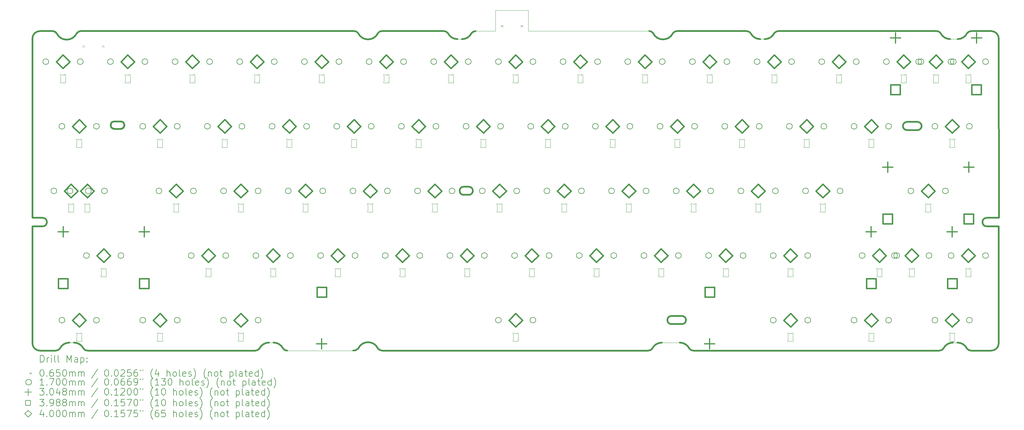
<source format=gbr>
%TF.GenerationSoftware,KiCad,Pcbnew,8.99.0-2230-g1cc11bc589*%
%TF.CreationDate,2024-09-07T17:33:36+07:00*%
%TF.ProjectId,Azimuth_PCB,417a696d-7574-4685-9f50-43422e6b6963,rev?*%
%TF.SameCoordinates,Original*%
%TF.FileFunction,Drillmap*%
%TF.FilePolarity,Positive*%
%FSLAX45Y45*%
G04 Gerber Fmt 4.5, Leading zero omitted, Abs format (unit mm)*
G04 Created by KiCad (PCBNEW 8.99.0-2230-g1cc11bc589) date 2024-09-07 17:33:36*
%MOMM*%
%LPD*%
G01*
G04 APERTURE LIST*
%ADD10C,0.500000*%
%ADD11C,0.050000*%
%ADD12C,0.100000*%
%ADD13C,0.200000*%
%ADD14C,0.170000*%
%ADD15C,0.304800*%
%ADD16C,0.398780*%
%ADD17C,0.400000*%
G04 APERTURE END LIST*
D10*
X32029576Y-41837699D02*
G75*
G02*
X31881697Y-41897688I-136486J124189D01*
G01*
X24771218Y-35328782D02*
X24787887Y-35342462D01*
X22430376Y-38234287D02*
X22735284Y-38234287D01*
X25130627Y-35293095D02*
X25136886Y-35272460D01*
X34552000Y-32479000D02*
G75*
G02*
X34669396Y-32536513I20J-148530D01*
G01*
X24056591Y-41898704D02*
G75*
G02*
X23939206Y-41841196I-21J148514D01*
G01*
X50544479Y-38234287D02*
G75*
G02*
X50541354Y-37984352I1J124987D01*
G01*
X41304576Y-32537699D02*
G75*
G02*
X41413926Y-32479769I108804J-73211D01*
G01*
X43470398Y-32478980D02*
G75*
G02*
X43587795Y-32536493I22J-148530D01*
G01*
X49682720Y-41661679D02*
G75*
G02*
X49967205Y-41841191I370J-314591D01*
G01*
X25120462Y-35312113D02*
X25130627Y-35293095D01*
X24827540Y-35143114D02*
X24806905Y-35149373D01*
X48197879Y-35156706D02*
X48197879Y-35156699D01*
X50681576Y-32479204D02*
G75*
G02*
X50900375Y-32703914I-3296J-222086D01*
G01*
X43872271Y-32716000D02*
G75*
G02*
X43587795Y-32536494I-371J314581D01*
G01*
X50900376Y-32703914D02*
X50903576Y-37983699D01*
X25130627Y-35208905D02*
X25120462Y-35189887D01*
X23028396Y-32478699D02*
G75*
G02*
X23145579Y-32544701I184J-136701D01*
G01*
X24757538Y-35189887D02*
X24747373Y-35208905D01*
X50900376Y-41680000D02*
G75*
G02*
X50675368Y-41899196I-222096J2900D01*
G01*
X48506621Y-35396699D02*
X48197879Y-35396699D01*
X35137879Y-37066699D02*
X35287879Y-37066699D01*
X34953872Y-32716020D02*
G75*
G02*
X34669395Y-32536515I-372J314580D01*
G01*
D11*
X35085762Y-32717015D02*
X34953872Y-32716020D01*
D10*
X24806905Y-35352627D02*
X24827540Y-35358886D01*
X49467872Y-32714700D02*
G75*
G02*
X49183395Y-32535194I-372J314580D01*
G01*
X41413926Y-32479767D02*
X43470398Y-32478980D01*
X23736576Y-32545699D02*
G75*
G02*
X23145589Y-32544696I-295256J140379D01*
G01*
X29937000Y-41898000D02*
G75*
G02*
X29819604Y-41840487I-20J148530D01*
G01*
X22650724Y-41899211D02*
G75*
G02*
X22430374Y-41673937I1736J222101D01*
G01*
X24849000Y-35141000D02*
X24827540Y-35143114D01*
D11*
X36070000Y-31869000D02*
X37041000Y-31869000D01*
D10*
X24827540Y-35358886D02*
X24849000Y-35361000D01*
X35137879Y-37306699D02*
G75*
G02*
X35137879Y-37066701I1J119999D01*
G01*
X22734000Y-37984351D02*
G75*
G02*
X22735284Y-38234282I0J-124969D01*
G01*
X24747373Y-35208905D02*
X24741114Y-35229540D01*
X27203215Y-41898238D02*
X24056591Y-41898704D01*
X25050460Y-35143114D02*
X25029000Y-35141000D01*
X24747373Y-35293095D02*
X24757538Y-35312113D01*
X44288639Y-32537490D02*
G75*
G02*
X44406000Y-32480002I117341J-91010D01*
G01*
X50675368Y-41899199D02*
X50084592Y-41898699D01*
X50903576Y-37983699D02*
X50541354Y-37984357D01*
D11*
X37041000Y-32480000D02*
X40604781Y-32478754D01*
D10*
X23145582Y-32544699D02*
X23145575Y-32544702D01*
X23857320Y-32478700D02*
X31917591Y-32479699D01*
D11*
X29937000Y-41898000D02*
X31881696Y-41897691D01*
D10*
X22734000Y-37984351D02*
X22430376Y-37984351D01*
X35286621Y-37306699D02*
X35137879Y-37306699D01*
X49972274Y-32536190D02*
G75*
G02*
X49687795Y-32715691I-284104J135080D01*
G01*
X25120462Y-35189887D02*
X25106782Y-35173218D01*
X50089635Y-32478699D02*
X50681576Y-32479204D01*
X32029576Y-41837699D02*
G75*
G02*
X32611687Y-41838826I290804J-130601D01*
G01*
X24741114Y-35229540D02*
X24739000Y-35251000D01*
D11*
X23654729Y-41661689D02*
X23522840Y-41660694D01*
D10*
X25090113Y-35342462D02*
X25106782Y-35328782D01*
X32723736Y-32479735D02*
X34552000Y-32479000D01*
X49148990Y-41897691D02*
X41905000Y-41898699D01*
X25050460Y-35358887D02*
X25071095Y-35352627D01*
X35137879Y-37066706D02*
X35137879Y-37066699D01*
D11*
X36070000Y-32480000D02*
X36070000Y-31869000D01*
D10*
X32612858Y-32538199D02*
G75*
G02*
X32026440Y-32537644I-293078J138799D01*
G01*
X24741114Y-35272460D02*
X24747373Y-35293095D01*
X29118760Y-41839490D02*
G75*
G02*
X29403239Y-41659986I284100J-135070D01*
G01*
X49066000Y-32477679D02*
G75*
G02*
X49183396Y-32535193I20J-148531D01*
G01*
X25136886Y-35229540D02*
X25130627Y-35208905D01*
X22655379Y-32479199D02*
X23028396Y-32478699D01*
X48197879Y-35396699D02*
G75*
G02*
X48197879Y-35156701I1J119999D01*
G01*
X23238361Y-41840199D02*
G75*
G02*
X23121000Y-41897688I-117341J91009D01*
G01*
X22430376Y-32698362D02*
G75*
G02*
X22655379Y-32479196I222084J-2918D01*
G01*
X24806905Y-35149373D02*
X24787887Y-35159538D01*
D11*
X49687795Y-32715695D02*
X49467872Y-32714700D01*
D10*
X25071095Y-35149373D02*
X25050460Y-35143114D01*
D11*
X44004160Y-32716995D02*
X43872271Y-32716000D01*
D10*
X41566621Y-41116699D02*
X41257879Y-41116699D01*
X25136886Y-35272460D02*
X25139000Y-35251000D01*
X24771218Y-35173218D02*
X24757538Y-35189887D01*
X32736592Y-41898699D02*
G75*
G02*
X32611681Y-41838829I11508J184249D01*
G01*
X25071095Y-35352627D02*
X25090113Y-35342462D01*
D11*
X40974635Y-41661710D02*
X41503128Y-41661690D01*
D10*
X44406000Y-32480000D02*
X49066000Y-32477679D01*
X24849000Y-35361000D02*
X25029000Y-35361000D01*
X41567879Y-40876699D02*
G75*
G02*
X41566621Y-41116694I1J-120001D01*
G01*
X49266352Y-41840200D02*
G75*
G02*
X49148990Y-41897689I-117342J91010D01*
G01*
X41905000Y-41898699D02*
X41905000Y-41898700D01*
X35287879Y-37066699D02*
G75*
G02*
X35286621Y-37306694I1J-120001D01*
G01*
X25029000Y-35141000D02*
X24849000Y-35141000D01*
X22430376Y-41673937D02*
X22430376Y-38234287D01*
X40690156Y-41841215D02*
G75*
G02*
X40572795Y-41898706I-117346J91015D01*
G01*
X23121000Y-41897690D02*
X22650724Y-41899211D01*
D11*
X29535128Y-41660980D02*
X29403239Y-41659985D01*
D10*
X48507879Y-35156699D02*
G75*
G02*
X48506621Y-35396694I1J-120001D01*
G01*
X24757538Y-35312113D02*
X24771218Y-35328782D01*
X41304576Y-32537699D02*
G75*
G02*
X40713511Y-32536700I-295296J140399D01*
G01*
X32026433Y-32537647D02*
X32026386Y-32537672D01*
X41503128Y-41661690D02*
G75*
G02*
X41787605Y-41841196I372J-314580D01*
G01*
X25106782Y-35328782D02*
X25120462Y-35312113D01*
X29001399Y-41896980D02*
X27203215Y-41898238D01*
X24739000Y-35251000D02*
X24741114Y-35272460D01*
X50544479Y-38234287D02*
X50900376Y-38234287D01*
X50084592Y-41898699D02*
G75*
G02*
X49967204Y-41841193I-22J148519D01*
G01*
X31917591Y-32479699D02*
G75*
G02*
X32026389Y-32537670I-11J-131101D01*
G01*
X22430376Y-37984351D02*
X22430376Y-32698362D01*
X40690156Y-41841215D02*
G75*
G02*
X40974635Y-41661711I284104J-135075D01*
G01*
X23654729Y-41661689D02*
G75*
G02*
X23939206Y-41841195I371J-314581D01*
G01*
D11*
X49682720Y-41661679D02*
X49550830Y-41660695D01*
D10*
X40713504Y-32536703D02*
X40713570Y-32536668D01*
X35370241Y-32537510D02*
G75*
G02*
X35085762Y-32717014I-284101J135070D01*
G01*
X41257879Y-40876706D02*
X41257879Y-40876699D01*
X44288639Y-32537490D02*
G75*
G02*
X44004160Y-32717002I-284109J135071D01*
G01*
X35370241Y-32537510D02*
G75*
G02*
X35487602Y-32480023I117339J-91010D01*
G01*
X40604781Y-32478754D02*
G75*
G02*
X40713573Y-32536666I-1J-131146D01*
G01*
X24787887Y-35342462D02*
X24806905Y-35352627D01*
X23736576Y-32545699D02*
G75*
G02*
X23857320Y-32478698I118804J-71801D01*
G01*
X29118760Y-41839490D02*
G75*
G02*
X29001399Y-41896977I-117340J91010D01*
G01*
X48197879Y-35156699D02*
X48507879Y-35156699D01*
X25139000Y-35251000D02*
X25136886Y-35229540D01*
X24787887Y-35159538D02*
X24771218Y-35173218D01*
X41257879Y-41116699D02*
G75*
G02*
X41257879Y-40876701I1J119999D01*
G01*
X49972274Y-32536190D02*
G75*
G02*
X50089635Y-32478698I117346J-91010D01*
G01*
X41905000Y-41898711D02*
G75*
G02*
X41787604Y-41841198I-20J148531D01*
G01*
X40572795Y-41898705D02*
X32736592Y-41898699D01*
X25090113Y-35159538D02*
X25071095Y-35149373D01*
X29535128Y-41660980D02*
G75*
G02*
X29819605Y-41840486I372J-314580D01*
G01*
X25029000Y-35361000D02*
X25050460Y-35358887D01*
D11*
X37041000Y-31869000D02*
X37041000Y-32480000D01*
X35487602Y-32480020D02*
X36070000Y-32480000D01*
D10*
X32612858Y-32538199D02*
G75*
G02*
X32723736Y-32479733I109822J-73901D01*
G01*
X23238361Y-41840199D02*
G75*
G02*
X23522840Y-41660688I284109J-135071D01*
G01*
X49266352Y-41840200D02*
G75*
G02*
X49550830Y-41660695I284108J-135080D01*
G01*
X50900376Y-38234287D02*
X50900376Y-41680000D01*
X41257879Y-40876699D02*
X41567879Y-40876699D01*
X25106782Y-35173218D02*
X25090113Y-35159538D01*
D12*
X46123149Y-33967288D02*
X46123149Y-33802913D01*
X46156062Y-33770000D02*
X46230438Y-33770000D01*
X46230438Y-34000201D02*
X46156062Y-34000201D01*
X46263351Y-33802913D02*
X46263351Y-33967288D01*
X46123149Y-33802913D02*
G75*
G02*
X46156062Y-33770000I10000J22913D01*
G01*
X46156062Y-34000201D02*
G75*
G02*
X46123149Y-33967288I-22910J10003D01*
G01*
X46230438Y-33770000D02*
G75*
G02*
X46263351Y-33802913I22914J-9999D01*
G01*
X46263351Y-33967288D02*
G75*
G02*
X46230438Y-34000201I-10002J-22911D01*
G01*
X30883149Y-33967288D02*
X30883149Y-33802913D01*
X30916062Y-33770000D02*
X30990438Y-33770000D01*
X30990438Y-34000201D02*
X30916062Y-34000201D01*
X31023351Y-33802913D02*
X31023351Y-33967288D01*
X30883149Y-33802913D02*
G75*
G02*
X30916062Y-33770000I10000J22913D01*
G01*
X30916062Y-34000201D02*
G75*
G02*
X30883149Y-33967288I-22910J10003D01*
G01*
X30990438Y-33770000D02*
G75*
G02*
X31023351Y-33802913I22914J-9999D01*
G01*
X31023351Y-33967288D02*
G75*
G02*
X30990438Y-34000201I-10002J-22911D01*
G01*
X30406899Y-37777288D02*
X30406899Y-37612913D01*
X30439812Y-37580000D02*
X30514188Y-37580000D01*
X30514188Y-37810201D02*
X30439812Y-37810201D01*
X30547101Y-37612913D02*
X30547101Y-37777288D01*
X30406899Y-37612913D02*
G75*
G02*
X30439812Y-37580000I10000J22913D01*
G01*
X30439812Y-37810201D02*
G75*
G02*
X30406899Y-37777288I-22910J10003D01*
G01*
X30514188Y-37580000D02*
G75*
G02*
X30547101Y-37612913I22914J-9999D01*
G01*
X30547101Y-37777288D02*
G75*
G02*
X30514188Y-37810201I-10002J-22911D01*
G01*
X26120649Y-35872288D02*
X26120649Y-35707913D01*
X26153562Y-35675000D02*
X26227938Y-35675000D01*
X26227938Y-35905201D02*
X26153562Y-35905201D01*
X26260851Y-35707913D02*
X26260851Y-35872288D01*
X26120649Y-35707913D02*
G75*
G02*
X26153562Y-35675000I10000J22913D01*
G01*
X26153562Y-35905201D02*
G75*
G02*
X26120649Y-35872288I-22910J10003D01*
G01*
X26227938Y-35675000D02*
G75*
G02*
X26260851Y-35707913I22914J-9999D01*
G01*
X26260851Y-35872288D02*
G75*
G02*
X26227938Y-35905201I-10002J-22911D01*
G01*
X39931899Y-37777288D02*
X39931899Y-37612913D01*
X39964812Y-37580000D02*
X40039188Y-37580000D01*
X40039188Y-37810201D02*
X39964812Y-37810201D01*
X40072101Y-37612913D02*
X40072101Y-37777288D01*
X39931899Y-37612913D02*
G75*
G02*
X39964812Y-37580000I10000J22913D01*
G01*
X39964812Y-37810201D02*
G75*
G02*
X39931899Y-37777288I-22910J10003D01*
G01*
X40039188Y-37580000D02*
G75*
G02*
X40072101Y-37612913I22914J-9999D01*
G01*
X40072101Y-37777288D02*
G75*
G02*
X40039188Y-37810201I-10002J-22911D01*
G01*
X37074399Y-39682288D02*
X37074399Y-39517913D01*
X37107312Y-39485000D02*
X37181688Y-39485000D01*
X37181688Y-39715201D02*
X37107312Y-39715201D01*
X37214601Y-39517913D02*
X37214601Y-39682288D01*
X37074399Y-39517913D02*
G75*
G02*
X37107312Y-39485000I10000J22913D01*
G01*
X37107312Y-39715201D02*
G75*
G02*
X37074399Y-39682288I-22910J10003D01*
G01*
X37181688Y-39485000D02*
G75*
G02*
X37214601Y-39517913I22914J-9999D01*
G01*
X37214601Y-39682288D02*
G75*
G02*
X37181688Y-39715201I-10002J-22911D01*
G01*
X49456949Y-41587288D02*
X49456949Y-41422913D01*
X49489862Y-41390000D02*
X49564238Y-41390000D01*
X49564238Y-41620201D02*
X49489862Y-41620201D01*
X49597151Y-41422913D02*
X49597151Y-41587288D01*
X49456949Y-41422913D02*
G75*
G02*
X49489862Y-41390000I10000J22913D01*
G01*
X49489862Y-41620201D02*
G75*
G02*
X49456949Y-41587288I-22910J10003D01*
G01*
X49564238Y-41390000D02*
G75*
G02*
X49597151Y-41422913I22914J-9999D01*
G01*
X49597151Y-41587288D02*
G75*
G02*
X49564238Y-41620201I-10002J-22911D01*
G01*
X41836899Y-37777288D02*
X41836899Y-37612913D01*
X41869812Y-37580000D02*
X41944188Y-37580000D01*
X41944188Y-37810201D02*
X41869812Y-37810201D01*
X41977101Y-37612913D02*
X41977101Y-37777288D01*
X41836899Y-37612913D02*
G75*
G02*
X41869812Y-37580000I10000J22913D01*
G01*
X41869812Y-37810201D02*
G75*
G02*
X41836899Y-37777288I-22910J10003D01*
G01*
X41944188Y-37580000D02*
G75*
G02*
X41977101Y-37612913I22914J-9999D01*
G01*
X41977101Y-37777288D02*
G75*
G02*
X41944188Y-37810201I-10002J-22911D01*
G01*
X23739449Y-35872288D02*
X23739449Y-35707913D01*
X23772362Y-35675000D02*
X23846738Y-35675000D01*
X23846738Y-35905201D02*
X23772362Y-35905201D01*
X23879651Y-35707913D02*
X23879651Y-35872288D01*
X23739449Y-35707913D02*
G75*
G02*
X23772362Y-35675000I10000J22913D01*
G01*
X23772362Y-35905201D02*
G75*
G02*
X23739449Y-35872288I-22910J10003D01*
G01*
X23846738Y-35675000D02*
G75*
G02*
X23879651Y-35707913I22914J-9999D01*
G01*
X23879651Y-35872288D02*
G75*
G02*
X23846738Y-35905201I-10002J-22911D01*
G01*
X44694449Y-41587288D02*
X44694449Y-41422913D01*
X44727362Y-41390000D02*
X44801738Y-41390000D01*
X44801738Y-41620201D02*
X44727362Y-41620201D01*
X44834651Y-41422913D02*
X44834651Y-41587288D01*
X44694449Y-41422913D02*
G75*
G02*
X44727362Y-41390000I10000J22913D01*
G01*
X44727362Y-41620201D02*
G75*
G02*
X44694449Y-41587288I-22910J10003D01*
G01*
X44801738Y-41390000D02*
G75*
G02*
X44834651Y-41422913I22914J-9999D01*
G01*
X44834651Y-41587288D02*
G75*
G02*
X44801738Y-41620201I-10002J-22911D01*
G01*
X33264399Y-39682288D02*
X33264399Y-39517913D01*
X33297312Y-39485000D02*
X33371688Y-39485000D01*
X33371688Y-39715201D02*
X33297312Y-39715201D01*
X33404601Y-39517913D02*
X33404601Y-39682288D01*
X33264399Y-39517913D02*
G75*
G02*
X33297312Y-39485000I10000J22913D01*
G01*
X33297312Y-39715201D02*
G75*
G02*
X33264399Y-39682288I-22910J10003D01*
G01*
X33371688Y-39485000D02*
G75*
G02*
X33404601Y-39517913I22914J-9999D01*
G01*
X33404601Y-39682288D02*
G75*
G02*
X33371688Y-39715201I-10002J-22911D01*
G01*
X47313799Y-39682288D02*
X47313799Y-39517913D01*
X47346712Y-39485000D02*
X47421088Y-39485000D01*
X47421088Y-39715201D02*
X47346712Y-39715201D01*
X47454001Y-39517913D02*
X47454001Y-39682288D01*
X47313799Y-39517913D02*
G75*
G02*
X47346712Y-39485000I10000J22913D01*
G01*
X47346712Y-39715201D02*
G75*
G02*
X47313799Y-39682288I-22910J10003D01*
G01*
X47421088Y-39485000D02*
G75*
G02*
X47454001Y-39517913I22914J-9999D01*
G01*
X47454001Y-39682288D02*
G75*
G02*
X47421088Y-39715201I-10002J-22911D01*
G01*
X23977549Y-37777288D02*
X23977549Y-37612913D01*
X24010462Y-37580000D02*
X24084838Y-37580000D01*
X24084838Y-37810201D02*
X24010462Y-37810201D01*
X24117751Y-37612913D02*
X24117751Y-37777288D01*
X23977549Y-37612913D02*
G75*
G02*
X24010462Y-37580000I10000J22913D01*
G01*
X24010462Y-37810201D02*
G75*
G02*
X23977549Y-37777288I-22910J10003D01*
G01*
X24084838Y-37580000D02*
G75*
G02*
X24117751Y-37612913I22914J-9999D01*
G01*
X24117751Y-37777288D02*
G75*
G02*
X24084838Y-37810201I-10002J-22911D01*
G01*
X45646899Y-37777288D02*
X45646899Y-37612913D01*
X45679812Y-37580000D02*
X45754188Y-37580000D01*
X45754188Y-37810201D02*
X45679812Y-37810201D01*
X45787101Y-37612913D02*
X45787101Y-37777288D01*
X45646899Y-37612913D02*
G75*
G02*
X45679812Y-37580000I10000J22913D01*
G01*
X45679812Y-37810201D02*
G75*
G02*
X45646899Y-37777288I-22910J10003D01*
G01*
X45754188Y-37580000D02*
G75*
G02*
X45787101Y-37612913I22914J-9999D01*
G01*
X45787101Y-37777288D02*
G75*
G02*
X45754188Y-37810201I-10002J-22911D01*
G01*
X43265649Y-35872288D02*
X43265649Y-35707913D01*
X43298562Y-35675000D02*
X43372938Y-35675000D01*
X43372938Y-35905201D02*
X43298562Y-35905201D01*
X43405851Y-35707913D02*
X43405851Y-35872288D01*
X43265649Y-35707913D02*
G75*
G02*
X43298562Y-35675000I10000J22913D01*
G01*
X43298562Y-35905201D02*
G75*
G02*
X43265649Y-35872288I-22910J10003D01*
G01*
X43372938Y-35675000D02*
G75*
G02*
X43405851Y-35707913I22914J-9999D01*
G01*
X43405851Y-35872288D02*
G75*
G02*
X43372938Y-35905201I-10002J-22911D01*
G01*
X33740649Y-35872288D02*
X33740649Y-35707913D01*
X33773562Y-35675000D02*
X33847938Y-35675000D01*
X33847938Y-35905201D02*
X33773562Y-35905201D01*
X33880851Y-35707913D02*
X33880851Y-35872288D01*
X33740649Y-35707913D02*
G75*
G02*
X33773562Y-35675000I10000J22913D01*
G01*
X33773562Y-35905201D02*
G75*
G02*
X33740649Y-35872288I-22910J10003D01*
G01*
X33847938Y-35675000D02*
G75*
G02*
X33880851Y-35707913I22914J-9999D01*
G01*
X33880851Y-35872288D02*
G75*
G02*
X33847938Y-35905201I-10002J-22911D01*
G01*
X44694399Y-39682288D02*
X44694399Y-39517913D01*
X44727312Y-39485000D02*
X44801688Y-39485000D01*
X44801688Y-39715201D02*
X44727312Y-39715201D01*
X44834601Y-39517913D02*
X44834601Y-39682288D01*
X44694399Y-39517913D02*
G75*
G02*
X44727312Y-39485000I10000J22913D01*
G01*
X44727312Y-39715201D02*
G75*
G02*
X44694399Y-39682288I-22910J10003D01*
G01*
X44801688Y-39485000D02*
G75*
G02*
X44834601Y-39517913I22914J-9999D01*
G01*
X44834601Y-39682288D02*
G75*
G02*
X44801688Y-39715201I-10002J-22911D01*
G01*
X25168149Y-33967288D02*
X25168149Y-33802913D01*
X25201062Y-33770000D02*
X25275438Y-33770000D01*
X25275438Y-34000201D02*
X25201062Y-34000201D01*
X25308351Y-33802913D02*
X25308351Y-33967288D01*
X25168149Y-33802913D02*
G75*
G02*
X25201062Y-33770000I10000J22913D01*
G01*
X25201062Y-34000201D02*
G75*
G02*
X25168149Y-33967288I-22910J10003D01*
G01*
X25275438Y-33770000D02*
G75*
G02*
X25308351Y-33802913I22914J-9999D01*
G01*
X25308351Y-33967288D02*
G75*
G02*
X25275438Y-34000201I-10002J-22911D01*
G01*
X38026899Y-37777288D02*
X38026899Y-37612913D01*
X38059812Y-37580000D02*
X38134188Y-37580000D01*
X38134188Y-37810201D02*
X38059812Y-37810201D01*
X38167101Y-37612913D02*
X38167101Y-37777288D01*
X38026899Y-37612913D02*
G75*
G02*
X38059812Y-37580000I10000J22913D01*
G01*
X38059812Y-37810201D02*
G75*
G02*
X38026899Y-37777288I-22910J10003D01*
G01*
X38134188Y-37580000D02*
G75*
G02*
X38167101Y-37612913I22914J-9999D01*
G01*
X38167101Y-37777288D02*
G75*
G02*
X38134188Y-37810201I-10002J-22911D01*
G01*
X38503149Y-33967288D02*
X38503149Y-33802913D01*
X38536062Y-33770000D02*
X38610438Y-33770000D01*
X38610438Y-34000201D02*
X38536062Y-34000201D01*
X38643351Y-33802913D02*
X38643351Y-33967288D01*
X38503149Y-33802913D02*
G75*
G02*
X38536062Y-33770000I10000J22913D01*
G01*
X38536062Y-34000201D02*
G75*
G02*
X38503149Y-33967288I-22910J10003D01*
G01*
X38610438Y-33770000D02*
G75*
G02*
X38643351Y-33802913I22914J-9999D01*
G01*
X38643351Y-33967288D02*
G75*
G02*
X38610438Y-34000201I-10002J-22911D01*
G01*
X32788149Y-33967288D02*
X32788149Y-33802913D01*
X32821062Y-33770000D02*
X32895438Y-33770000D01*
X32895438Y-34000201D02*
X32821062Y-34000201D01*
X32928351Y-33802913D02*
X32928351Y-33967288D01*
X32788149Y-33802913D02*
G75*
G02*
X32821062Y-33770000I10000J22913D01*
G01*
X32821062Y-34000201D02*
G75*
G02*
X32788149Y-33967288I-22910J10003D01*
G01*
X32895438Y-33770000D02*
G75*
G02*
X32928351Y-33802913I22914J-9999D01*
G01*
X32928351Y-33967288D02*
G75*
G02*
X32895438Y-34000201I-10002J-22911D01*
G01*
X28025649Y-35872288D02*
X28025649Y-35707913D01*
X28058562Y-35675000D02*
X28132938Y-35675000D01*
X28132938Y-35905201D02*
X28058562Y-35905201D01*
X28165851Y-35707913D02*
X28165851Y-35872288D01*
X28025649Y-35707913D02*
G75*
G02*
X28058562Y-35675000I10000J22913D01*
G01*
X28058562Y-35905201D02*
G75*
G02*
X28025649Y-35872288I-22910J10003D01*
G01*
X28132938Y-35675000D02*
G75*
G02*
X28165851Y-35707913I22914J-9999D01*
G01*
X28165851Y-35872288D02*
G75*
G02*
X28132938Y-35905201I-10002J-22911D01*
G01*
X49456949Y-35872288D02*
X49456949Y-35707913D01*
X49489862Y-35675000D02*
X49564238Y-35675000D01*
X49564238Y-35905201D02*
X49489862Y-35905201D01*
X49597151Y-35707913D02*
X49597151Y-35872288D01*
X49456949Y-35707913D02*
G75*
G02*
X49489862Y-35675000I10000J22913D01*
G01*
X49489862Y-35905201D02*
G75*
G02*
X49456949Y-35872288I-22910J10003D01*
G01*
X49564238Y-35675000D02*
G75*
G02*
X49597151Y-35707913I22914J-9999D01*
G01*
X49597151Y-35872288D02*
G75*
G02*
X49564238Y-35905201I-10002J-22911D01*
G01*
X48266299Y-39682288D02*
X48266299Y-39517913D01*
X48299212Y-39485000D02*
X48373588Y-39485000D01*
X48373588Y-39715201D02*
X48299212Y-39715201D01*
X48406501Y-39517913D02*
X48406501Y-39682288D01*
X48266299Y-39517913D02*
G75*
G02*
X48299212Y-39485000I10000J22913D01*
G01*
X48299212Y-39715201D02*
G75*
G02*
X48266299Y-39682288I-22910J10003D01*
G01*
X48373588Y-39485000D02*
G75*
G02*
X48406501Y-39517913I22914J-9999D01*
G01*
X48406501Y-39682288D02*
G75*
G02*
X48373588Y-39715201I-10002J-22911D01*
G01*
X43741899Y-37777288D02*
X43741899Y-37612913D01*
X43774812Y-37580000D02*
X43849188Y-37580000D01*
X43849188Y-37810201D02*
X43774812Y-37810201D01*
X43882101Y-37612913D02*
X43882101Y-37777288D01*
X43741899Y-37612913D02*
G75*
G02*
X43774812Y-37580000I10000J22913D01*
G01*
X43774812Y-37810201D02*
G75*
G02*
X43741899Y-37777288I-22910J10003D01*
G01*
X43849188Y-37580000D02*
G75*
G02*
X43882101Y-37612913I22914J-9999D01*
G01*
X43882101Y-37777288D02*
G75*
G02*
X43849188Y-37810201I-10002J-22911D01*
G01*
X39455649Y-35872288D02*
X39455649Y-35707913D01*
X39488562Y-35675000D02*
X39562938Y-35675000D01*
X39562938Y-35905201D02*
X39488562Y-35905201D01*
X39595851Y-35707913D02*
X39595851Y-35872288D01*
X39455649Y-35707913D02*
G75*
G02*
X39488562Y-35675000I10000J22913D01*
G01*
X39488562Y-35905201D02*
G75*
G02*
X39455649Y-35872288I-22910J10003D01*
G01*
X39562938Y-35675000D02*
G75*
G02*
X39595851Y-35707913I22914J-9999D01*
G01*
X39595851Y-35872288D02*
G75*
G02*
X39562938Y-35905201I-10002J-22911D01*
G01*
X36598149Y-41586788D02*
X36598149Y-41422413D01*
X36631062Y-41389500D02*
X36705438Y-41389500D01*
X36705438Y-41619701D02*
X36631062Y-41619701D01*
X36738351Y-41422413D02*
X36738351Y-41586788D01*
X36598149Y-41422413D02*
G75*
G02*
X36631062Y-41389500I10000J22913D01*
G01*
X36631062Y-41619701D02*
G75*
G02*
X36598149Y-41586788I-22910J10003D01*
G01*
X36705438Y-41389500D02*
G75*
G02*
X36738351Y-41422413I22914J-9999D01*
G01*
X36738351Y-41586788D02*
G75*
G02*
X36705438Y-41619701I-10002J-22911D01*
G01*
X28501949Y-41587288D02*
X28501949Y-41422913D01*
X28534862Y-41390000D02*
X28609238Y-41390000D01*
X28609238Y-41620201D02*
X28534862Y-41620201D01*
X28642151Y-41422913D02*
X28642151Y-41587288D01*
X28501949Y-41422913D02*
G75*
G02*
X28534862Y-41390000I10000J22913D01*
G01*
X28534862Y-41620201D02*
G75*
G02*
X28501949Y-41587288I-22910J10003D01*
G01*
X28609238Y-41390000D02*
G75*
G02*
X28642151Y-41422913I22914J-9999D01*
G01*
X28642151Y-41587288D02*
G75*
G02*
X28609238Y-41620201I-10002J-22911D01*
G01*
X47075649Y-41587288D02*
X47075649Y-41422913D01*
X47108562Y-41390000D02*
X47182938Y-41390000D01*
X47182938Y-41620201D02*
X47108562Y-41620201D01*
X47215851Y-41422913D02*
X47215851Y-41587288D01*
X47075649Y-41422913D02*
G75*
G02*
X47108562Y-41390000I10000J22913D01*
G01*
X47108562Y-41620201D02*
G75*
G02*
X47075649Y-41587288I-22910J10003D01*
G01*
X47182938Y-41390000D02*
G75*
G02*
X47215851Y-41422913I22914J-9999D01*
G01*
X47215851Y-41587288D02*
G75*
G02*
X47182938Y-41620201I-10002J-22911D01*
G01*
X44218149Y-33967288D02*
X44218149Y-33802913D01*
X44251062Y-33770000D02*
X44325438Y-33770000D01*
X44325438Y-34000201D02*
X44251062Y-34000201D01*
X44358351Y-33802913D02*
X44358351Y-33967288D01*
X44218149Y-33802913D02*
G75*
G02*
X44251062Y-33770000I10000J22913D01*
G01*
X44251062Y-34000201D02*
G75*
G02*
X44218149Y-33967288I-22910J10003D01*
G01*
X44325438Y-33770000D02*
G75*
G02*
X44358351Y-33802913I22914J-9999D01*
G01*
X44358351Y-33967288D02*
G75*
G02*
X44325438Y-34000201I-10002J-22911D01*
G01*
X34216899Y-37777288D02*
X34216899Y-37612913D01*
X34249812Y-37580000D02*
X34324188Y-37580000D01*
X34324188Y-37810201D02*
X34249812Y-37810201D01*
X34357101Y-37612913D02*
X34357101Y-37777288D01*
X34216899Y-37612913D02*
G75*
G02*
X34249812Y-37580000I10000J22913D01*
G01*
X34249812Y-37810201D02*
G75*
G02*
X34216899Y-37777288I-22910J10003D01*
G01*
X34324188Y-37580000D02*
G75*
G02*
X34357101Y-37612913I22914J-9999D01*
G01*
X34357101Y-37777288D02*
G75*
G02*
X34324188Y-37810201I-10002J-22911D01*
G01*
X35645649Y-35872288D02*
X35645649Y-35707913D01*
X35678562Y-35675000D02*
X35752938Y-35675000D01*
X35752938Y-35905201D02*
X35678562Y-35905201D01*
X35785851Y-35707913D02*
X35785851Y-35872288D01*
X35645649Y-35707913D02*
G75*
G02*
X35678562Y-35675000I10000J22913D01*
G01*
X35678562Y-35905201D02*
G75*
G02*
X35645649Y-35872288I-22910J10003D01*
G01*
X35752938Y-35675000D02*
G75*
G02*
X35785851Y-35707913I22914J-9999D01*
G01*
X35785851Y-35872288D02*
G75*
G02*
X35752938Y-35905201I-10002J-22911D01*
G01*
X48980649Y-33967288D02*
X48980649Y-33802913D01*
X49013562Y-33770000D02*
X49087938Y-33770000D01*
X49087938Y-34000201D02*
X49013562Y-34000201D01*
X49120851Y-33802913D02*
X49120851Y-33967288D01*
X48980649Y-33802913D02*
G75*
G02*
X49013562Y-33770000I10000J22913D01*
G01*
X49013562Y-34000201D02*
G75*
G02*
X48980649Y-33967288I-22910J10003D01*
G01*
X49087938Y-33770000D02*
G75*
G02*
X49120851Y-33802913I22914J-9999D01*
G01*
X49120851Y-33967288D02*
G75*
G02*
X49087938Y-34000201I-10002J-22911D01*
G01*
X29930649Y-35872288D02*
X29930649Y-35707913D01*
X29963562Y-35675000D02*
X30037938Y-35675000D01*
X30037938Y-35905201D02*
X29963562Y-35905201D01*
X30070851Y-35707913D02*
X30070851Y-35872288D01*
X29930649Y-35707913D02*
G75*
G02*
X29963562Y-35675000I10000J22913D01*
G01*
X29963562Y-35905201D02*
G75*
G02*
X29930649Y-35872288I-22910J10003D01*
G01*
X30037938Y-35675000D02*
G75*
G02*
X30070851Y-35707913I22914J-9999D01*
G01*
X30070851Y-35872288D02*
G75*
G02*
X30037938Y-35905201I-10002J-22911D01*
G01*
X47075649Y-35872288D02*
X47075649Y-35707913D01*
X47108562Y-35675000D02*
X47182938Y-35675000D01*
X47182938Y-35905201D02*
X47108562Y-35905201D01*
X47215851Y-35707913D02*
X47215851Y-35872288D01*
X47075649Y-35707913D02*
G75*
G02*
X47108562Y-35675000I10000J22913D01*
G01*
X47108562Y-35905201D02*
G75*
G02*
X47075649Y-35872288I-22910J10003D01*
G01*
X47182938Y-35675000D02*
G75*
G02*
X47215851Y-35707913I22914J-9999D01*
G01*
X47215851Y-35872288D02*
G75*
G02*
X47182938Y-35905201I-10002J-22911D01*
G01*
X40408149Y-33967288D02*
X40408149Y-33802913D01*
X40441062Y-33770000D02*
X40515438Y-33770000D01*
X40515438Y-34000201D02*
X40441062Y-34000201D01*
X40548351Y-33802913D02*
X40548351Y-33967288D01*
X40408149Y-33802913D02*
G75*
G02*
X40441062Y-33770000I10000J22913D01*
G01*
X40441062Y-34000201D02*
G75*
G02*
X40408149Y-33967288I-22910J10003D01*
G01*
X40515438Y-33770000D02*
G75*
G02*
X40548351Y-33802913I22914J-9999D01*
G01*
X40548351Y-33967288D02*
G75*
G02*
X40515438Y-34000201I-10002J-22911D01*
G01*
X40884399Y-39682288D02*
X40884399Y-39517913D01*
X40917312Y-39485000D02*
X40991688Y-39485000D01*
X40991688Y-39715201D02*
X40917312Y-39715201D01*
X41024601Y-39517913D02*
X41024601Y-39682288D01*
X40884399Y-39517913D02*
G75*
G02*
X40917312Y-39485000I10000J22913D01*
G01*
X40917312Y-39715201D02*
G75*
G02*
X40884399Y-39682288I-22910J10003D01*
G01*
X40991688Y-39485000D02*
G75*
G02*
X41024601Y-39517913I22914J-9999D01*
G01*
X41024601Y-39682288D02*
G75*
G02*
X40991688Y-39715201I-10002J-22911D01*
G01*
X23501249Y-37777288D02*
X23501249Y-37612913D01*
X23534162Y-37580000D02*
X23608538Y-37580000D01*
X23608538Y-37810201D02*
X23534162Y-37810201D01*
X23641451Y-37612913D02*
X23641451Y-37777288D01*
X23501249Y-37612913D02*
G75*
G02*
X23534162Y-37580000I10000J22913D01*
G01*
X23534162Y-37810201D02*
G75*
G02*
X23501249Y-37777288I-22910J10003D01*
G01*
X23608538Y-37580000D02*
G75*
G02*
X23641451Y-37612913I22914J-9999D01*
G01*
X23641451Y-37777288D02*
G75*
G02*
X23608538Y-37810201I-10002J-22911D01*
G01*
X31835649Y-35872288D02*
X31835649Y-35707913D01*
X31868562Y-35675000D02*
X31942938Y-35675000D01*
X31942938Y-35905201D02*
X31868562Y-35905201D01*
X31975851Y-35707913D02*
X31975851Y-35872288D01*
X31835649Y-35707913D02*
G75*
G02*
X31868562Y-35675000I10000J22913D01*
G01*
X31868562Y-35905201D02*
G75*
G02*
X31835649Y-35872288I-22910J10003D01*
G01*
X31942938Y-35675000D02*
G75*
G02*
X31975851Y-35707913I22914J-9999D01*
G01*
X31975851Y-35872288D02*
G75*
G02*
X31942938Y-35905201I-10002J-22911D01*
G01*
X35169399Y-39682288D02*
X35169399Y-39517913D01*
X35202312Y-39485000D02*
X35276688Y-39485000D01*
X35276688Y-39715201D02*
X35202312Y-39715201D01*
X35309601Y-39517913D02*
X35309601Y-39682288D01*
X35169399Y-39517913D02*
G75*
G02*
X35202312Y-39485000I10000J22913D01*
G01*
X35202312Y-39715201D02*
G75*
G02*
X35169399Y-39682288I-22910J10003D01*
G01*
X35276688Y-39485000D02*
G75*
G02*
X35309601Y-39517913I22914J-9999D01*
G01*
X35309601Y-39682288D02*
G75*
G02*
X35276688Y-39715201I-10002J-22911D01*
G01*
X36121899Y-37777288D02*
X36121899Y-37612913D01*
X36154812Y-37580000D02*
X36229188Y-37580000D01*
X36229188Y-37810201D02*
X36154812Y-37810201D01*
X36262101Y-37612913D02*
X36262101Y-37777288D01*
X36121899Y-37612913D02*
G75*
G02*
X36154812Y-37580000I10000J22913D01*
G01*
X36154812Y-37810201D02*
G75*
G02*
X36121899Y-37777288I-22910J10003D01*
G01*
X36229188Y-37580000D02*
G75*
G02*
X36262101Y-37612913I22914J-9999D01*
G01*
X36262101Y-37777288D02*
G75*
G02*
X36229188Y-37810201I-10002J-22911D01*
G01*
X37550649Y-35872288D02*
X37550649Y-35707913D01*
X37583562Y-35675000D02*
X37657938Y-35675000D01*
X37657938Y-35905201D02*
X37583562Y-35905201D01*
X37690851Y-35707913D02*
X37690851Y-35872288D01*
X37550649Y-35707913D02*
G75*
G02*
X37583562Y-35675000I10000J22913D01*
G01*
X37583562Y-35905201D02*
G75*
G02*
X37550649Y-35872288I-22910J10003D01*
G01*
X37657938Y-35675000D02*
G75*
G02*
X37690851Y-35707913I22914J-9999D01*
G01*
X37690851Y-35872288D02*
G75*
G02*
X37657938Y-35905201I-10002J-22911D01*
G01*
X48749959Y-37777288D02*
X48749959Y-37612913D01*
X48782872Y-37580000D02*
X48857248Y-37580000D01*
X48857248Y-37810201D02*
X48782872Y-37810201D01*
X48890161Y-37612913D02*
X48890161Y-37777288D01*
X48749959Y-37612913D02*
G75*
G02*
X48782872Y-37580000I10000J22913D01*
G01*
X48782872Y-37810201D02*
G75*
G02*
X48749959Y-37777288I-22910J10003D01*
G01*
X48857248Y-37580000D02*
G75*
G02*
X48890161Y-37612913I22914J-9999D01*
G01*
X48890161Y-37777288D02*
G75*
G02*
X48857248Y-37810201I-10002J-22911D01*
G01*
X48028149Y-33967288D02*
X48028149Y-33802913D01*
X48061062Y-33770000D02*
X48135438Y-33770000D01*
X48135438Y-34000201D02*
X48061062Y-34000201D01*
X48168351Y-33802913D02*
X48168351Y-33967288D01*
X48028149Y-33802913D02*
G75*
G02*
X48061062Y-33770000I10000J22913D01*
G01*
X48061062Y-34000201D02*
G75*
G02*
X48028149Y-33967288I-22910J10003D01*
G01*
X48135438Y-33770000D02*
G75*
G02*
X48168351Y-33802913I22914J-9999D01*
G01*
X48168351Y-33967288D02*
G75*
G02*
X48135438Y-34000201I-10002J-22911D01*
G01*
X42789399Y-39682288D02*
X42789399Y-39517913D01*
X42822312Y-39485000D02*
X42896688Y-39485000D01*
X42896688Y-39715201D02*
X42822312Y-39715201D01*
X42929601Y-39517913D02*
X42929601Y-39682288D01*
X42789399Y-39517913D02*
G75*
G02*
X42822312Y-39485000I10000J22913D01*
G01*
X42822312Y-39715201D02*
G75*
G02*
X42789399Y-39682288I-22910J10003D01*
G01*
X42896688Y-39485000D02*
G75*
G02*
X42929601Y-39517913I22914J-9999D01*
G01*
X42929601Y-39682288D02*
G75*
G02*
X42896688Y-39715201I-10002J-22911D01*
G01*
X27549399Y-39682288D02*
X27549399Y-39517913D01*
X27582312Y-39485000D02*
X27656688Y-39485000D01*
X27656688Y-39715201D02*
X27582312Y-39715201D01*
X27689601Y-39517913D02*
X27689601Y-39682288D01*
X27549399Y-39517913D02*
G75*
G02*
X27582312Y-39485000I10000J22913D01*
G01*
X27582312Y-39715201D02*
G75*
G02*
X27549399Y-39682288I-22910J10003D01*
G01*
X27656688Y-39485000D02*
G75*
G02*
X27689601Y-39517913I22914J-9999D01*
G01*
X27689601Y-39682288D02*
G75*
G02*
X27656688Y-39715201I-10002J-22911D01*
G01*
X28501899Y-37777288D02*
X28501899Y-37612913D01*
X28534812Y-37580000D02*
X28609188Y-37580000D01*
X28609188Y-37810201D02*
X28534812Y-37810201D01*
X28642101Y-37612913D02*
X28642101Y-37777288D01*
X28501899Y-37612913D02*
G75*
G02*
X28534812Y-37580000I10000J22913D01*
G01*
X28534812Y-37810201D02*
G75*
G02*
X28501899Y-37777288I-22910J10003D01*
G01*
X28609188Y-37580000D02*
G75*
G02*
X28642101Y-37612913I22914J-9999D01*
G01*
X28642101Y-37777288D02*
G75*
G02*
X28609188Y-37810201I-10002J-22911D01*
G01*
X41360649Y-35872288D02*
X41360649Y-35707913D01*
X41393562Y-35675000D02*
X41467938Y-35675000D01*
X41467938Y-35905201D02*
X41393562Y-35905201D01*
X41500851Y-35707913D02*
X41500851Y-35872288D01*
X41360649Y-35707913D02*
G75*
G02*
X41393562Y-35675000I10000J22913D01*
G01*
X41393562Y-35905201D02*
G75*
G02*
X41360649Y-35872288I-22910J10003D01*
G01*
X41467938Y-35675000D02*
G75*
G02*
X41500851Y-35707913I22914J-9999D01*
G01*
X41500851Y-35872288D02*
G75*
G02*
X41467938Y-35905201I-10002J-22911D01*
G01*
X38979399Y-39682288D02*
X38979399Y-39517913D01*
X39012312Y-39485000D02*
X39086688Y-39485000D01*
X39086688Y-39715201D02*
X39012312Y-39715201D01*
X39119601Y-39517913D02*
X39119601Y-39682288D01*
X38979399Y-39517913D02*
G75*
G02*
X39012312Y-39485000I10000J22913D01*
G01*
X39012312Y-39715201D02*
G75*
G02*
X38979399Y-39682288I-22910J10003D01*
G01*
X39086688Y-39485000D02*
G75*
G02*
X39119601Y-39517913I22914J-9999D01*
G01*
X39119601Y-39682288D02*
G75*
G02*
X39086688Y-39715201I-10002J-22911D01*
G01*
X24461209Y-39682288D02*
X24461209Y-39517913D01*
X24494122Y-39485000D02*
X24568498Y-39485000D01*
X24568498Y-39715201D02*
X24494122Y-39715201D01*
X24601411Y-39517913D02*
X24601411Y-39682288D01*
X24461209Y-39517913D02*
G75*
G02*
X24494122Y-39485000I10000J22913D01*
G01*
X24494122Y-39715201D02*
G75*
G02*
X24461209Y-39682288I-22910J10003D01*
G01*
X24568498Y-39485000D02*
G75*
G02*
X24601411Y-39517913I22914J-9999D01*
G01*
X24601411Y-39682288D02*
G75*
G02*
X24568498Y-39715201I-10002J-22911D01*
G01*
X49933149Y-33967288D02*
X49933149Y-33802913D01*
X49966062Y-33770000D02*
X50040438Y-33770000D01*
X50040438Y-34000201D02*
X49966062Y-34000201D01*
X50073351Y-33802913D02*
X50073351Y-33967288D01*
X49933149Y-33802913D02*
G75*
G02*
X49966062Y-33770000I10000J22913D01*
G01*
X49966062Y-34000201D02*
G75*
G02*
X49933149Y-33967288I-22910J10003D01*
G01*
X50040438Y-33770000D02*
G75*
G02*
X50073351Y-33802913I22914J-9999D01*
G01*
X50073351Y-33967288D02*
G75*
G02*
X50040438Y-34000201I-10002J-22911D01*
G01*
X32311899Y-37777288D02*
X32311899Y-37612913D01*
X32344812Y-37580000D02*
X32419188Y-37580000D01*
X32419188Y-37810201D02*
X32344812Y-37810201D01*
X32452101Y-37612913D02*
X32452101Y-37777288D01*
X32311899Y-37612913D02*
G75*
G02*
X32344812Y-37580000I10000J22913D01*
G01*
X32344812Y-37810201D02*
G75*
G02*
X32311899Y-37777288I-22910J10003D01*
G01*
X32419188Y-37580000D02*
G75*
G02*
X32452101Y-37612913I22914J-9999D01*
G01*
X32452101Y-37777288D02*
G75*
G02*
X32419188Y-37810201I-10002J-22911D01*
G01*
X23739449Y-41587288D02*
X23739449Y-41422913D01*
X23772362Y-41390000D02*
X23846738Y-41390000D01*
X23846738Y-41620201D02*
X23772362Y-41620201D01*
X23879651Y-41422913D02*
X23879651Y-41587288D01*
X23739449Y-41422913D02*
G75*
G02*
X23772362Y-41390000I10000J22913D01*
G01*
X23772362Y-41620201D02*
G75*
G02*
X23739449Y-41587288I-22910J10003D01*
G01*
X23846738Y-41390000D02*
G75*
G02*
X23879651Y-41422913I22914J-9999D01*
G01*
X23879651Y-41587288D02*
G75*
G02*
X23846738Y-41620201I-10002J-22911D01*
G01*
X42313149Y-33967288D02*
X42313149Y-33802913D01*
X42346062Y-33770000D02*
X42420438Y-33770000D01*
X42420438Y-34000201D02*
X42346062Y-34000201D01*
X42453351Y-33802913D02*
X42453351Y-33967288D01*
X42313149Y-33802913D02*
G75*
G02*
X42346062Y-33770000I10000J22913D01*
G01*
X42346062Y-34000201D02*
G75*
G02*
X42313149Y-33967288I-22910J10003D01*
G01*
X42420438Y-33770000D02*
G75*
G02*
X42453351Y-33802913I22914J-9999D01*
G01*
X42453351Y-33967288D02*
G75*
G02*
X42420438Y-34000201I-10002J-22911D01*
G01*
X36598149Y-33967288D02*
X36598149Y-33802913D01*
X36631062Y-33770000D02*
X36705438Y-33770000D01*
X36705438Y-34000201D02*
X36631062Y-34000201D01*
X36738351Y-33802913D02*
X36738351Y-33967288D01*
X36598149Y-33802913D02*
G75*
G02*
X36631062Y-33770000I10000J22913D01*
G01*
X36631062Y-34000201D02*
G75*
G02*
X36598149Y-33967288I-22910J10003D01*
G01*
X36705438Y-33770000D02*
G75*
G02*
X36738351Y-33802913I22914J-9999D01*
G01*
X36738351Y-33967288D02*
G75*
G02*
X36705438Y-34000201I-10002J-22911D01*
G01*
X45170649Y-35872288D02*
X45170649Y-35707913D01*
X45203562Y-35675000D02*
X45277938Y-35675000D01*
X45277938Y-35905201D02*
X45203562Y-35905201D01*
X45310851Y-35707913D02*
X45310851Y-35872288D01*
X45170649Y-35707913D02*
G75*
G02*
X45203562Y-35675000I10000J22913D01*
G01*
X45203562Y-35905201D02*
G75*
G02*
X45170649Y-35872288I-22910J10003D01*
G01*
X45277938Y-35675000D02*
G75*
G02*
X45310851Y-35707913I22914J-9999D01*
G01*
X45310851Y-35872288D02*
G75*
G02*
X45277938Y-35905201I-10002J-22911D01*
G01*
X28978149Y-33967288D02*
X28978149Y-33802913D01*
X29011062Y-33770000D02*
X29085438Y-33770000D01*
X29085438Y-34000201D02*
X29011062Y-34000201D01*
X29118351Y-33802913D02*
X29118351Y-33967288D01*
X28978149Y-33802913D02*
G75*
G02*
X29011062Y-33770000I10000J22913D01*
G01*
X29011062Y-34000201D02*
G75*
G02*
X28978149Y-33967288I-22910J10003D01*
G01*
X29085438Y-33770000D02*
G75*
G02*
X29118351Y-33802913I22914J-9999D01*
G01*
X29118351Y-33967288D02*
G75*
G02*
X29085438Y-34000201I-10002J-22911D01*
G01*
X27073149Y-33967288D02*
X27073149Y-33802913D01*
X27106062Y-33770000D02*
X27180438Y-33770000D01*
X27180438Y-34000201D02*
X27106062Y-34000201D01*
X27213351Y-33802913D02*
X27213351Y-33967288D01*
X27073149Y-33802913D02*
G75*
G02*
X27106062Y-33770000I10000J22913D01*
G01*
X27106062Y-34000201D02*
G75*
G02*
X27073149Y-33967288I-22910J10003D01*
G01*
X27180438Y-33770000D02*
G75*
G02*
X27213351Y-33802913I22914J-9999D01*
G01*
X27213351Y-33967288D02*
G75*
G02*
X27180438Y-34000201I-10002J-22911D01*
G01*
X26120649Y-41587288D02*
X26120649Y-41422913D01*
X26153562Y-41390000D02*
X26227938Y-41390000D01*
X26227938Y-41620201D02*
X26153562Y-41620201D01*
X26260851Y-41422913D02*
X26260851Y-41587288D01*
X26120649Y-41422913D02*
G75*
G02*
X26153562Y-41390000I10000J22913D01*
G01*
X26153562Y-41620201D02*
G75*
G02*
X26120649Y-41587288I-22910J10003D01*
G01*
X26227938Y-41390000D02*
G75*
G02*
X26260851Y-41422913I22914J-9999D01*
G01*
X26260851Y-41587288D02*
G75*
G02*
X26227938Y-41620201I-10002J-22911D01*
G01*
X26596899Y-37777288D02*
X26596899Y-37612913D01*
X26629812Y-37580000D02*
X26704188Y-37580000D01*
X26704188Y-37810201D02*
X26629812Y-37810201D01*
X26737101Y-37612913D02*
X26737101Y-37777288D01*
X26596899Y-37612913D02*
G75*
G02*
X26629812Y-37580000I10000J22913D01*
G01*
X26629812Y-37810201D02*
G75*
G02*
X26596899Y-37777288I-22910J10003D01*
G01*
X26704188Y-37580000D02*
G75*
G02*
X26737101Y-37612913I22914J-9999D01*
G01*
X26737101Y-37777288D02*
G75*
G02*
X26704188Y-37810201I-10002J-22911D01*
G01*
X29454399Y-39682288D02*
X29454399Y-39517913D01*
X29487312Y-39485000D02*
X29561688Y-39485000D01*
X29561688Y-39715201D02*
X29487312Y-39715201D01*
X29594601Y-39517913D02*
X29594601Y-39682288D01*
X29454399Y-39517913D02*
G75*
G02*
X29487312Y-39485000I10000J22913D01*
G01*
X29487312Y-39715201D02*
G75*
G02*
X29454399Y-39682288I-22910J10003D01*
G01*
X29561688Y-39485000D02*
G75*
G02*
X29594601Y-39517913I22914J-9999D01*
G01*
X29594601Y-39682288D02*
G75*
G02*
X29561688Y-39715201I-10002J-22911D01*
G01*
X49933149Y-39682288D02*
X49933149Y-39517913D01*
X49966062Y-39485000D02*
X50040438Y-39485000D01*
X50040438Y-39715201D02*
X49966062Y-39715201D01*
X50073351Y-39517913D02*
X50073351Y-39682288D01*
X49933149Y-39517913D02*
G75*
G02*
X49966062Y-39485000I10000J22913D01*
G01*
X49966062Y-39715201D02*
G75*
G02*
X49933149Y-39682288I-22910J10003D01*
G01*
X50040438Y-39485000D02*
G75*
G02*
X50073351Y-39517913I22914J-9999D01*
G01*
X50073351Y-39682288D02*
G75*
G02*
X50040438Y-39715201I-10002J-22911D01*
G01*
X34693149Y-33967288D02*
X34693149Y-33802913D01*
X34726062Y-33770000D02*
X34800438Y-33770000D01*
X34800438Y-34000201D02*
X34726062Y-34000201D01*
X34833351Y-33802913D02*
X34833351Y-33967288D01*
X34693149Y-33802913D02*
G75*
G02*
X34726062Y-33770000I10000J22913D01*
G01*
X34726062Y-34000201D02*
G75*
G02*
X34693149Y-33967288I-22910J10003D01*
G01*
X34800438Y-33770000D02*
G75*
G02*
X34833351Y-33802913I22914J-9999D01*
G01*
X34833351Y-33967288D02*
G75*
G02*
X34800438Y-34000201I-10002J-22911D01*
G01*
X31359399Y-39682288D02*
X31359399Y-39517913D01*
X31392312Y-39485000D02*
X31466688Y-39485000D01*
X31466688Y-39715201D02*
X31392312Y-39715201D01*
X31499601Y-39517913D02*
X31499601Y-39682288D01*
X31359399Y-39517913D02*
G75*
G02*
X31392312Y-39485000I10000J22913D01*
G01*
X31392312Y-39715201D02*
G75*
G02*
X31359399Y-39682288I-22910J10003D01*
G01*
X31466688Y-39485000D02*
G75*
G02*
X31499601Y-39517913I22914J-9999D01*
G01*
X31499601Y-39682288D02*
G75*
G02*
X31466688Y-39715201I-10002J-22911D01*
G01*
X23263149Y-33967288D02*
X23263149Y-33802913D01*
X23296062Y-33770000D02*
X23370438Y-33770000D01*
X23370438Y-34000201D02*
X23296062Y-34000201D01*
X23403351Y-33802913D02*
X23403351Y-33967288D01*
X23263149Y-33802913D02*
G75*
G02*
X23296062Y-33770000I10000J22913D01*
G01*
X23296062Y-34000201D02*
G75*
G02*
X23263149Y-33967288I-22910J10003D01*
G01*
X23370438Y-33770000D02*
G75*
G02*
X23403351Y-33802913I22914J-9999D01*
G01*
X23403351Y-33967288D02*
G75*
G02*
X23370438Y-34000201I-10002J-22911D01*
G01*
D13*
D12*
X23907500Y-32896500D02*
X23972500Y-32961500D01*
X23972500Y-32896500D02*
X23907500Y-32961500D01*
X24485500Y-32896500D02*
X24550500Y-32961500D01*
X24550500Y-32896500D02*
X24485500Y-32961500D01*
X36234500Y-32297500D02*
X36299500Y-32362500D01*
X36299500Y-32297500D02*
X36234500Y-32362500D01*
X36812500Y-32297500D02*
X36877500Y-32362500D01*
X36877500Y-32297500D02*
X36812500Y-32362500D01*
D14*
X22910250Y-33380000D02*
G75*
G02*
X22740250Y-33380000I-85000J0D01*
G01*
X22740250Y-33380000D02*
G75*
G02*
X22910250Y-33380000I85000J0D01*
G01*
X23148350Y-37190000D02*
G75*
G02*
X22978350Y-37190000I-85000J0D01*
G01*
X22978350Y-37190000D02*
G75*
G02*
X23148350Y-37190000I85000J0D01*
G01*
X23386550Y-35285000D02*
G75*
G02*
X23216550Y-35285000I-85000J0D01*
G01*
X23216550Y-35285000D02*
G75*
G02*
X23386550Y-35285000I85000J0D01*
G01*
X23386550Y-41000000D02*
G75*
G02*
X23216550Y-41000000I-85000J0D01*
G01*
X23216550Y-41000000D02*
G75*
G02*
X23386550Y-41000000I85000J0D01*
G01*
X23624650Y-37190000D02*
G75*
G02*
X23454650Y-37190000I-85000J0D01*
G01*
X23454650Y-37190000D02*
G75*
G02*
X23624650Y-37190000I85000J0D01*
G01*
X23926250Y-33380000D02*
G75*
G02*
X23756250Y-33380000I-85000J0D01*
G01*
X23756250Y-33380000D02*
G75*
G02*
X23926250Y-33380000I85000J0D01*
G01*
X24108310Y-39095000D02*
G75*
G02*
X23938310Y-39095000I-85000J0D01*
G01*
X23938310Y-39095000D02*
G75*
G02*
X24108310Y-39095000I85000J0D01*
G01*
X24164350Y-37190000D02*
G75*
G02*
X23994350Y-37190000I-85000J0D01*
G01*
X23994350Y-37190000D02*
G75*
G02*
X24164350Y-37190000I85000J0D01*
G01*
X24402550Y-35285000D02*
G75*
G02*
X24232550Y-35285000I-85000J0D01*
G01*
X24232550Y-35285000D02*
G75*
G02*
X24402550Y-35285000I85000J0D01*
G01*
X24402550Y-41000000D02*
G75*
G02*
X24232550Y-41000000I-85000J0D01*
G01*
X24232550Y-41000000D02*
G75*
G02*
X24402550Y-41000000I85000J0D01*
G01*
X24640650Y-37190000D02*
G75*
G02*
X24470650Y-37190000I-85000J0D01*
G01*
X24470650Y-37190000D02*
G75*
G02*
X24640650Y-37190000I85000J0D01*
G01*
X24815250Y-33380000D02*
G75*
G02*
X24645250Y-33380000I-85000J0D01*
G01*
X24645250Y-33380000D02*
G75*
G02*
X24815250Y-33380000I85000J0D01*
G01*
X25124310Y-39095000D02*
G75*
G02*
X24954310Y-39095000I-85000J0D01*
G01*
X24954310Y-39095000D02*
G75*
G02*
X25124310Y-39095000I85000J0D01*
G01*
X25767750Y-35285000D02*
G75*
G02*
X25597750Y-35285000I-85000J0D01*
G01*
X25597750Y-35285000D02*
G75*
G02*
X25767750Y-35285000I85000J0D01*
G01*
X25767750Y-41000000D02*
G75*
G02*
X25597750Y-41000000I-85000J0D01*
G01*
X25597750Y-41000000D02*
G75*
G02*
X25767750Y-41000000I85000J0D01*
G01*
X25831250Y-33380000D02*
G75*
G02*
X25661250Y-33380000I-85000J0D01*
G01*
X25661250Y-33380000D02*
G75*
G02*
X25831250Y-33380000I85000J0D01*
G01*
X26244000Y-37190000D02*
G75*
G02*
X26074000Y-37190000I-85000J0D01*
G01*
X26074000Y-37190000D02*
G75*
G02*
X26244000Y-37190000I85000J0D01*
G01*
X26720250Y-33380000D02*
G75*
G02*
X26550250Y-33380000I-85000J0D01*
G01*
X26550250Y-33380000D02*
G75*
G02*
X26720250Y-33380000I85000J0D01*
G01*
X26783750Y-35285000D02*
G75*
G02*
X26613750Y-35285000I-85000J0D01*
G01*
X26613750Y-35285000D02*
G75*
G02*
X26783750Y-35285000I85000J0D01*
G01*
X26783750Y-41000000D02*
G75*
G02*
X26613750Y-41000000I-85000J0D01*
G01*
X26613750Y-41000000D02*
G75*
G02*
X26783750Y-41000000I85000J0D01*
G01*
X27196500Y-39095000D02*
G75*
G02*
X27026500Y-39095000I-85000J0D01*
G01*
X27026500Y-39095000D02*
G75*
G02*
X27196500Y-39095000I85000J0D01*
G01*
X27260000Y-37190000D02*
G75*
G02*
X27090000Y-37190000I-85000J0D01*
G01*
X27090000Y-37190000D02*
G75*
G02*
X27260000Y-37190000I85000J0D01*
G01*
X27672750Y-35285000D02*
G75*
G02*
X27502750Y-35285000I-85000J0D01*
G01*
X27502750Y-35285000D02*
G75*
G02*
X27672750Y-35285000I85000J0D01*
G01*
X27736250Y-33380000D02*
G75*
G02*
X27566250Y-33380000I-85000J0D01*
G01*
X27566250Y-33380000D02*
G75*
G02*
X27736250Y-33380000I85000J0D01*
G01*
X28149000Y-37190000D02*
G75*
G02*
X27979000Y-37190000I-85000J0D01*
G01*
X27979000Y-37190000D02*
G75*
G02*
X28149000Y-37190000I85000J0D01*
G01*
X28149050Y-41000000D02*
G75*
G02*
X27979050Y-41000000I-85000J0D01*
G01*
X27979050Y-41000000D02*
G75*
G02*
X28149050Y-41000000I85000J0D01*
G01*
X28212500Y-39095000D02*
G75*
G02*
X28042500Y-39095000I-85000J0D01*
G01*
X28042500Y-39095000D02*
G75*
G02*
X28212500Y-39095000I85000J0D01*
G01*
X28625250Y-33380000D02*
G75*
G02*
X28455250Y-33380000I-85000J0D01*
G01*
X28455250Y-33380000D02*
G75*
G02*
X28625250Y-33380000I85000J0D01*
G01*
X28688750Y-35285000D02*
G75*
G02*
X28518750Y-35285000I-85000J0D01*
G01*
X28518750Y-35285000D02*
G75*
G02*
X28688750Y-35285000I85000J0D01*
G01*
X29101500Y-39095000D02*
G75*
G02*
X28931500Y-39095000I-85000J0D01*
G01*
X28931500Y-39095000D02*
G75*
G02*
X29101500Y-39095000I85000J0D01*
G01*
X29165000Y-37190000D02*
G75*
G02*
X28995000Y-37190000I-85000J0D01*
G01*
X28995000Y-37190000D02*
G75*
G02*
X29165000Y-37190000I85000J0D01*
G01*
X29165050Y-41000000D02*
G75*
G02*
X28995050Y-41000000I-85000J0D01*
G01*
X28995050Y-41000000D02*
G75*
G02*
X29165050Y-41000000I85000J0D01*
G01*
X29577750Y-35285000D02*
G75*
G02*
X29407750Y-35285000I-85000J0D01*
G01*
X29407750Y-35285000D02*
G75*
G02*
X29577750Y-35285000I85000J0D01*
G01*
X29641250Y-33380000D02*
G75*
G02*
X29471250Y-33380000I-85000J0D01*
G01*
X29471250Y-33380000D02*
G75*
G02*
X29641250Y-33380000I85000J0D01*
G01*
X30054000Y-37190000D02*
G75*
G02*
X29884000Y-37190000I-85000J0D01*
G01*
X29884000Y-37190000D02*
G75*
G02*
X30054000Y-37190000I85000J0D01*
G01*
X30117500Y-39095000D02*
G75*
G02*
X29947500Y-39095000I-85000J0D01*
G01*
X29947500Y-39095000D02*
G75*
G02*
X30117500Y-39095000I85000J0D01*
G01*
X30530250Y-33380000D02*
G75*
G02*
X30360250Y-33380000I-85000J0D01*
G01*
X30360250Y-33380000D02*
G75*
G02*
X30530250Y-33380000I85000J0D01*
G01*
X30593750Y-35285000D02*
G75*
G02*
X30423750Y-35285000I-85000J0D01*
G01*
X30423750Y-35285000D02*
G75*
G02*
X30593750Y-35285000I85000J0D01*
G01*
X31006500Y-39095000D02*
G75*
G02*
X30836500Y-39095000I-85000J0D01*
G01*
X30836500Y-39095000D02*
G75*
G02*
X31006500Y-39095000I85000J0D01*
G01*
X31070000Y-37190000D02*
G75*
G02*
X30900000Y-37190000I-85000J0D01*
G01*
X30900000Y-37190000D02*
G75*
G02*
X31070000Y-37190000I85000J0D01*
G01*
X31482750Y-35285000D02*
G75*
G02*
X31312750Y-35285000I-85000J0D01*
G01*
X31312750Y-35285000D02*
G75*
G02*
X31482750Y-35285000I85000J0D01*
G01*
X31546250Y-33380000D02*
G75*
G02*
X31376250Y-33380000I-85000J0D01*
G01*
X31376250Y-33380000D02*
G75*
G02*
X31546250Y-33380000I85000J0D01*
G01*
X31959000Y-37190000D02*
G75*
G02*
X31789000Y-37190000I-85000J0D01*
G01*
X31789000Y-37190000D02*
G75*
G02*
X31959000Y-37190000I85000J0D01*
G01*
X32022500Y-39095000D02*
G75*
G02*
X31852500Y-39095000I-85000J0D01*
G01*
X31852500Y-39095000D02*
G75*
G02*
X32022500Y-39095000I85000J0D01*
G01*
X32435250Y-33380000D02*
G75*
G02*
X32265250Y-33380000I-85000J0D01*
G01*
X32265250Y-33380000D02*
G75*
G02*
X32435250Y-33380000I85000J0D01*
G01*
X32498750Y-35285000D02*
G75*
G02*
X32328750Y-35285000I-85000J0D01*
G01*
X32328750Y-35285000D02*
G75*
G02*
X32498750Y-35285000I85000J0D01*
G01*
X32911500Y-39095000D02*
G75*
G02*
X32741500Y-39095000I-85000J0D01*
G01*
X32741500Y-39095000D02*
G75*
G02*
X32911500Y-39095000I85000J0D01*
G01*
X32975000Y-37190000D02*
G75*
G02*
X32805000Y-37190000I-85000J0D01*
G01*
X32805000Y-37190000D02*
G75*
G02*
X32975000Y-37190000I85000J0D01*
G01*
X33387750Y-35285000D02*
G75*
G02*
X33217750Y-35285000I-85000J0D01*
G01*
X33217750Y-35285000D02*
G75*
G02*
X33387750Y-35285000I85000J0D01*
G01*
X33451250Y-33380000D02*
G75*
G02*
X33281250Y-33380000I-85000J0D01*
G01*
X33281250Y-33380000D02*
G75*
G02*
X33451250Y-33380000I85000J0D01*
G01*
X33864000Y-37190000D02*
G75*
G02*
X33694000Y-37190000I-85000J0D01*
G01*
X33694000Y-37190000D02*
G75*
G02*
X33864000Y-37190000I85000J0D01*
G01*
X33927500Y-39095000D02*
G75*
G02*
X33757500Y-39095000I-85000J0D01*
G01*
X33757500Y-39095000D02*
G75*
G02*
X33927500Y-39095000I85000J0D01*
G01*
X34340250Y-33380000D02*
G75*
G02*
X34170250Y-33380000I-85000J0D01*
G01*
X34170250Y-33380000D02*
G75*
G02*
X34340250Y-33380000I85000J0D01*
G01*
X34403750Y-35285000D02*
G75*
G02*
X34233750Y-35285000I-85000J0D01*
G01*
X34233750Y-35285000D02*
G75*
G02*
X34403750Y-35285000I85000J0D01*
G01*
X34816500Y-39095000D02*
G75*
G02*
X34646500Y-39095000I-85000J0D01*
G01*
X34646500Y-39095000D02*
G75*
G02*
X34816500Y-39095000I85000J0D01*
G01*
X34880000Y-37190000D02*
G75*
G02*
X34710000Y-37190000I-85000J0D01*
G01*
X34710000Y-37190000D02*
G75*
G02*
X34880000Y-37190000I85000J0D01*
G01*
X35292750Y-35285000D02*
G75*
G02*
X35122750Y-35285000I-85000J0D01*
G01*
X35122750Y-35285000D02*
G75*
G02*
X35292750Y-35285000I85000J0D01*
G01*
X35356250Y-33380000D02*
G75*
G02*
X35186250Y-33380000I-85000J0D01*
G01*
X35186250Y-33380000D02*
G75*
G02*
X35356250Y-33380000I85000J0D01*
G01*
X35769000Y-37190000D02*
G75*
G02*
X35599000Y-37190000I-85000J0D01*
G01*
X35599000Y-37190000D02*
G75*
G02*
X35769000Y-37190000I85000J0D01*
G01*
X35832500Y-39095000D02*
G75*
G02*
X35662500Y-39095000I-85000J0D01*
G01*
X35662500Y-39095000D02*
G75*
G02*
X35832500Y-39095000I85000J0D01*
G01*
X36245250Y-33380000D02*
G75*
G02*
X36075250Y-33380000I-85000J0D01*
G01*
X36075250Y-33380000D02*
G75*
G02*
X36245250Y-33380000I85000J0D01*
G01*
X36245250Y-40999500D02*
G75*
G02*
X36075250Y-40999500I-85000J0D01*
G01*
X36075250Y-40999500D02*
G75*
G02*
X36245250Y-40999500I85000J0D01*
G01*
X36308750Y-35285000D02*
G75*
G02*
X36138750Y-35285000I-85000J0D01*
G01*
X36138750Y-35285000D02*
G75*
G02*
X36308750Y-35285000I85000J0D01*
G01*
X36721500Y-39095000D02*
G75*
G02*
X36551500Y-39095000I-85000J0D01*
G01*
X36551500Y-39095000D02*
G75*
G02*
X36721500Y-39095000I85000J0D01*
G01*
X36785000Y-37190000D02*
G75*
G02*
X36615000Y-37190000I-85000J0D01*
G01*
X36615000Y-37190000D02*
G75*
G02*
X36785000Y-37190000I85000J0D01*
G01*
X37197750Y-35285000D02*
G75*
G02*
X37027750Y-35285000I-85000J0D01*
G01*
X37027750Y-35285000D02*
G75*
G02*
X37197750Y-35285000I85000J0D01*
G01*
X37261250Y-33380000D02*
G75*
G02*
X37091250Y-33380000I-85000J0D01*
G01*
X37091250Y-33380000D02*
G75*
G02*
X37261250Y-33380000I85000J0D01*
G01*
X37261250Y-40999500D02*
G75*
G02*
X37091250Y-40999500I-85000J0D01*
G01*
X37091250Y-40999500D02*
G75*
G02*
X37261250Y-40999500I85000J0D01*
G01*
X37674000Y-37190000D02*
G75*
G02*
X37504000Y-37190000I-85000J0D01*
G01*
X37504000Y-37190000D02*
G75*
G02*
X37674000Y-37190000I85000J0D01*
G01*
X37737500Y-39095000D02*
G75*
G02*
X37567500Y-39095000I-85000J0D01*
G01*
X37567500Y-39095000D02*
G75*
G02*
X37737500Y-39095000I85000J0D01*
G01*
X38150250Y-33380000D02*
G75*
G02*
X37980250Y-33380000I-85000J0D01*
G01*
X37980250Y-33380000D02*
G75*
G02*
X38150250Y-33380000I85000J0D01*
G01*
X38213750Y-35285000D02*
G75*
G02*
X38043750Y-35285000I-85000J0D01*
G01*
X38043750Y-35285000D02*
G75*
G02*
X38213750Y-35285000I85000J0D01*
G01*
X38626500Y-39095000D02*
G75*
G02*
X38456500Y-39095000I-85000J0D01*
G01*
X38456500Y-39095000D02*
G75*
G02*
X38626500Y-39095000I85000J0D01*
G01*
X38690000Y-37190000D02*
G75*
G02*
X38520000Y-37190000I-85000J0D01*
G01*
X38520000Y-37190000D02*
G75*
G02*
X38690000Y-37190000I85000J0D01*
G01*
X39102750Y-35285000D02*
G75*
G02*
X38932750Y-35285000I-85000J0D01*
G01*
X38932750Y-35285000D02*
G75*
G02*
X39102750Y-35285000I85000J0D01*
G01*
X39166250Y-33380000D02*
G75*
G02*
X38996250Y-33380000I-85000J0D01*
G01*
X38996250Y-33380000D02*
G75*
G02*
X39166250Y-33380000I85000J0D01*
G01*
X39579000Y-37190000D02*
G75*
G02*
X39409000Y-37190000I-85000J0D01*
G01*
X39409000Y-37190000D02*
G75*
G02*
X39579000Y-37190000I85000J0D01*
G01*
X39642500Y-39095000D02*
G75*
G02*
X39472500Y-39095000I-85000J0D01*
G01*
X39472500Y-39095000D02*
G75*
G02*
X39642500Y-39095000I85000J0D01*
G01*
X40055250Y-33380000D02*
G75*
G02*
X39885250Y-33380000I-85000J0D01*
G01*
X39885250Y-33380000D02*
G75*
G02*
X40055250Y-33380000I85000J0D01*
G01*
X40118750Y-35285000D02*
G75*
G02*
X39948750Y-35285000I-85000J0D01*
G01*
X39948750Y-35285000D02*
G75*
G02*
X40118750Y-35285000I85000J0D01*
G01*
X40531500Y-39095000D02*
G75*
G02*
X40361500Y-39095000I-85000J0D01*
G01*
X40361500Y-39095000D02*
G75*
G02*
X40531500Y-39095000I85000J0D01*
G01*
X40595000Y-37190000D02*
G75*
G02*
X40425000Y-37190000I-85000J0D01*
G01*
X40425000Y-37190000D02*
G75*
G02*
X40595000Y-37190000I85000J0D01*
G01*
X41007750Y-35285000D02*
G75*
G02*
X40837750Y-35285000I-85000J0D01*
G01*
X40837750Y-35285000D02*
G75*
G02*
X41007750Y-35285000I85000J0D01*
G01*
X41071250Y-33380000D02*
G75*
G02*
X40901250Y-33380000I-85000J0D01*
G01*
X40901250Y-33380000D02*
G75*
G02*
X41071250Y-33380000I85000J0D01*
G01*
X41484000Y-37190000D02*
G75*
G02*
X41314000Y-37190000I-85000J0D01*
G01*
X41314000Y-37190000D02*
G75*
G02*
X41484000Y-37190000I85000J0D01*
G01*
X41547500Y-39095000D02*
G75*
G02*
X41377500Y-39095000I-85000J0D01*
G01*
X41377500Y-39095000D02*
G75*
G02*
X41547500Y-39095000I85000J0D01*
G01*
X41960250Y-33380000D02*
G75*
G02*
X41790250Y-33380000I-85000J0D01*
G01*
X41790250Y-33380000D02*
G75*
G02*
X41960250Y-33380000I85000J0D01*
G01*
X42023750Y-35285000D02*
G75*
G02*
X41853750Y-35285000I-85000J0D01*
G01*
X41853750Y-35285000D02*
G75*
G02*
X42023750Y-35285000I85000J0D01*
G01*
X42436500Y-39095000D02*
G75*
G02*
X42266500Y-39095000I-85000J0D01*
G01*
X42266500Y-39095000D02*
G75*
G02*
X42436500Y-39095000I85000J0D01*
G01*
X42500000Y-37190000D02*
G75*
G02*
X42330000Y-37190000I-85000J0D01*
G01*
X42330000Y-37190000D02*
G75*
G02*
X42500000Y-37190000I85000J0D01*
G01*
X42912750Y-35285000D02*
G75*
G02*
X42742750Y-35285000I-85000J0D01*
G01*
X42742750Y-35285000D02*
G75*
G02*
X42912750Y-35285000I85000J0D01*
G01*
X42976250Y-33380000D02*
G75*
G02*
X42806250Y-33380000I-85000J0D01*
G01*
X42806250Y-33380000D02*
G75*
G02*
X42976250Y-33380000I85000J0D01*
G01*
X43389000Y-37190000D02*
G75*
G02*
X43219000Y-37190000I-85000J0D01*
G01*
X43219000Y-37190000D02*
G75*
G02*
X43389000Y-37190000I85000J0D01*
G01*
X43452500Y-39095000D02*
G75*
G02*
X43282500Y-39095000I-85000J0D01*
G01*
X43282500Y-39095000D02*
G75*
G02*
X43452500Y-39095000I85000J0D01*
G01*
X43865250Y-33380000D02*
G75*
G02*
X43695250Y-33380000I-85000J0D01*
G01*
X43695250Y-33380000D02*
G75*
G02*
X43865250Y-33380000I85000J0D01*
G01*
X43928750Y-35285000D02*
G75*
G02*
X43758750Y-35285000I-85000J0D01*
G01*
X43758750Y-35285000D02*
G75*
G02*
X43928750Y-35285000I85000J0D01*
G01*
X44341500Y-39095000D02*
G75*
G02*
X44171500Y-39095000I-85000J0D01*
G01*
X44171500Y-39095000D02*
G75*
G02*
X44341500Y-39095000I85000J0D01*
G01*
X44341550Y-41000000D02*
G75*
G02*
X44171550Y-41000000I-85000J0D01*
G01*
X44171550Y-41000000D02*
G75*
G02*
X44341550Y-41000000I85000J0D01*
G01*
X44405000Y-37190000D02*
G75*
G02*
X44235000Y-37190000I-85000J0D01*
G01*
X44235000Y-37190000D02*
G75*
G02*
X44405000Y-37190000I85000J0D01*
G01*
X44817750Y-35285000D02*
G75*
G02*
X44647750Y-35285000I-85000J0D01*
G01*
X44647750Y-35285000D02*
G75*
G02*
X44817750Y-35285000I85000J0D01*
G01*
X44881250Y-33380000D02*
G75*
G02*
X44711250Y-33380000I-85000J0D01*
G01*
X44711250Y-33380000D02*
G75*
G02*
X44881250Y-33380000I85000J0D01*
G01*
X45294000Y-37190000D02*
G75*
G02*
X45124000Y-37190000I-85000J0D01*
G01*
X45124000Y-37190000D02*
G75*
G02*
X45294000Y-37190000I85000J0D01*
G01*
X45357500Y-39095000D02*
G75*
G02*
X45187500Y-39095000I-85000J0D01*
G01*
X45187500Y-39095000D02*
G75*
G02*
X45357500Y-39095000I85000J0D01*
G01*
X45357550Y-41000000D02*
G75*
G02*
X45187550Y-41000000I-85000J0D01*
G01*
X45187550Y-41000000D02*
G75*
G02*
X45357550Y-41000000I85000J0D01*
G01*
X45770250Y-33380000D02*
G75*
G02*
X45600250Y-33380000I-85000J0D01*
G01*
X45600250Y-33380000D02*
G75*
G02*
X45770250Y-33380000I85000J0D01*
G01*
X45833750Y-35285000D02*
G75*
G02*
X45663750Y-35285000I-85000J0D01*
G01*
X45663750Y-35285000D02*
G75*
G02*
X45833750Y-35285000I85000J0D01*
G01*
X46310000Y-37190000D02*
G75*
G02*
X46140000Y-37190000I-85000J0D01*
G01*
X46140000Y-37190000D02*
G75*
G02*
X46310000Y-37190000I85000J0D01*
G01*
X46722750Y-35285000D02*
G75*
G02*
X46552750Y-35285000I-85000J0D01*
G01*
X46552750Y-35285000D02*
G75*
G02*
X46722750Y-35285000I85000J0D01*
G01*
X46722750Y-41000000D02*
G75*
G02*
X46552750Y-41000000I-85000J0D01*
G01*
X46552750Y-41000000D02*
G75*
G02*
X46722750Y-41000000I85000J0D01*
G01*
X46786250Y-33380000D02*
G75*
G02*
X46616250Y-33380000I-85000J0D01*
G01*
X46616250Y-33380000D02*
G75*
G02*
X46786250Y-33380000I85000J0D01*
G01*
X46960900Y-39095000D02*
G75*
G02*
X46790900Y-39095000I-85000J0D01*
G01*
X46790900Y-39095000D02*
G75*
G02*
X46960900Y-39095000I85000J0D01*
G01*
X47675250Y-33380000D02*
G75*
G02*
X47505250Y-33380000I-85000J0D01*
G01*
X47505250Y-33380000D02*
G75*
G02*
X47675250Y-33380000I85000J0D01*
G01*
X47738750Y-35285000D02*
G75*
G02*
X47568750Y-35285000I-85000J0D01*
G01*
X47568750Y-35285000D02*
G75*
G02*
X47738750Y-35285000I85000J0D01*
G01*
X47738750Y-41000000D02*
G75*
G02*
X47568750Y-41000000I-85000J0D01*
G01*
X47568750Y-41000000D02*
G75*
G02*
X47738750Y-41000000I85000J0D01*
G01*
X47913400Y-39095000D02*
G75*
G02*
X47743400Y-39095000I-85000J0D01*
G01*
X47743400Y-39095000D02*
G75*
G02*
X47913400Y-39095000I85000J0D01*
G01*
X47976900Y-39095000D02*
G75*
G02*
X47806900Y-39095000I-85000J0D01*
G01*
X47806900Y-39095000D02*
G75*
G02*
X47976900Y-39095000I85000J0D01*
G01*
X48397060Y-37190000D02*
G75*
G02*
X48227060Y-37190000I-85000J0D01*
G01*
X48227060Y-37190000D02*
G75*
G02*
X48397060Y-37190000I85000J0D01*
G01*
X48627750Y-33380000D02*
G75*
G02*
X48457750Y-33380000I-85000J0D01*
G01*
X48457750Y-33380000D02*
G75*
G02*
X48627750Y-33380000I85000J0D01*
G01*
X48691250Y-33380000D02*
G75*
G02*
X48521250Y-33380000I-85000J0D01*
G01*
X48521250Y-33380000D02*
G75*
G02*
X48691250Y-33380000I85000J0D01*
G01*
X48929400Y-39095000D02*
G75*
G02*
X48759400Y-39095000I-85000J0D01*
G01*
X48759400Y-39095000D02*
G75*
G02*
X48929400Y-39095000I85000J0D01*
G01*
X49104050Y-35285000D02*
G75*
G02*
X48934050Y-35285000I-85000J0D01*
G01*
X48934050Y-35285000D02*
G75*
G02*
X49104050Y-35285000I85000J0D01*
G01*
X49104050Y-41000000D02*
G75*
G02*
X48934050Y-41000000I-85000J0D01*
G01*
X48934050Y-41000000D02*
G75*
G02*
X49104050Y-41000000I85000J0D01*
G01*
X49413060Y-37190000D02*
G75*
G02*
X49243060Y-37190000I-85000J0D01*
G01*
X49243060Y-37190000D02*
G75*
G02*
X49413060Y-37190000I85000J0D01*
G01*
X49580250Y-33380000D02*
G75*
G02*
X49410250Y-33380000I-85000J0D01*
G01*
X49410250Y-33380000D02*
G75*
G02*
X49580250Y-33380000I85000J0D01*
G01*
X49580250Y-39095000D02*
G75*
G02*
X49410250Y-39095000I-85000J0D01*
G01*
X49410250Y-39095000D02*
G75*
G02*
X49580250Y-39095000I85000J0D01*
G01*
X49643750Y-33380000D02*
G75*
G02*
X49473750Y-33380000I-85000J0D01*
G01*
X49473750Y-33380000D02*
G75*
G02*
X49643750Y-33380000I85000J0D01*
G01*
X50120050Y-35285000D02*
G75*
G02*
X49950050Y-35285000I-85000J0D01*
G01*
X49950050Y-35285000D02*
G75*
G02*
X50120050Y-35285000I85000J0D01*
G01*
X50120050Y-41000000D02*
G75*
G02*
X49950050Y-41000000I-85000J0D01*
G01*
X49950050Y-41000000D02*
G75*
G02*
X50120050Y-41000000I85000J0D01*
G01*
X50596250Y-33380000D02*
G75*
G02*
X50426250Y-33380000I-85000J0D01*
G01*
X50426250Y-33380000D02*
G75*
G02*
X50596250Y-33380000I85000J0D01*
G01*
X50596250Y-39095000D02*
G75*
G02*
X50426250Y-39095000I-85000J0D01*
G01*
X50426250Y-39095000D02*
G75*
G02*
X50596250Y-39095000I85000J0D01*
G01*
D15*
X23337510Y-38244100D02*
X23337510Y-38548900D01*
X23185110Y-38396500D02*
X23489910Y-38396500D01*
X25725110Y-38244100D02*
X25725110Y-38548900D01*
X25572710Y-38396500D02*
X25877510Y-38396500D01*
X30953250Y-41545600D02*
X30953250Y-41850400D01*
X30800850Y-41698000D02*
X31105650Y-41698000D01*
X42383250Y-41545600D02*
X42383250Y-41850400D01*
X42230850Y-41698000D02*
X42535650Y-41698000D01*
X47142600Y-38244100D02*
X47142600Y-38548900D01*
X46990200Y-38396500D02*
X47295000Y-38396500D01*
X47626260Y-36339100D02*
X47626260Y-36643900D01*
X47473860Y-36491500D02*
X47778660Y-36491500D01*
X47856950Y-32529100D02*
X47856950Y-32833900D01*
X47704550Y-32681500D02*
X48009350Y-32681500D01*
X49530200Y-38244100D02*
X49530200Y-38548900D01*
X49377800Y-38396500D02*
X49682600Y-38396500D01*
X50013860Y-36339100D02*
X50013860Y-36643900D01*
X49861460Y-36491500D02*
X50166260Y-36491500D01*
X50244550Y-32529100D02*
X50244550Y-32833900D01*
X50092150Y-32681500D02*
X50396950Y-32681500D01*
D16*
X23478501Y-40061491D02*
X23478501Y-39779509D01*
X23196519Y-39779509D01*
X23196519Y-40061491D01*
X23478501Y-40061491D01*
X25866101Y-40061491D02*
X25866101Y-39779509D01*
X25584119Y-39779509D01*
X25584119Y-40061491D01*
X25866101Y-40061491D01*
X31094241Y-40314991D02*
X31094241Y-40033009D01*
X30812259Y-40033009D01*
X30812259Y-40314991D01*
X31094241Y-40314991D01*
X42524241Y-40314991D02*
X42524241Y-40033009D01*
X42242259Y-40033009D01*
X42242259Y-40314991D01*
X42524241Y-40314991D01*
X47283591Y-40061491D02*
X47283591Y-39779509D01*
X47001609Y-39779509D01*
X47001609Y-40061491D01*
X47283591Y-40061491D01*
X47767251Y-38156491D02*
X47767251Y-37874509D01*
X47485269Y-37874509D01*
X47485269Y-38156491D01*
X47767251Y-38156491D01*
X47997941Y-34346491D02*
X47997941Y-34064509D01*
X47715959Y-34064509D01*
X47715959Y-34346491D01*
X47997941Y-34346491D01*
X49671191Y-40061491D02*
X49671191Y-39779509D01*
X49389209Y-39779509D01*
X49389209Y-40061491D01*
X49671191Y-40061491D01*
X50154851Y-38156491D02*
X50154851Y-37874509D01*
X49872869Y-37874509D01*
X49872869Y-38156491D01*
X50154851Y-38156491D01*
X50385541Y-34346491D02*
X50385541Y-34064509D01*
X50103559Y-34064509D01*
X50103559Y-34346491D01*
X50385541Y-34346491D01*
D17*
X23333250Y-33580000D02*
X23533250Y-33380000D01*
X23333250Y-33180000D01*
X23133250Y-33380000D01*
X23333250Y-33580000D01*
X23571350Y-37390000D02*
X23771350Y-37190000D01*
X23571350Y-36990000D01*
X23371350Y-37190000D01*
X23571350Y-37390000D01*
X23809550Y-35485000D02*
X24009550Y-35285000D01*
X23809550Y-35085000D01*
X23609550Y-35285000D01*
X23809550Y-35485000D01*
X23809550Y-41200000D02*
X24009550Y-41000000D01*
X23809550Y-40800000D01*
X23609550Y-41000000D01*
X23809550Y-41200000D01*
X24047650Y-37390000D02*
X24247650Y-37190000D01*
X24047650Y-36990000D01*
X23847650Y-37190000D01*
X24047650Y-37390000D01*
X24531310Y-39295000D02*
X24731310Y-39095000D01*
X24531310Y-38895000D01*
X24331310Y-39095000D01*
X24531310Y-39295000D01*
X25238250Y-33580000D02*
X25438250Y-33380000D01*
X25238250Y-33180000D01*
X25038250Y-33380000D01*
X25238250Y-33580000D01*
X26190750Y-35485000D02*
X26390750Y-35285000D01*
X26190750Y-35085000D01*
X25990750Y-35285000D01*
X26190750Y-35485000D01*
X26190750Y-41200000D02*
X26390750Y-41000000D01*
X26190750Y-40800000D01*
X25990750Y-41000000D01*
X26190750Y-41200000D01*
X26667000Y-37390000D02*
X26867000Y-37190000D01*
X26667000Y-36990000D01*
X26467000Y-37190000D01*
X26667000Y-37390000D01*
X27143250Y-33580000D02*
X27343250Y-33380000D01*
X27143250Y-33180000D01*
X26943250Y-33380000D01*
X27143250Y-33580000D01*
X27619500Y-39295000D02*
X27819500Y-39095000D01*
X27619500Y-38895000D01*
X27419500Y-39095000D01*
X27619500Y-39295000D01*
X28095750Y-35485000D02*
X28295750Y-35285000D01*
X28095750Y-35085000D01*
X27895750Y-35285000D01*
X28095750Y-35485000D01*
X28572000Y-37390000D02*
X28772000Y-37190000D01*
X28572000Y-36990000D01*
X28372000Y-37190000D01*
X28572000Y-37390000D01*
X28572050Y-41200000D02*
X28772050Y-41000000D01*
X28572050Y-40800000D01*
X28372050Y-41000000D01*
X28572050Y-41200000D01*
X29048250Y-33580000D02*
X29248250Y-33380000D01*
X29048250Y-33180000D01*
X28848250Y-33380000D01*
X29048250Y-33580000D01*
X29524500Y-39295000D02*
X29724500Y-39095000D01*
X29524500Y-38895000D01*
X29324500Y-39095000D01*
X29524500Y-39295000D01*
X30000750Y-35485000D02*
X30200750Y-35285000D01*
X30000750Y-35085000D01*
X29800750Y-35285000D01*
X30000750Y-35485000D01*
X30477000Y-37390000D02*
X30677000Y-37190000D01*
X30477000Y-36990000D01*
X30277000Y-37190000D01*
X30477000Y-37390000D01*
X30953250Y-33580000D02*
X31153250Y-33380000D01*
X30953250Y-33180000D01*
X30753250Y-33380000D01*
X30953250Y-33580000D01*
X31429500Y-39295000D02*
X31629500Y-39095000D01*
X31429500Y-38895000D01*
X31229500Y-39095000D01*
X31429500Y-39295000D01*
X31905750Y-35485000D02*
X32105750Y-35285000D01*
X31905750Y-35085000D01*
X31705750Y-35285000D01*
X31905750Y-35485000D01*
X32382000Y-37390000D02*
X32582000Y-37190000D01*
X32382000Y-36990000D01*
X32182000Y-37190000D01*
X32382000Y-37390000D01*
X32858250Y-33580000D02*
X33058250Y-33380000D01*
X32858250Y-33180000D01*
X32658250Y-33380000D01*
X32858250Y-33580000D01*
X33334500Y-39295000D02*
X33534500Y-39095000D01*
X33334500Y-38895000D01*
X33134500Y-39095000D01*
X33334500Y-39295000D01*
X33810750Y-35485000D02*
X34010750Y-35285000D01*
X33810750Y-35085000D01*
X33610750Y-35285000D01*
X33810750Y-35485000D01*
X34287000Y-37390000D02*
X34487000Y-37190000D01*
X34287000Y-36990000D01*
X34087000Y-37190000D01*
X34287000Y-37390000D01*
X34763250Y-33580000D02*
X34963250Y-33380000D01*
X34763250Y-33180000D01*
X34563250Y-33380000D01*
X34763250Y-33580000D01*
X35239500Y-39295000D02*
X35439500Y-39095000D01*
X35239500Y-38895000D01*
X35039500Y-39095000D01*
X35239500Y-39295000D01*
X35715750Y-35485000D02*
X35915750Y-35285000D01*
X35715750Y-35085000D01*
X35515750Y-35285000D01*
X35715750Y-35485000D01*
X36192000Y-37390000D02*
X36392000Y-37190000D01*
X36192000Y-36990000D01*
X35992000Y-37190000D01*
X36192000Y-37390000D01*
X36668250Y-33580000D02*
X36868250Y-33380000D01*
X36668250Y-33180000D01*
X36468250Y-33380000D01*
X36668250Y-33580000D01*
X36668250Y-41199500D02*
X36868250Y-40999500D01*
X36668250Y-40799500D01*
X36468250Y-40999500D01*
X36668250Y-41199500D01*
X37144500Y-39295000D02*
X37344500Y-39095000D01*
X37144500Y-38895000D01*
X36944500Y-39095000D01*
X37144500Y-39295000D01*
X37620750Y-35485000D02*
X37820750Y-35285000D01*
X37620750Y-35085000D01*
X37420750Y-35285000D01*
X37620750Y-35485000D01*
X38097000Y-37390000D02*
X38297000Y-37190000D01*
X38097000Y-36990000D01*
X37897000Y-37190000D01*
X38097000Y-37390000D01*
X38573250Y-33580000D02*
X38773250Y-33380000D01*
X38573250Y-33180000D01*
X38373250Y-33380000D01*
X38573250Y-33580000D01*
X39049500Y-39295000D02*
X39249500Y-39095000D01*
X39049500Y-38895000D01*
X38849500Y-39095000D01*
X39049500Y-39295000D01*
X39525750Y-35485000D02*
X39725750Y-35285000D01*
X39525750Y-35085000D01*
X39325750Y-35285000D01*
X39525750Y-35485000D01*
X40002000Y-37390000D02*
X40202000Y-37190000D01*
X40002000Y-36990000D01*
X39802000Y-37190000D01*
X40002000Y-37390000D01*
X40478250Y-33580000D02*
X40678250Y-33380000D01*
X40478250Y-33180000D01*
X40278250Y-33380000D01*
X40478250Y-33580000D01*
X40954500Y-39295000D02*
X41154500Y-39095000D01*
X40954500Y-38895000D01*
X40754500Y-39095000D01*
X40954500Y-39295000D01*
X41430750Y-35485000D02*
X41630750Y-35285000D01*
X41430750Y-35085000D01*
X41230750Y-35285000D01*
X41430750Y-35485000D01*
X41907000Y-37390000D02*
X42107000Y-37190000D01*
X41907000Y-36990000D01*
X41707000Y-37190000D01*
X41907000Y-37390000D01*
X42383250Y-33580000D02*
X42583250Y-33380000D01*
X42383250Y-33180000D01*
X42183250Y-33380000D01*
X42383250Y-33580000D01*
X42859500Y-39295000D02*
X43059500Y-39095000D01*
X42859500Y-38895000D01*
X42659500Y-39095000D01*
X42859500Y-39295000D01*
X43335750Y-35485000D02*
X43535750Y-35285000D01*
X43335750Y-35085000D01*
X43135750Y-35285000D01*
X43335750Y-35485000D01*
X43812000Y-37390000D02*
X44012000Y-37190000D01*
X43812000Y-36990000D01*
X43612000Y-37190000D01*
X43812000Y-37390000D01*
X44288250Y-33580000D02*
X44488250Y-33380000D01*
X44288250Y-33180000D01*
X44088250Y-33380000D01*
X44288250Y-33580000D01*
X44764500Y-39295000D02*
X44964500Y-39095000D01*
X44764500Y-38895000D01*
X44564500Y-39095000D01*
X44764500Y-39295000D01*
X44764550Y-41200000D02*
X44964550Y-41000000D01*
X44764550Y-40800000D01*
X44564550Y-41000000D01*
X44764550Y-41200000D01*
X45240750Y-35485000D02*
X45440750Y-35285000D01*
X45240750Y-35085000D01*
X45040750Y-35285000D01*
X45240750Y-35485000D01*
X45717000Y-37390000D02*
X45917000Y-37190000D01*
X45717000Y-36990000D01*
X45517000Y-37190000D01*
X45717000Y-37390000D01*
X46193250Y-33580000D02*
X46393250Y-33380000D01*
X46193250Y-33180000D01*
X45993250Y-33380000D01*
X46193250Y-33580000D01*
X47145750Y-35485000D02*
X47345750Y-35285000D01*
X47145750Y-35085000D01*
X46945750Y-35285000D01*
X47145750Y-35485000D01*
X47145750Y-41200000D02*
X47345750Y-41000000D01*
X47145750Y-40800000D01*
X46945750Y-41000000D01*
X47145750Y-41200000D01*
X47383900Y-39295000D02*
X47583900Y-39095000D01*
X47383900Y-38895000D01*
X47183900Y-39095000D01*
X47383900Y-39295000D01*
X48098250Y-33580000D02*
X48298250Y-33380000D01*
X48098250Y-33180000D01*
X47898250Y-33380000D01*
X48098250Y-33580000D01*
X48336400Y-39295000D02*
X48536400Y-39095000D01*
X48336400Y-38895000D01*
X48136400Y-39095000D01*
X48336400Y-39295000D01*
X48820060Y-37390000D02*
X49020060Y-37190000D01*
X48820060Y-36990000D01*
X48620060Y-37190000D01*
X48820060Y-37390000D01*
X49050750Y-33580000D02*
X49250750Y-33380000D01*
X49050750Y-33180000D01*
X48850750Y-33380000D01*
X49050750Y-33580000D01*
X49527050Y-35485000D02*
X49727050Y-35285000D01*
X49527050Y-35085000D01*
X49327050Y-35285000D01*
X49527050Y-35485000D01*
X49527050Y-41200000D02*
X49727050Y-41000000D01*
X49527050Y-40800000D01*
X49327050Y-41000000D01*
X49527050Y-41200000D01*
X50003250Y-33580000D02*
X50203250Y-33380000D01*
X50003250Y-33180000D01*
X49803250Y-33380000D01*
X50003250Y-33580000D01*
X50003250Y-39295000D02*
X50203250Y-39095000D01*
X50003250Y-38895000D01*
X49803250Y-39095000D01*
X50003250Y-39295000D01*
D13*
X22666129Y-42235699D02*
X22666129Y-42035699D01*
X22666129Y-42035699D02*
X22713748Y-42035699D01*
X22713748Y-42035699D02*
X22742319Y-42045223D01*
X22742319Y-42045223D02*
X22761367Y-42064270D01*
X22761367Y-42064270D02*
X22770890Y-42083318D01*
X22770890Y-42083318D02*
X22780414Y-42121413D01*
X22780414Y-42121413D02*
X22780414Y-42149984D01*
X22780414Y-42149984D02*
X22770890Y-42188080D01*
X22770890Y-42188080D02*
X22761367Y-42207127D01*
X22761367Y-42207127D02*
X22742319Y-42226175D01*
X22742319Y-42226175D02*
X22713748Y-42235699D01*
X22713748Y-42235699D02*
X22666129Y-42235699D01*
X22866129Y-42235699D02*
X22866129Y-42102365D01*
X22866129Y-42140461D02*
X22875652Y-42121413D01*
X22875652Y-42121413D02*
X22885176Y-42111889D01*
X22885176Y-42111889D02*
X22904224Y-42102365D01*
X22904224Y-42102365D02*
X22923271Y-42102365D01*
X22989938Y-42235699D02*
X22989938Y-42102365D01*
X22989938Y-42035699D02*
X22980414Y-42045223D01*
X22980414Y-42045223D02*
X22989938Y-42054746D01*
X22989938Y-42054746D02*
X22999462Y-42045223D01*
X22999462Y-42045223D02*
X22989938Y-42035699D01*
X22989938Y-42035699D02*
X22989938Y-42054746D01*
X23113748Y-42235699D02*
X23094700Y-42226175D01*
X23094700Y-42226175D02*
X23085176Y-42207127D01*
X23085176Y-42207127D02*
X23085176Y-42035699D01*
X23218509Y-42235699D02*
X23199462Y-42226175D01*
X23199462Y-42226175D02*
X23189938Y-42207127D01*
X23189938Y-42207127D02*
X23189938Y-42035699D01*
X23447081Y-42235699D02*
X23447081Y-42035699D01*
X23447081Y-42035699D02*
X23513748Y-42178556D01*
X23513748Y-42178556D02*
X23580414Y-42035699D01*
X23580414Y-42035699D02*
X23580414Y-42235699D01*
X23761367Y-42235699D02*
X23761367Y-42130937D01*
X23761367Y-42130937D02*
X23751843Y-42111889D01*
X23751843Y-42111889D02*
X23732795Y-42102365D01*
X23732795Y-42102365D02*
X23694700Y-42102365D01*
X23694700Y-42102365D02*
X23675652Y-42111889D01*
X23761367Y-42226175D02*
X23742319Y-42235699D01*
X23742319Y-42235699D02*
X23694700Y-42235699D01*
X23694700Y-42235699D02*
X23675652Y-42226175D01*
X23675652Y-42226175D02*
X23666129Y-42207127D01*
X23666129Y-42207127D02*
X23666129Y-42188080D01*
X23666129Y-42188080D02*
X23675652Y-42169032D01*
X23675652Y-42169032D02*
X23694700Y-42159508D01*
X23694700Y-42159508D02*
X23742319Y-42159508D01*
X23742319Y-42159508D02*
X23761367Y-42149984D01*
X23856605Y-42102365D02*
X23856605Y-42302365D01*
X23856605Y-42111889D02*
X23875652Y-42102365D01*
X23875652Y-42102365D02*
X23913748Y-42102365D01*
X23913748Y-42102365D02*
X23932795Y-42111889D01*
X23932795Y-42111889D02*
X23942319Y-42121413D01*
X23942319Y-42121413D02*
X23951843Y-42140461D01*
X23951843Y-42140461D02*
X23951843Y-42197603D01*
X23951843Y-42197603D02*
X23942319Y-42216651D01*
X23942319Y-42216651D02*
X23932795Y-42226175D01*
X23932795Y-42226175D02*
X23913748Y-42235699D01*
X23913748Y-42235699D02*
X23875652Y-42235699D01*
X23875652Y-42235699D02*
X23856605Y-42226175D01*
X24037557Y-42216651D02*
X24047081Y-42226175D01*
X24047081Y-42226175D02*
X24037557Y-42235699D01*
X24037557Y-42235699D02*
X24028033Y-42226175D01*
X24028033Y-42226175D02*
X24037557Y-42216651D01*
X24037557Y-42216651D02*
X24037557Y-42235699D01*
X24037557Y-42111889D02*
X24047081Y-42121413D01*
X24047081Y-42121413D02*
X24037557Y-42130937D01*
X24037557Y-42130937D02*
X24028033Y-42121413D01*
X24028033Y-42121413D02*
X24037557Y-42111889D01*
X24037557Y-42111889D02*
X24037557Y-42130937D01*
D12*
X22340352Y-42531715D02*
X22405352Y-42596715D01*
X22405352Y-42531715D02*
X22340352Y-42596715D01*
D13*
X22704224Y-42455699D02*
X22723271Y-42455699D01*
X22723271Y-42455699D02*
X22742319Y-42465223D01*
X22742319Y-42465223D02*
X22751843Y-42474746D01*
X22751843Y-42474746D02*
X22761367Y-42493794D01*
X22761367Y-42493794D02*
X22770890Y-42531889D01*
X22770890Y-42531889D02*
X22770890Y-42579508D01*
X22770890Y-42579508D02*
X22761367Y-42617603D01*
X22761367Y-42617603D02*
X22751843Y-42636651D01*
X22751843Y-42636651D02*
X22742319Y-42646175D01*
X22742319Y-42646175D02*
X22723271Y-42655699D01*
X22723271Y-42655699D02*
X22704224Y-42655699D01*
X22704224Y-42655699D02*
X22685176Y-42646175D01*
X22685176Y-42646175D02*
X22675652Y-42636651D01*
X22675652Y-42636651D02*
X22666129Y-42617603D01*
X22666129Y-42617603D02*
X22656605Y-42579508D01*
X22656605Y-42579508D02*
X22656605Y-42531889D01*
X22656605Y-42531889D02*
X22666129Y-42493794D01*
X22666129Y-42493794D02*
X22675652Y-42474746D01*
X22675652Y-42474746D02*
X22685176Y-42465223D01*
X22685176Y-42465223D02*
X22704224Y-42455699D01*
X22856605Y-42636651D02*
X22866129Y-42646175D01*
X22866129Y-42646175D02*
X22856605Y-42655699D01*
X22856605Y-42655699D02*
X22847081Y-42646175D01*
X22847081Y-42646175D02*
X22856605Y-42636651D01*
X22856605Y-42636651D02*
X22856605Y-42655699D01*
X23037557Y-42455699D02*
X22999462Y-42455699D01*
X22999462Y-42455699D02*
X22980414Y-42465223D01*
X22980414Y-42465223D02*
X22970890Y-42474746D01*
X22970890Y-42474746D02*
X22951843Y-42503318D01*
X22951843Y-42503318D02*
X22942319Y-42541413D01*
X22942319Y-42541413D02*
X22942319Y-42617603D01*
X22942319Y-42617603D02*
X22951843Y-42636651D01*
X22951843Y-42636651D02*
X22961367Y-42646175D01*
X22961367Y-42646175D02*
X22980414Y-42655699D01*
X22980414Y-42655699D02*
X23018510Y-42655699D01*
X23018510Y-42655699D02*
X23037557Y-42646175D01*
X23037557Y-42646175D02*
X23047081Y-42636651D01*
X23047081Y-42636651D02*
X23056605Y-42617603D01*
X23056605Y-42617603D02*
X23056605Y-42569984D01*
X23056605Y-42569984D02*
X23047081Y-42550937D01*
X23047081Y-42550937D02*
X23037557Y-42541413D01*
X23037557Y-42541413D02*
X23018510Y-42531889D01*
X23018510Y-42531889D02*
X22980414Y-42531889D01*
X22980414Y-42531889D02*
X22961367Y-42541413D01*
X22961367Y-42541413D02*
X22951843Y-42550937D01*
X22951843Y-42550937D02*
X22942319Y-42569984D01*
X23237557Y-42455699D02*
X23142319Y-42455699D01*
X23142319Y-42455699D02*
X23132795Y-42550937D01*
X23132795Y-42550937D02*
X23142319Y-42541413D01*
X23142319Y-42541413D02*
X23161367Y-42531889D01*
X23161367Y-42531889D02*
X23208986Y-42531889D01*
X23208986Y-42531889D02*
X23228033Y-42541413D01*
X23228033Y-42541413D02*
X23237557Y-42550937D01*
X23237557Y-42550937D02*
X23247081Y-42569984D01*
X23247081Y-42569984D02*
X23247081Y-42617603D01*
X23247081Y-42617603D02*
X23237557Y-42636651D01*
X23237557Y-42636651D02*
X23228033Y-42646175D01*
X23228033Y-42646175D02*
X23208986Y-42655699D01*
X23208986Y-42655699D02*
X23161367Y-42655699D01*
X23161367Y-42655699D02*
X23142319Y-42646175D01*
X23142319Y-42646175D02*
X23132795Y-42636651D01*
X23370890Y-42455699D02*
X23389938Y-42455699D01*
X23389938Y-42455699D02*
X23408986Y-42465223D01*
X23408986Y-42465223D02*
X23418510Y-42474746D01*
X23418510Y-42474746D02*
X23428033Y-42493794D01*
X23428033Y-42493794D02*
X23437557Y-42531889D01*
X23437557Y-42531889D02*
X23437557Y-42579508D01*
X23437557Y-42579508D02*
X23428033Y-42617603D01*
X23428033Y-42617603D02*
X23418510Y-42636651D01*
X23418510Y-42636651D02*
X23408986Y-42646175D01*
X23408986Y-42646175D02*
X23389938Y-42655699D01*
X23389938Y-42655699D02*
X23370890Y-42655699D01*
X23370890Y-42655699D02*
X23351843Y-42646175D01*
X23351843Y-42646175D02*
X23342319Y-42636651D01*
X23342319Y-42636651D02*
X23332795Y-42617603D01*
X23332795Y-42617603D02*
X23323271Y-42579508D01*
X23323271Y-42579508D02*
X23323271Y-42531889D01*
X23323271Y-42531889D02*
X23332795Y-42493794D01*
X23332795Y-42493794D02*
X23342319Y-42474746D01*
X23342319Y-42474746D02*
X23351843Y-42465223D01*
X23351843Y-42465223D02*
X23370890Y-42455699D01*
X23523271Y-42655699D02*
X23523271Y-42522365D01*
X23523271Y-42541413D02*
X23532795Y-42531889D01*
X23532795Y-42531889D02*
X23551843Y-42522365D01*
X23551843Y-42522365D02*
X23580414Y-42522365D01*
X23580414Y-42522365D02*
X23599462Y-42531889D01*
X23599462Y-42531889D02*
X23608986Y-42550937D01*
X23608986Y-42550937D02*
X23608986Y-42655699D01*
X23608986Y-42550937D02*
X23618510Y-42531889D01*
X23618510Y-42531889D02*
X23637557Y-42522365D01*
X23637557Y-42522365D02*
X23666129Y-42522365D01*
X23666129Y-42522365D02*
X23685176Y-42531889D01*
X23685176Y-42531889D02*
X23694700Y-42550937D01*
X23694700Y-42550937D02*
X23694700Y-42655699D01*
X23789938Y-42655699D02*
X23789938Y-42522365D01*
X23789938Y-42541413D02*
X23799462Y-42531889D01*
X23799462Y-42531889D02*
X23818510Y-42522365D01*
X23818510Y-42522365D02*
X23847081Y-42522365D01*
X23847081Y-42522365D02*
X23866129Y-42531889D01*
X23866129Y-42531889D02*
X23875652Y-42550937D01*
X23875652Y-42550937D02*
X23875652Y-42655699D01*
X23875652Y-42550937D02*
X23885176Y-42531889D01*
X23885176Y-42531889D02*
X23904224Y-42522365D01*
X23904224Y-42522365D02*
X23932795Y-42522365D01*
X23932795Y-42522365D02*
X23951843Y-42531889D01*
X23951843Y-42531889D02*
X23961367Y-42550937D01*
X23961367Y-42550937D02*
X23961367Y-42655699D01*
X24351843Y-42446175D02*
X24180414Y-42703318D01*
X24608986Y-42455699D02*
X24628034Y-42455699D01*
X24628034Y-42455699D02*
X24647081Y-42465223D01*
X24647081Y-42465223D02*
X24656605Y-42474746D01*
X24656605Y-42474746D02*
X24666129Y-42493794D01*
X24666129Y-42493794D02*
X24675653Y-42531889D01*
X24675653Y-42531889D02*
X24675653Y-42579508D01*
X24675653Y-42579508D02*
X24666129Y-42617603D01*
X24666129Y-42617603D02*
X24656605Y-42636651D01*
X24656605Y-42636651D02*
X24647081Y-42646175D01*
X24647081Y-42646175D02*
X24628034Y-42655699D01*
X24628034Y-42655699D02*
X24608986Y-42655699D01*
X24608986Y-42655699D02*
X24589938Y-42646175D01*
X24589938Y-42646175D02*
X24580414Y-42636651D01*
X24580414Y-42636651D02*
X24570891Y-42617603D01*
X24570891Y-42617603D02*
X24561367Y-42579508D01*
X24561367Y-42579508D02*
X24561367Y-42531889D01*
X24561367Y-42531889D02*
X24570891Y-42493794D01*
X24570891Y-42493794D02*
X24580414Y-42474746D01*
X24580414Y-42474746D02*
X24589938Y-42465223D01*
X24589938Y-42465223D02*
X24608986Y-42455699D01*
X24761367Y-42636651D02*
X24770891Y-42646175D01*
X24770891Y-42646175D02*
X24761367Y-42655699D01*
X24761367Y-42655699D02*
X24751843Y-42646175D01*
X24751843Y-42646175D02*
X24761367Y-42636651D01*
X24761367Y-42636651D02*
X24761367Y-42655699D01*
X24894700Y-42455699D02*
X24913748Y-42455699D01*
X24913748Y-42455699D02*
X24932795Y-42465223D01*
X24932795Y-42465223D02*
X24942319Y-42474746D01*
X24942319Y-42474746D02*
X24951843Y-42493794D01*
X24951843Y-42493794D02*
X24961367Y-42531889D01*
X24961367Y-42531889D02*
X24961367Y-42579508D01*
X24961367Y-42579508D02*
X24951843Y-42617603D01*
X24951843Y-42617603D02*
X24942319Y-42636651D01*
X24942319Y-42636651D02*
X24932795Y-42646175D01*
X24932795Y-42646175D02*
X24913748Y-42655699D01*
X24913748Y-42655699D02*
X24894700Y-42655699D01*
X24894700Y-42655699D02*
X24875653Y-42646175D01*
X24875653Y-42646175D02*
X24866129Y-42636651D01*
X24866129Y-42636651D02*
X24856605Y-42617603D01*
X24856605Y-42617603D02*
X24847081Y-42579508D01*
X24847081Y-42579508D02*
X24847081Y-42531889D01*
X24847081Y-42531889D02*
X24856605Y-42493794D01*
X24856605Y-42493794D02*
X24866129Y-42474746D01*
X24866129Y-42474746D02*
X24875653Y-42465223D01*
X24875653Y-42465223D02*
X24894700Y-42455699D01*
X25037557Y-42474746D02*
X25047081Y-42465223D01*
X25047081Y-42465223D02*
X25066129Y-42455699D01*
X25066129Y-42455699D02*
X25113748Y-42455699D01*
X25113748Y-42455699D02*
X25132795Y-42465223D01*
X25132795Y-42465223D02*
X25142319Y-42474746D01*
X25142319Y-42474746D02*
X25151843Y-42493794D01*
X25151843Y-42493794D02*
X25151843Y-42512842D01*
X25151843Y-42512842D02*
X25142319Y-42541413D01*
X25142319Y-42541413D02*
X25028034Y-42655699D01*
X25028034Y-42655699D02*
X25151843Y-42655699D01*
X25332795Y-42455699D02*
X25237557Y-42455699D01*
X25237557Y-42455699D02*
X25228034Y-42550937D01*
X25228034Y-42550937D02*
X25237557Y-42541413D01*
X25237557Y-42541413D02*
X25256605Y-42531889D01*
X25256605Y-42531889D02*
X25304224Y-42531889D01*
X25304224Y-42531889D02*
X25323272Y-42541413D01*
X25323272Y-42541413D02*
X25332795Y-42550937D01*
X25332795Y-42550937D02*
X25342319Y-42569984D01*
X25342319Y-42569984D02*
X25342319Y-42617603D01*
X25342319Y-42617603D02*
X25332795Y-42636651D01*
X25332795Y-42636651D02*
X25323272Y-42646175D01*
X25323272Y-42646175D02*
X25304224Y-42655699D01*
X25304224Y-42655699D02*
X25256605Y-42655699D01*
X25256605Y-42655699D02*
X25237557Y-42646175D01*
X25237557Y-42646175D02*
X25228034Y-42636651D01*
X25513748Y-42455699D02*
X25475653Y-42455699D01*
X25475653Y-42455699D02*
X25456605Y-42465223D01*
X25456605Y-42465223D02*
X25447081Y-42474746D01*
X25447081Y-42474746D02*
X25428034Y-42503318D01*
X25428034Y-42503318D02*
X25418510Y-42541413D01*
X25418510Y-42541413D02*
X25418510Y-42617603D01*
X25418510Y-42617603D02*
X25428034Y-42636651D01*
X25428034Y-42636651D02*
X25437557Y-42646175D01*
X25437557Y-42646175D02*
X25456605Y-42655699D01*
X25456605Y-42655699D02*
X25494700Y-42655699D01*
X25494700Y-42655699D02*
X25513748Y-42646175D01*
X25513748Y-42646175D02*
X25523272Y-42636651D01*
X25523272Y-42636651D02*
X25532795Y-42617603D01*
X25532795Y-42617603D02*
X25532795Y-42569984D01*
X25532795Y-42569984D02*
X25523272Y-42550937D01*
X25523272Y-42550937D02*
X25513748Y-42541413D01*
X25513748Y-42541413D02*
X25494700Y-42531889D01*
X25494700Y-42531889D02*
X25456605Y-42531889D01*
X25456605Y-42531889D02*
X25437557Y-42541413D01*
X25437557Y-42541413D02*
X25428034Y-42550937D01*
X25428034Y-42550937D02*
X25418510Y-42569984D01*
X25608986Y-42455699D02*
X25608986Y-42493794D01*
X25685176Y-42455699D02*
X25685176Y-42493794D01*
X25980415Y-42731889D02*
X25970891Y-42722365D01*
X25970891Y-42722365D02*
X25951843Y-42693794D01*
X25951843Y-42693794D02*
X25942319Y-42674746D01*
X25942319Y-42674746D02*
X25932796Y-42646175D01*
X25932796Y-42646175D02*
X25923272Y-42598556D01*
X25923272Y-42598556D02*
X25923272Y-42560461D01*
X25923272Y-42560461D02*
X25932796Y-42512842D01*
X25932796Y-42512842D02*
X25942319Y-42484270D01*
X25942319Y-42484270D02*
X25951843Y-42465223D01*
X25951843Y-42465223D02*
X25970891Y-42436651D01*
X25970891Y-42436651D02*
X25980415Y-42427127D01*
X26142319Y-42522365D02*
X26142319Y-42655699D01*
X26094700Y-42446175D02*
X26047081Y-42589032D01*
X26047081Y-42589032D02*
X26170891Y-42589032D01*
X26399462Y-42655699D02*
X26399462Y-42455699D01*
X26485177Y-42655699D02*
X26485177Y-42550937D01*
X26485177Y-42550937D02*
X26475653Y-42531889D01*
X26475653Y-42531889D02*
X26456605Y-42522365D01*
X26456605Y-42522365D02*
X26428034Y-42522365D01*
X26428034Y-42522365D02*
X26408986Y-42531889D01*
X26408986Y-42531889D02*
X26399462Y-42541413D01*
X26608986Y-42655699D02*
X26589938Y-42646175D01*
X26589938Y-42646175D02*
X26580415Y-42636651D01*
X26580415Y-42636651D02*
X26570891Y-42617603D01*
X26570891Y-42617603D02*
X26570891Y-42560461D01*
X26570891Y-42560461D02*
X26580415Y-42541413D01*
X26580415Y-42541413D02*
X26589938Y-42531889D01*
X26589938Y-42531889D02*
X26608986Y-42522365D01*
X26608986Y-42522365D02*
X26637558Y-42522365D01*
X26637558Y-42522365D02*
X26656605Y-42531889D01*
X26656605Y-42531889D02*
X26666129Y-42541413D01*
X26666129Y-42541413D02*
X26675653Y-42560461D01*
X26675653Y-42560461D02*
X26675653Y-42617603D01*
X26675653Y-42617603D02*
X26666129Y-42636651D01*
X26666129Y-42636651D02*
X26656605Y-42646175D01*
X26656605Y-42646175D02*
X26637558Y-42655699D01*
X26637558Y-42655699D02*
X26608986Y-42655699D01*
X26789938Y-42655699D02*
X26770891Y-42646175D01*
X26770891Y-42646175D02*
X26761367Y-42627127D01*
X26761367Y-42627127D02*
X26761367Y-42455699D01*
X26942319Y-42646175D02*
X26923272Y-42655699D01*
X26923272Y-42655699D02*
X26885177Y-42655699D01*
X26885177Y-42655699D02*
X26866129Y-42646175D01*
X26866129Y-42646175D02*
X26856605Y-42627127D01*
X26856605Y-42627127D02*
X26856605Y-42550937D01*
X26856605Y-42550937D02*
X26866129Y-42531889D01*
X26866129Y-42531889D02*
X26885177Y-42522365D01*
X26885177Y-42522365D02*
X26923272Y-42522365D01*
X26923272Y-42522365D02*
X26942319Y-42531889D01*
X26942319Y-42531889D02*
X26951843Y-42550937D01*
X26951843Y-42550937D02*
X26951843Y-42569984D01*
X26951843Y-42569984D02*
X26856605Y-42589032D01*
X27028034Y-42646175D02*
X27047081Y-42655699D01*
X27047081Y-42655699D02*
X27085177Y-42655699D01*
X27085177Y-42655699D02*
X27104224Y-42646175D01*
X27104224Y-42646175D02*
X27113748Y-42627127D01*
X27113748Y-42627127D02*
X27113748Y-42617603D01*
X27113748Y-42617603D02*
X27104224Y-42598556D01*
X27104224Y-42598556D02*
X27085177Y-42589032D01*
X27085177Y-42589032D02*
X27056605Y-42589032D01*
X27056605Y-42589032D02*
X27037558Y-42579508D01*
X27037558Y-42579508D02*
X27028034Y-42560461D01*
X27028034Y-42560461D02*
X27028034Y-42550937D01*
X27028034Y-42550937D02*
X27037558Y-42531889D01*
X27037558Y-42531889D02*
X27056605Y-42522365D01*
X27056605Y-42522365D02*
X27085177Y-42522365D01*
X27085177Y-42522365D02*
X27104224Y-42531889D01*
X27180415Y-42731889D02*
X27189939Y-42722365D01*
X27189939Y-42722365D02*
X27208986Y-42693794D01*
X27208986Y-42693794D02*
X27218510Y-42674746D01*
X27218510Y-42674746D02*
X27228034Y-42646175D01*
X27228034Y-42646175D02*
X27237558Y-42598556D01*
X27237558Y-42598556D02*
X27237558Y-42560461D01*
X27237558Y-42560461D02*
X27228034Y-42512842D01*
X27228034Y-42512842D02*
X27218510Y-42484270D01*
X27218510Y-42484270D02*
X27208986Y-42465223D01*
X27208986Y-42465223D02*
X27189939Y-42436651D01*
X27189939Y-42436651D02*
X27180415Y-42427127D01*
X27542320Y-42731889D02*
X27532796Y-42722365D01*
X27532796Y-42722365D02*
X27513748Y-42693794D01*
X27513748Y-42693794D02*
X27504224Y-42674746D01*
X27504224Y-42674746D02*
X27494700Y-42646175D01*
X27494700Y-42646175D02*
X27485177Y-42598556D01*
X27485177Y-42598556D02*
X27485177Y-42560461D01*
X27485177Y-42560461D02*
X27494700Y-42512842D01*
X27494700Y-42512842D02*
X27504224Y-42484270D01*
X27504224Y-42484270D02*
X27513748Y-42465223D01*
X27513748Y-42465223D02*
X27532796Y-42436651D01*
X27532796Y-42436651D02*
X27542320Y-42427127D01*
X27618510Y-42522365D02*
X27618510Y-42655699D01*
X27618510Y-42541413D02*
X27628034Y-42531889D01*
X27628034Y-42531889D02*
X27647081Y-42522365D01*
X27647081Y-42522365D02*
X27675653Y-42522365D01*
X27675653Y-42522365D02*
X27694700Y-42531889D01*
X27694700Y-42531889D02*
X27704224Y-42550937D01*
X27704224Y-42550937D02*
X27704224Y-42655699D01*
X27828034Y-42655699D02*
X27808986Y-42646175D01*
X27808986Y-42646175D02*
X27799462Y-42636651D01*
X27799462Y-42636651D02*
X27789939Y-42617603D01*
X27789939Y-42617603D02*
X27789939Y-42560461D01*
X27789939Y-42560461D02*
X27799462Y-42541413D01*
X27799462Y-42541413D02*
X27808986Y-42531889D01*
X27808986Y-42531889D02*
X27828034Y-42522365D01*
X27828034Y-42522365D02*
X27856605Y-42522365D01*
X27856605Y-42522365D02*
X27875653Y-42531889D01*
X27875653Y-42531889D02*
X27885177Y-42541413D01*
X27885177Y-42541413D02*
X27894700Y-42560461D01*
X27894700Y-42560461D02*
X27894700Y-42617603D01*
X27894700Y-42617603D02*
X27885177Y-42636651D01*
X27885177Y-42636651D02*
X27875653Y-42646175D01*
X27875653Y-42646175D02*
X27856605Y-42655699D01*
X27856605Y-42655699D02*
X27828034Y-42655699D01*
X27951843Y-42522365D02*
X28028034Y-42522365D01*
X27980415Y-42455699D02*
X27980415Y-42627127D01*
X27980415Y-42627127D02*
X27989939Y-42646175D01*
X27989939Y-42646175D02*
X28008986Y-42655699D01*
X28008986Y-42655699D02*
X28028034Y-42655699D01*
X28247081Y-42522365D02*
X28247081Y-42722365D01*
X28247081Y-42531889D02*
X28266129Y-42522365D01*
X28266129Y-42522365D02*
X28304224Y-42522365D01*
X28304224Y-42522365D02*
X28323272Y-42531889D01*
X28323272Y-42531889D02*
X28332796Y-42541413D01*
X28332796Y-42541413D02*
X28342320Y-42560461D01*
X28342320Y-42560461D02*
X28342320Y-42617603D01*
X28342320Y-42617603D02*
X28332796Y-42636651D01*
X28332796Y-42636651D02*
X28323272Y-42646175D01*
X28323272Y-42646175D02*
X28304224Y-42655699D01*
X28304224Y-42655699D02*
X28266129Y-42655699D01*
X28266129Y-42655699D02*
X28247081Y-42646175D01*
X28456605Y-42655699D02*
X28437558Y-42646175D01*
X28437558Y-42646175D02*
X28428034Y-42627127D01*
X28428034Y-42627127D02*
X28428034Y-42455699D01*
X28618510Y-42655699D02*
X28618510Y-42550937D01*
X28618510Y-42550937D02*
X28608986Y-42531889D01*
X28608986Y-42531889D02*
X28589939Y-42522365D01*
X28589939Y-42522365D02*
X28551843Y-42522365D01*
X28551843Y-42522365D02*
X28532796Y-42531889D01*
X28618510Y-42646175D02*
X28599462Y-42655699D01*
X28599462Y-42655699D02*
X28551843Y-42655699D01*
X28551843Y-42655699D02*
X28532796Y-42646175D01*
X28532796Y-42646175D02*
X28523272Y-42627127D01*
X28523272Y-42627127D02*
X28523272Y-42608080D01*
X28523272Y-42608080D02*
X28532796Y-42589032D01*
X28532796Y-42589032D02*
X28551843Y-42579508D01*
X28551843Y-42579508D02*
X28599462Y-42579508D01*
X28599462Y-42579508D02*
X28618510Y-42569984D01*
X28685177Y-42522365D02*
X28761367Y-42522365D01*
X28713748Y-42455699D02*
X28713748Y-42627127D01*
X28713748Y-42627127D02*
X28723272Y-42646175D01*
X28723272Y-42646175D02*
X28742320Y-42655699D01*
X28742320Y-42655699D02*
X28761367Y-42655699D01*
X28904224Y-42646175D02*
X28885177Y-42655699D01*
X28885177Y-42655699D02*
X28847081Y-42655699D01*
X28847081Y-42655699D02*
X28828034Y-42646175D01*
X28828034Y-42646175D02*
X28818510Y-42627127D01*
X28818510Y-42627127D02*
X28818510Y-42550937D01*
X28818510Y-42550937D02*
X28828034Y-42531889D01*
X28828034Y-42531889D02*
X28847081Y-42522365D01*
X28847081Y-42522365D02*
X28885177Y-42522365D01*
X28885177Y-42522365D02*
X28904224Y-42531889D01*
X28904224Y-42531889D02*
X28913748Y-42550937D01*
X28913748Y-42550937D02*
X28913748Y-42569984D01*
X28913748Y-42569984D02*
X28818510Y-42589032D01*
X29085177Y-42655699D02*
X29085177Y-42455699D01*
X29085177Y-42646175D02*
X29066129Y-42655699D01*
X29066129Y-42655699D02*
X29028034Y-42655699D01*
X29028034Y-42655699D02*
X29008986Y-42646175D01*
X29008986Y-42646175D02*
X28999462Y-42636651D01*
X28999462Y-42636651D02*
X28989939Y-42617603D01*
X28989939Y-42617603D02*
X28989939Y-42560461D01*
X28989939Y-42560461D02*
X28999462Y-42541413D01*
X28999462Y-42541413D02*
X29008986Y-42531889D01*
X29008986Y-42531889D02*
X29028034Y-42522365D01*
X29028034Y-42522365D02*
X29066129Y-42522365D01*
X29066129Y-42522365D02*
X29085177Y-42531889D01*
X29161367Y-42731889D02*
X29170891Y-42722365D01*
X29170891Y-42722365D02*
X29189939Y-42693794D01*
X29189939Y-42693794D02*
X29199462Y-42674746D01*
X29199462Y-42674746D02*
X29208986Y-42646175D01*
X29208986Y-42646175D02*
X29218510Y-42598556D01*
X29218510Y-42598556D02*
X29218510Y-42560461D01*
X29218510Y-42560461D02*
X29208986Y-42512842D01*
X29208986Y-42512842D02*
X29199462Y-42484270D01*
X29199462Y-42484270D02*
X29189939Y-42465223D01*
X29189939Y-42465223D02*
X29170891Y-42436651D01*
X29170891Y-42436651D02*
X29161367Y-42427127D01*
D14*
X22405352Y-42828215D02*
G75*
G02*
X22235352Y-42828215I-85000J0D01*
G01*
X22235352Y-42828215D02*
G75*
G02*
X22405352Y-42828215I85000J0D01*
G01*
D13*
X22770890Y-42919699D02*
X22656605Y-42919699D01*
X22713748Y-42919699D02*
X22713748Y-42719699D01*
X22713748Y-42719699D02*
X22694700Y-42748270D01*
X22694700Y-42748270D02*
X22675652Y-42767318D01*
X22675652Y-42767318D02*
X22656605Y-42776842D01*
X22856605Y-42900651D02*
X22866129Y-42910175D01*
X22866129Y-42910175D02*
X22856605Y-42919699D01*
X22856605Y-42919699D02*
X22847081Y-42910175D01*
X22847081Y-42910175D02*
X22856605Y-42900651D01*
X22856605Y-42900651D02*
X22856605Y-42919699D01*
X22932795Y-42719699D02*
X23066129Y-42719699D01*
X23066129Y-42719699D02*
X22980414Y-42919699D01*
X23180414Y-42719699D02*
X23199462Y-42719699D01*
X23199462Y-42719699D02*
X23218510Y-42729223D01*
X23218510Y-42729223D02*
X23228033Y-42738746D01*
X23228033Y-42738746D02*
X23237557Y-42757794D01*
X23237557Y-42757794D02*
X23247081Y-42795889D01*
X23247081Y-42795889D02*
X23247081Y-42843508D01*
X23247081Y-42843508D02*
X23237557Y-42881603D01*
X23237557Y-42881603D02*
X23228033Y-42900651D01*
X23228033Y-42900651D02*
X23218510Y-42910175D01*
X23218510Y-42910175D02*
X23199462Y-42919699D01*
X23199462Y-42919699D02*
X23180414Y-42919699D01*
X23180414Y-42919699D02*
X23161367Y-42910175D01*
X23161367Y-42910175D02*
X23151843Y-42900651D01*
X23151843Y-42900651D02*
X23142319Y-42881603D01*
X23142319Y-42881603D02*
X23132795Y-42843508D01*
X23132795Y-42843508D02*
X23132795Y-42795889D01*
X23132795Y-42795889D02*
X23142319Y-42757794D01*
X23142319Y-42757794D02*
X23151843Y-42738746D01*
X23151843Y-42738746D02*
X23161367Y-42729223D01*
X23161367Y-42729223D02*
X23180414Y-42719699D01*
X23370890Y-42719699D02*
X23389938Y-42719699D01*
X23389938Y-42719699D02*
X23408986Y-42729223D01*
X23408986Y-42729223D02*
X23418510Y-42738746D01*
X23418510Y-42738746D02*
X23428033Y-42757794D01*
X23428033Y-42757794D02*
X23437557Y-42795889D01*
X23437557Y-42795889D02*
X23437557Y-42843508D01*
X23437557Y-42843508D02*
X23428033Y-42881603D01*
X23428033Y-42881603D02*
X23418510Y-42900651D01*
X23418510Y-42900651D02*
X23408986Y-42910175D01*
X23408986Y-42910175D02*
X23389938Y-42919699D01*
X23389938Y-42919699D02*
X23370890Y-42919699D01*
X23370890Y-42919699D02*
X23351843Y-42910175D01*
X23351843Y-42910175D02*
X23342319Y-42900651D01*
X23342319Y-42900651D02*
X23332795Y-42881603D01*
X23332795Y-42881603D02*
X23323271Y-42843508D01*
X23323271Y-42843508D02*
X23323271Y-42795889D01*
X23323271Y-42795889D02*
X23332795Y-42757794D01*
X23332795Y-42757794D02*
X23342319Y-42738746D01*
X23342319Y-42738746D02*
X23351843Y-42729223D01*
X23351843Y-42729223D02*
X23370890Y-42719699D01*
X23523271Y-42919699D02*
X23523271Y-42786365D01*
X23523271Y-42805413D02*
X23532795Y-42795889D01*
X23532795Y-42795889D02*
X23551843Y-42786365D01*
X23551843Y-42786365D02*
X23580414Y-42786365D01*
X23580414Y-42786365D02*
X23599462Y-42795889D01*
X23599462Y-42795889D02*
X23608986Y-42814937D01*
X23608986Y-42814937D02*
X23608986Y-42919699D01*
X23608986Y-42814937D02*
X23618510Y-42795889D01*
X23618510Y-42795889D02*
X23637557Y-42786365D01*
X23637557Y-42786365D02*
X23666129Y-42786365D01*
X23666129Y-42786365D02*
X23685176Y-42795889D01*
X23685176Y-42795889D02*
X23694700Y-42814937D01*
X23694700Y-42814937D02*
X23694700Y-42919699D01*
X23789938Y-42919699D02*
X23789938Y-42786365D01*
X23789938Y-42805413D02*
X23799462Y-42795889D01*
X23799462Y-42795889D02*
X23818510Y-42786365D01*
X23818510Y-42786365D02*
X23847081Y-42786365D01*
X23847081Y-42786365D02*
X23866129Y-42795889D01*
X23866129Y-42795889D02*
X23875652Y-42814937D01*
X23875652Y-42814937D02*
X23875652Y-42919699D01*
X23875652Y-42814937D02*
X23885176Y-42795889D01*
X23885176Y-42795889D02*
X23904224Y-42786365D01*
X23904224Y-42786365D02*
X23932795Y-42786365D01*
X23932795Y-42786365D02*
X23951843Y-42795889D01*
X23951843Y-42795889D02*
X23961367Y-42814937D01*
X23961367Y-42814937D02*
X23961367Y-42919699D01*
X24351843Y-42710175D02*
X24180414Y-42967318D01*
X24608986Y-42719699D02*
X24628034Y-42719699D01*
X24628034Y-42719699D02*
X24647081Y-42729223D01*
X24647081Y-42729223D02*
X24656605Y-42738746D01*
X24656605Y-42738746D02*
X24666129Y-42757794D01*
X24666129Y-42757794D02*
X24675653Y-42795889D01*
X24675653Y-42795889D02*
X24675653Y-42843508D01*
X24675653Y-42843508D02*
X24666129Y-42881603D01*
X24666129Y-42881603D02*
X24656605Y-42900651D01*
X24656605Y-42900651D02*
X24647081Y-42910175D01*
X24647081Y-42910175D02*
X24628034Y-42919699D01*
X24628034Y-42919699D02*
X24608986Y-42919699D01*
X24608986Y-42919699D02*
X24589938Y-42910175D01*
X24589938Y-42910175D02*
X24580414Y-42900651D01*
X24580414Y-42900651D02*
X24570891Y-42881603D01*
X24570891Y-42881603D02*
X24561367Y-42843508D01*
X24561367Y-42843508D02*
X24561367Y-42795889D01*
X24561367Y-42795889D02*
X24570891Y-42757794D01*
X24570891Y-42757794D02*
X24580414Y-42738746D01*
X24580414Y-42738746D02*
X24589938Y-42729223D01*
X24589938Y-42729223D02*
X24608986Y-42719699D01*
X24761367Y-42900651D02*
X24770891Y-42910175D01*
X24770891Y-42910175D02*
X24761367Y-42919699D01*
X24761367Y-42919699D02*
X24751843Y-42910175D01*
X24751843Y-42910175D02*
X24761367Y-42900651D01*
X24761367Y-42900651D02*
X24761367Y-42919699D01*
X24894700Y-42719699D02*
X24913748Y-42719699D01*
X24913748Y-42719699D02*
X24932795Y-42729223D01*
X24932795Y-42729223D02*
X24942319Y-42738746D01*
X24942319Y-42738746D02*
X24951843Y-42757794D01*
X24951843Y-42757794D02*
X24961367Y-42795889D01*
X24961367Y-42795889D02*
X24961367Y-42843508D01*
X24961367Y-42843508D02*
X24951843Y-42881603D01*
X24951843Y-42881603D02*
X24942319Y-42900651D01*
X24942319Y-42900651D02*
X24932795Y-42910175D01*
X24932795Y-42910175D02*
X24913748Y-42919699D01*
X24913748Y-42919699D02*
X24894700Y-42919699D01*
X24894700Y-42919699D02*
X24875653Y-42910175D01*
X24875653Y-42910175D02*
X24866129Y-42900651D01*
X24866129Y-42900651D02*
X24856605Y-42881603D01*
X24856605Y-42881603D02*
X24847081Y-42843508D01*
X24847081Y-42843508D02*
X24847081Y-42795889D01*
X24847081Y-42795889D02*
X24856605Y-42757794D01*
X24856605Y-42757794D02*
X24866129Y-42738746D01*
X24866129Y-42738746D02*
X24875653Y-42729223D01*
X24875653Y-42729223D02*
X24894700Y-42719699D01*
X25132795Y-42719699D02*
X25094700Y-42719699D01*
X25094700Y-42719699D02*
X25075653Y-42729223D01*
X25075653Y-42729223D02*
X25066129Y-42738746D01*
X25066129Y-42738746D02*
X25047081Y-42767318D01*
X25047081Y-42767318D02*
X25037557Y-42805413D01*
X25037557Y-42805413D02*
X25037557Y-42881603D01*
X25037557Y-42881603D02*
X25047081Y-42900651D01*
X25047081Y-42900651D02*
X25056605Y-42910175D01*
X25056605Y-42910175D02*
X25075653Y-42919699D01*
X25075653Y-42919699D02*
X25113748Y-42919699D01*
X25113748Y-42919699D02*
X25132795Y-42910175D01*
X25132795Y-42910175D02*
X25142319Y-42900651D01*
X25142319Y-42900651D02*
X25151843Y-42881603D01*
X25151843Y-42881603D02*
X25151843Y-42833984D01*
X25151843Y-42833984D02*
X25142319Y-42814937D01*
X25142319Y-42814937D02*
X25132795Y-42805413D01*
X25132795Y-42805413D02*
X25113748Y-42795889D01*
X25113748Y-42795889D02*
X25075653Y-42795889D01*
X25075653Y-42795889D02*
X25056605Y-42805413D01*
X25056605Y-42805413D02*
X25047081Y-42814937D01*
X25047081Y-42814937D02*
X25037557Y-42833984D01*
X25323272Y-42719699D02*
X25285176Y-42719699D01*
X25285176Y-42719699D02*
X25266129Y-42729223D01*
X25266129Y-42729223D02*
X25256605Y-42738746D01*
X25256605Y-42738746D02*
X25237557Y-42767318D01*
X25237557Y-42767318D02*
X25228034Y-42805413D01*
X25228034Y-42805413D02*
X25228034Y-42881603D01*
X25228034Y-42881603D02*
X25237557Y-42900651D01*
X25237557Y-42900651D02*
X25247081Y-42910175D01*
X25247081Y-42910175D02*
X25266129Y-42919699D01*
X25266129Y-42919699D02*
X25304224Y-42919699D01*
X25304224Y-42919699D02*
X25323272Y-42910175D01*
X25323272Y-42910175D02*
X25332795Y-42900651D01*
X25332795Y-42900651D02*
X25342319Y-42881603D01*
X25342319Y-42881603D02*
X25342319Y-42833984D01*
X25342319Y-42833984D02*
X25332795Y-42814937D01*
X25332795Y-42814937D02*
X25323272Y-42805413D01*
X25323272Y-42805413D02*
X25304224Y-42795889D01*
X25304224Y-42795889D02*
X25266129Y-42795889D01*
X25266129Y-42795889D02*
X25247081Y-42805413D01*
X25247081Y-42805413D02*
X25237557Y-42814937D01*
X25237557Y-42814937D02*
X25228034Y-42833984D01*
X25437557Y-42919699D02*
X25475653Y-42919699D01*
X25475653Y-42919699D02*
X25494700Y-42910175D01*
X25494700Y-42910175D02*
X25504224Y-42900651D01*
X25504224Y-42900651D02*
X25523272Y-42872080D01*
X25523272Y-42872080D02*
X25532795Y-42833984D01*
X25532795Y-42833984D02*
X25532795Y-42757794D01*
X25532795Y-42757794D02*
X25523272Y-42738746D01*
X25523272Y-42738746D02*
X25513748Y-42729223D01*
X25513748Y-42729223D02*
X25494700Y-42719699D01*
X25494700Y-42719699D02*
X25456605Y-42719699D01*
X25456605Y-42719699D02*
X25437557Y-42729223D01*
X25437557Y-42729223D02*
X25428034Y-42738746D01*
X25428034Y-42738746D02*
X25418510Y-42757794D01*
X25418510Y-42757794D02*
X25418510Y-42805413D01*
X25418510Y-42805413D02*
X25428034Y-42824461D01*
X25428034Y-42824461D02*
X25437557Y-42833984D01*
X25437557Y-42833984D02*
X25456605Y-42843508D01*
X25456605Y-42843508D02*
X25494700Y-42843508D01*
X25494700Y-42843508D02*
X25513748Y-42833984D01*
X25513748Y-42833984D02*
X25523272Y-42824461D01*
X25523272Y-42824461D02*
X25532795Y-42805413D01*
X25608986Y-42719699D02*
X25608986Y-42757794D01*
X25685176Y-42719699D02*
X25685176Y-42757794D01*
X25980415Y-42995889D02*
X25970891Y-42986365D01*
X25970891Y-42986365D02*
X25951843Y-42957794D01*
X25951843Y-42957794D02*
X25942319Y-42938746D01*
X25942319Y-42938746D02*
X25932796Y-42910175D01*
X25932796Y-42910175D02*
X25923272Y-42862556D01*
X25923272Y-42862556D02*
X25923272Y-42824461D01*
X25923272Y-42824461D02*
X25932796Y-42776842D01*
X25932796Y-42776842D02*
X25942319Y-42748270D01*
X25942319Y-42748270D02*
X25951843Y-42729223D01*
X25951843Y-42729223D02*
X25970891Y-42700651D01*
X25970891Y-42700651D02*
X25980415Y-42691127D01*
X26161367Y-42919699D02*
X26047081Y-42919699D01*
X26104224Y-42919699D02*
X26104224Y-42719699D01*
X26104224Y-42719699D02*
X26085176Y-42748270D01*
X26085176Y-42748270D02*
X26066129Y-42767318D01*
X26066129Y-42767318D02*
X26047081Y-42776842D01*
X26228034Y-42719699D02*
X26351843Y-42719699D01*
X26351843Y-42719699D02*
X26285176Y-42795889D01*
X26285176Y-42795889D02*
X26313748Y-42795889D01*
X26313748Y-42795889D02*
X26332796Y-42805413D01*
X26332796Y-42805413D02*
X26342319Y-42814937D01*
X26342319Y-42814937D02*
X26351843Y-42833984D01*
X26351843Y-42833984D02*
X26351843Y-42881603D01*
X26351843Y-42881603D02*
X26342319Y-42900651D01*
X26342319Y-42900651D02*
X26332796Y-42910175D01*
X26332796Y-42910175D02*
X26313748Y-42919699D01*
X26313748Y-42919699D02*
X26256605Y-42919699D01*
X26256605Y-42919699D02*
X26237557Y-42910175D01*
X26237557Y-42910175D02*
X26228034Y-42900651D01*
X26475653Y-42719699D02*
X26494700Y-42719699D01*
X26494700Y-42719699D02*
X26513748Y-42729223D01*
X26513748Y-42729223D02*
X26523272Y-42738746D01*
X26523272Y-42738746D02*
X26532796Y-42757794D01*
X26532796Y-42757794D02*
X26542319Y-42795889D01*
X26542319Y-42795889D02*
X26542319Y-42843508D01*
X26542319Y-42843508D02*
X26532796Y-42881603D01*
X26532796Y-42881603D02*
X26523272Y-42900651D01*
X26523272Y-42900651D02*
X26513748Y-42910175D01*
X26513748Y-42910175D02*
X26494700Y-42919699D01*
X26494700Y-42919699D02*
X26475653Y-42919699D01*
X26475653Y-42919699D02*
X26456605Y-42910175D01*
X26456605Y-42910175D02*
X26447081Y-42900651D01*
X26447081Y-42900651D02*
X26437557Y-42881603D01*
X26437557Y-42881603D02*
X26428034Y-42843508D01*
X26428034Y-42843508D02*
X26428034Y-42795889D01*
X26428034Y-42795889D02*
X26437557Y-42757794D01*
X26437557Y-42757794D02*
X26447081Y-42738746D01*
X26447081Y-42738746D02*
X26456605Y-42729223D01*
X26456605Y-42729223D02*
X26475653Y-42719699D01*
X26780415Y-42919699D02*
X26780415Y-42719699D01*
X26866129Y-42919699D02*
X26866129Y-42814937D01*
X26866129Y-42814937D02*
X26856605Y-42795889D01*
X26856605Y-42795889D02*
X26837558Y-42786365D01*
X26837558Y-42786365D02*
X26808986Y-42786365D01*
X26808986Y-42786365D02*
X26789938Y-42795889D01*
X26789938Y-42795889D02*
X26780415Y-42805413D01*
X26989938Y-42919699D02*
X26970891Y-42910175D01*
X26970891Y-42910175D02*
X26961367Y-42900651D01*
X26961367Y-42900651D02*
X26951843Y-42881603D01*
X26951843Y-42881603D02*
X26951843Y-42824461D01*
X26951843Y-42824461D02*
X26961367Y-42805413D01*
X26961367Y-42805413D02*
X26970891Y-42795889D01*
X26970891Y-42795889D02*
X26989938Y-42786365D01*
X26989938Y-42786365D02*
X27018510Y-42786365D01*
X27018510Y-42786365D02*
X27037558Y-42795889D01*
X27037558Y-42795889D02*
X27047081Y-42805413D01*
X27047081Y-42805413D02*
X27056605Y-42824461D01*
X27056605Y-42824461D02*
X27056605Y-42881603D01*
X27056605Y-42881603D02*
X27047081Y-42900651D01*
X27047081Y-42900651D02*
X27037558Y-42910175D01*
X27037558Y-42910175D02*
X27018510Y-42919699D01*
X27018510Y-42919699D02*
X26989938Y-42919699D01*
X27170891Y-42919699D02*
X27151843Y-42910175D01*
X27151843Y-42910175D02*
X27142319Y-42891127D01*
X27142319Y-42891127D02*
X27142319Y-42719699D01*
X27323272Y-42910175D02*
X27304224Y-42919699D01*
X27304224Y-42919699D02*
X27266129Y-42919699D01*
X27266129Y-42919699D02*
X27247081Y-42910175D01*
X27247081Y-42910175D02*
X27237558Y-42891127D01*
X27237558Y-42891127D02*
X27237558Y-42814937D01*
X27237558Y-42814937D02*
X27247081Y-42795889D01*
X27247081Y-42795889D02*
X27266129Y-42786365D01*
X27266129Y-42786365D02*
X27304224Y-42786365D01*
X27304224Y-42786365D02*
X27323272Y-42795889D01*
X27323272Y-42795889D02*
X27332796Y-42814937D01*
X27332796Y-42814937D02*
X27332796Y-42833984D01*
X27332796Y-42833984D02*
X27237558Y-42853032D01*
X27408986Y-42910175D02*
X27428034Y-42919699D01*
X27428034Y-42919699D02*
X27466129Y-42919699D01*
X27466129Y-42919699D02*
X27485177Y-42910175D01*
X27485177Y-42910175D02*
X27494700Y-42891127D01*
X27494700Y-42891127D02*
X27494700Y-42881603D01*
X27494700Y-42881603D02*
X27485177Y-42862556D01*
X27485177Y-42862556D02*
X27466129Y-42853032D01*
X27466129Y-42853032D02*
X27437558Y-42853032D01*
X27437558Y-42853032D02*
X27418510Y-42843508D01*
X27418510Y-42843508D02*
X27408986Y-42824461D01*
X27408986Y-42824461D02*
X27408986Y-42814937D01*
X27408986Y-42814937D02*
X27418510Y-42795889D01*
X27418510Y-42795889D02*
X27437558Y-42786365D01*
X27437558Y-42786365D02*
X27466129Y-42786365D01*
X27466129Y-42786365D02*
X27485177Y-42795889D01*
X27561367Y-42995889D02*
X27570891Y-42986365D01*
X27570891Y-42986365D02*
X27589939Y-42957794D01*
X27589939Y-42957794D02*
X27599462Y-42938746D01*
X27599462Y-42938746D02*
X27608986Y-42910175D01*
X27608986Y-42910175D02*
X27618510Y-42862556D01*
X27618510Y-42862556D02*
X27618510Y-42824461D01*
X27618510Y-42824461D02*
X27608986Y-42776842D01*
X27608986Y-42776842D02*
X27599462Y-42748270D01*
X27599462Y-42748270D02*
X27589939Y-42729223D01*
X27589939Y-42729223D02*
X27570891Y-42700651D01*
X27570891Y-42700651D02*
X27561367Y-42691127D01*
X27923272Y-42995889D02*
X27913748Y-42986365D01*
X27913748Y-42986365D02*
X27894700Y-42957794D01*
X27894700Y-42957794D02*
X27885177Y-42938746D01*
X27885177Y-42938746D02*
X27875653Y-42910175D01*
X27875653Y-42910175D02*
X27866129Y-42862556D01*
X27866129Y-42862556D02*
X27866129Y-42824461D01*
X27866129Y-42824461D02*
X27875653Y-42776842D01*
X27875653Y-42776842D02*
X27885177Y-42748270D01*
X27885177Y-42748270D02*
X27894700Y-42729223D01*
X27894700Y-42729223D02*
X27913748Y-42700651D01*
X27913748Y-42700651D02*
X27923272Y-42691127D01*
X27999462Y-42786365D02*
X27999462Y-42919699D01*
X27999462Y-42805413D02*
X28008986Y-42795889D01*
X28008986Y-42795889D02*
X28028034Y-42786365D01*
X28028034Y-42786365D02*
X28056605Y-42786365D01*
X28056605Y-42786365D02*
X28075653Y-42795889D01*
X28075653Y-42795889D02*
X28085177Y-42814937D01*
X28085177Y-42814937D02*
X28085177Y-42919699D01*
X28208986Y-42919699D02*
X28189939Y-42910175D01*
X28189939Y-42910175D02*
X28180415Y-42900651D01*
X28180415Y-42900651D02*
X28170891Y-42881603D01*
X28170891Y-42881603D02*
X28170891Y-42824461D01*
X28170891Y-42824461D02*
X28180415Y-42805413D01*
X28180415Y-42805413D02*
X28189939Y-42795889D01*
X28189939Y-42795889D02*
X28208986Y-42786365D01*
X28208986Y-42786365D02*
X28237558Y-42786365D01*
X28237558Y-42786365D02*
X28256605Y-42795889D01*
X28256605Y-42795889D02*
X28266129Y-42805413D01*
X28266129Y-42805413D02*
X28275653Y-42824461D01*
X28275653Y-42824461D02*
X28275653Y-42881603D01*
X28275653Y-42881603D02*
X28266129Y-42900651D01*
X28266129Y-42900651D02*
X28256605Y-42910175D01*
X28256605Y-42910175D02*
X28237558Y-42919699D01*
X28237558Y-42919699D02*
X28208986Y-42919699D01*
X28332796Y-42786365D02*
X28408986Y-42786365D01*
X28361367Y-42719699D02*
X28361367Y-42891127D01*
X28361367Y-42891127D02*
X28370891Y-42910175D01*
X28370891Y-42910175D02*
X28389939Y-42919699D01*
X28389939Y-42919699D02*
X28408986Y-42919699D01*
X28628034Y-42786365D02*
X28628034Y-42986365D01*
X28628034Y-42795889D02*
X28647081Y-42786365D01*
X28647081Y-42786365D02*
X28685177Y-42786365D01*
X28685177Y-42786365D02*
X28704224Y-42795889D01*
X28704224Y-42795889D02*
X28713748Y-42805413D01*
X28713748Y-42805413D02*
X28723272Y-42824461D01*
X28723272Y-42824461D02*
X28723272Y-42881603D01*
X28723272Y-42881603D02*
X28713748Y-42900651D01*
X28713748Y-42900651D02*
X28704224Y-42910175D01*
X28704224Y-42910175D02*
X28685177Y-42919699D01*
X28685177Y-42919699D02*
X28647081Y-42919699D01*
X28647081Y-42919699D02*
X28628034Y-42910175D01*
X28837558Y-42919699D02*
X28818510Y-42910175D01*
X28818510Y-42910175D02*
X28808986Y-42891127D01*
X28808986Y-42891127D02*
X28808986Y-42719699D01*
X28999462Y-42919699D02*
X28999462Y-42814937D01*
X28999462Y-42814937D02*
X28989939Y-42795889D01*
X28989939Y-42795889D02*
X28970891Y-42786365D01*
X28970891Y-42786365D02*
X28932796Y-42786365D01*
X28932796Y-42786365D02*
X28913748Y-42795889D01*
X28999462Y-42910175D02*
X28980415Y-42919699D01*
X28980415Y-42919699D02*
X28932796Y-42919699D01*
X28932796Y-42919699D02*
X28913748Y-42910175D01*
X28913748Y-42910175D02*
X28904224Y-42891127D01*
X28904224Y-42891127D02*
X28904224Y-42872080D01*
X28904224Y-42872080D02*
X28913748Y-42853032D01*
X28913748Y-42853032D02*
X28932796Y-42843508D01*
X28932796Y-42843508D02*
X28980415Y-42843508D01*
X28980415Y-42843508D02*
X28999462Y-42833984D01*
X29066129Y-42786365D02*
X29142320Y-42786365D01*
X29094701Y-42719699D02*
X29094701Y-42891127D01*
X29094701Y-42891127D02*
X29104224Y-42910175D01*
X29104224Y-42910175D02*
X29123272Y-42919699D01*
X29123272Y-42919699D02*
X29142320Y-42919699D01*
X29285177Y-42910175D02*
X29266129Y-42919699D01*
X29266129Y-42919699D02*
X29228034Y-42919699D01*
X29228034Y-42919699D02*
X29208986Y-42910175D01*
X29208986Y-42910175D02*
X29199462Y-42891127D01*
X29199462Y-42891127D02*
X29199462Y-42814937D01*
X29199462Y-42814937D02*
X29208986Y-42795889D01*
X29208986Y-42795889D02*
X29228034Y-42786365D01*
X29228034Y-42786365D02*
X29266129Y-42786365D01*
X29266129Y-42786365D02*
X29285177Y-42795889D01*
X29285177Y-42795889D02*
X29294701Y-42814937D01*
X29294701Y-42814937D02*
X29294701Y-42833984D01*
X29294701Y-42833984D02*
X29199462Y-42853032D01*
X29466129Y-42919699D02*
X29466129Y-42719699D01*
X29466129Y-42910175D02*
X29447082Y-42919699D01*
X29447082Y-42919699D02*
X29408986Y-42919699D01*
X29408986Y-42919699D02*
X29389939Y-42910175D01*
X29389939Y-42910175D02*
X29380415Y-42900651D01*
X29380415Y-42900651D02*
X29370891Y-42881603D01*
X29370891Y-42881603D02*
X29370891Y-42824461D01*
X29370891Y-42824461D02*
X29380415Y-42805413D01*
X29380415Y-42805413D02*
X29389939Y-42795889D01*
X29389939Y-42795889D02*
X29408986Y-42786365D01*
X29408986Y-42786365D02*
X29447082Y-42786365D01*
X29447082Y-42786365D02*
X29466129Y-42795889D01*
X29542320Y-42995889D02*
X29551843Y-42986365D01*
X29551843Y-42986365D02*
X29570891Y-42957794D01*
X29570891Y-42957794D02*
X29580415Y-42938746D01*
X29580415Y-42938746D02*
X29589939Y-42910175D01*
X29589939Y-42910175D02*
X29599462Y-42862556D01*
X29599462Y-42862556D02*
X29599462Y-42824461D01*
X29599462Y-42824461D02*
X29589939Y-42776842D01*
X29589939Y-42776842D02*
X29580415Y-42748270D01*
X29580415Y-42748270D02*
X29570891Y-42729223D01*
X29570891Y-42729223D02*
X29551843Y-42700651D01*
X29551843Y-42700651D02*
X29542320Y-42691127D01*
X22305352Y-43018215D02*
X22305352Y-43218215D01*
X22205352Y-43118215D02*
X22405352Y-43118215D01*
X22647081Y-43009699D02*
X22770890Y-43009699D01*
X22770890Y-43009699D02*
X22704224Y-43085889D01*
X22704224Y-43085889D02*
X22732795Y-43085889D01*
X22732795Y-43085889D02*
X22751843Y-43095413D01*
X22751843Y-43095413D02*
X22761367Y-43104937D01*
X22761367Y-43104937D02*
X22770890Y-43123984D01*
X22770890Y-43123984D02*
X22770890Y-43171603D01*
X22770890Y-43171603D02*
X22761367Y-43190651D01*
X22761367Y-43190651D02*
X22751843Y-43200175D01*
X22751843Y-43200175D02*
X22732795Y-43209699D01*
X22732795Y-43209699D02*
X22675652Y-43209699D01*
X22675652Y-43209699D02*
X22656605Y-43200175D01*
X22656605Y-43200175D02*
X22647081Y-43190651D01*
X22856605Y-43190651D02*
X22866129Y-43200175D01*
X22866129Y-43200175D02*
X22856605Y-43209699D01*
X22856605Y-43209699D02*
X22847081Y-43200175D01*
X22847081Y-43200175D02*
X22856605Y-43190651D01*
X22856605Y-43190651D02*
X22856605Y-43209699D01*
X22989938Y-43009699D02*
X23008986Y-43009699D01*
X23008986Y-43009699D02*
X23028033Y-43019223D01*
X23028033Y-43019223D02*
X23037557Y-43028746D01*
X23037557Y-43028746D02*
X23047081Y-43047794D01*
X23047081Y-43047794D02*
X23056605Y-43085889D01*
X23056605Y-43085889D02*
X23056605Y-43133508D01*
X23056605Y-43133508D02*
X23047081Y-43171603D01*
X23047081Y-43171603D02*
X23037557Y-43190651D01*
X23037557Y-43190651D02*
X23028033Y-43200175D01*
X23028033Y-43200175D02*
X23008986Y-43209699D01*
X23008986Y-43209699D02*
X22989938Y-43209699D01*
X22989938Y-43209699D02*
X22970890Y-43200175D01*
X22970890Y-43200175D02*
X22961367Y-43190651D01*
X22961367Y-43190651D02*
X22951843Y-43171603D01*
X22951843Y-43171603D02*
X22942319Y-43133508D01*
X22942319Y-43133508D02*
X22942319Y-43085889D01*
X22942319Y-43085889D02*
X22951843Y-43047794D01*
X22951843Y-43047794D02*
X22961367Y-43028746D01*
X22961367Y-43028746D02*
X22970890Y-43019223D01*
X22970890Y-43019223D02*
X22989938Y-43009699D01*
X23228033Y-43076365D02*
X23228033Y-43209699D01*
X23180414Y-43000175D02*
X23132795Y-43143032D01*
X23132795Y-43143032D02*
X23256605Y-43143032D01*
X23361367Y-43095413D02*
X23342319Y-43085889D01*
X23342319Y-43085889D02*
X23332795Y-43076365D01*
X23332795Y-43076365D02*
X23323271Y-43057318D01*
X23323271Y-43057318D02*
X23323271Y-43047794D01*
X23323271Y-43047794D02*
X23332795Y-43028746D01*
X23332795Y-43028746D02*
X23342319Y-43019223D01*
X23342319Y-43019223D02*
X23361367Y-43009699D01*
X23361367Y-43009699D02*
X23399462Y-43009699D01*
X23399462Y-43009699D02*
X23418510Y-43019223D01*
X23418510Y-43019223D02*
X23428033Y-43028746D01*
X23428033Y-43028746D02*
X23437557Y-43047794D01*
X23437557Y-43047794D02*
X23437557Y-43057318D01*
X23437557Y-43057318D02*
X23428033Y-43076365D01*
X23428033Y-43076365D02*
X23418510Y-43085889D01*
X23418510Y-43085889D02*
X23399462Y-43095413D01*
X23399462Y-43095413D02*
X23361367Y-43095413D01*
X23361367Y-43095413D02*
X23342319Y-43104937D01*
X23342319Y-43104937D02*
X23332795Y-43114461D01*
X23332795Y-43114461D02*
X23323271Y-43133508D01*
X23323271Y-43133508D02*
X23323271Y-43171603D01*
X23323271Y-43171603D02*
X23332795Y-43190651D01*
X23332795Y-43190651D02*
X23342319Y-43200175D01*
X23342319Y-43200175D02*
X23361367Y-43209699D01*
X23361367Y-43209699D02*
X23399462Y-43209699D01*
X23399462Y-43209699D02*
X23418510Y-43200175D01*
X23418510Y-43200175D02*
X23428033Y-43190651D01*
X23428033Y-43190651D02*
X23437557Y-43171603D01*
X23437557Y-43171603D02*
X23437557Y-43133508D01*
X23437557Y-43133508D02*
X23428033Y-43114461D01*
X23428033Y-43114461D02*
X23418510Y-43104937D01*
X23418510Y-43104937D02*
X23399462Y-43095413D01*
X23523271Y-43209699D02*
X23523271Y-43076365D01*
X23523271Y-43095413D02*
X23532795Y-43085889D01*
X23532795Y-43085889D02*
X23551843Y-43076365D01*
X23551843Y-43076365D02*
X23580414Y-43076365D01*
X23580414Y-43076365D02*
X23599462Y-43085889D01*
X23599462Y-43085889D02*
X23608986Y-43104937D01*
X23608986Y-43104937D02*
X23608986Y-43209699D01*
X23608986Y-43104937D02*
X23618510Y-43085889D01*
X23618510Y-43085889D02*
X23637557Y-43076365D01*
X23637557Y-43076365D02*
X23666129Y-43076365D01*
X23666129Y-43076365D02*
X23685176Y-43085889D01*
X23685176Y-43085889D02*
X23694700Y-43104937D01*
X23694700Y-43104937D02*
X23694700Y-43209699D01*
X23789938Y-43209699D02*
X23789938Y-43076365D01*
X23789938Y-43095413D02*
X23799462Y-43085889D01*
X23799462Y-43085889D02*
X23818510Y-43076365D01*
X23818510Y-43076365D02*
X23847081Y-43076365D01*
X23847081Y-43076365D02*
X23866129Y-43085889D01*
X23866129Y-43085889D02*
X23875652Y-43104937D01*
X23875652Y-43104937D02*
X23875652Y-43209699D01*
X23875652Y-43104937D02*
X23885176Y-43085889D01*
X23885176Y-43085889D02*
X23904224Y-43076365D01*
X23904224Y-43076365D02*
X23932795Y-43076365D01*
X23932795Y-43076365D02*
X23951843Y-43085889D01*
X23951843Y-43085889D02*
X23961367Y-43104937D01*
X23961367Y-43104937D02*
X23961367Y-43209699D01*
X24351843Y-43000175D02*
X24180414Y-43257318D01*
X24608986Y-43009699D02*
X24628034Y-43009699D01*
X24628034Y-43009699D02*
X24647081Y-43019223D01*
X24647081Y-43019223D02*
X24656605Y-43028746D01*
X24656605Y-43028746D02*
X24666129Y-43047794D01*
X24666129Y-43047794D02*
X24675653Y-43085889D01*
X24675653Y-43085889D02*
X24675653Y-43133508D01*
X24675653Y-43133508D02*
X24666129Y-43171603D01*
X24666129Y-43171603D02*
X24656605Y-43190651D01*
X24656605Y-43190651D02*
X24647081Y-43200175D01*
X24647081Y-43200175D02*
X24628034Y-43209699D01*
X24628034Y-43209699D02*
X24608986Y-43209699D01*
X24608986Y-43209699D02*
X24589938Y-43200175D01*
X24589938Y-43200175D02*
X24580414Y-43190651D01*
X24580414Y-43190651D02*
X24570891Y-43171603D01*
X24570891Y-43171603D02*
X24561367Y-43133508D01*
X24561367Y-43133508D02*
X24561367Y-43085889D01*
X24561367Y-43085889D02*
X24570891Y-43047794D01*
X24570891Y-43047794D02*
X24580414Y-43028746D01*
X24580414Y-43028746D02*
X24589938Y-43019223D01*
X24589938Y-43019223D02*
X24608986Y-43009699D01*
X24761367Y-43190651D02*
X24770891Y-43200175D01*
X24770891Y-43200175D02*
X24761367Y-43209699D01*
X24761367Y-43209699D02*
X24751843Y-43200175D01*
X24751843Y-43200175D02*
X24761367Y-43190651D01*
X24761367Y-43190651D02*
X24761367Y-43209699D01*
X24961367Y-43209699D02*
X24847081Y-43209699D01*
X24904224Y-43209699D02*
X24904224Y-43009699D01*
X24904224Y-43009699D02*
X24885176Y-43038270D01*
X24885176Y-43038270D02*
X24866129Y-43057318D01*
X24866129Y-43057318D02*
X24847081Y-43066842D01*
X25037557Y-43028746D02*
X25047081Y-43019223D01*
X25047081Y-43019223D02*
X25066129Y-43009699D01*
X25066129Y-43009699D02*
X25113748Y-43009699D01*
X25113748Y-43009699D02*
X25132795Y-43019223D01*
X25132795Y-43019223D02*
X25142319Y-43028746D01*
X25142319Y-43028746D02*
X25151843Y-43047794D01*
X25151843Y-43047794D02*
X25151843Y-43066842D01*
X25151843Y-43066842D02*
X25142319Y-43095413D01*
X25142319Y-43095413D02*
X25028034Y-43209699D01*
X25028034Y-43209699D02*
X25151843Y-43209699D01*
X25275653Y-43009699D02*
X25294700Y-43009699D01*
X25294700Y-43009699D02*
X25313748Y-43019223D01*
X25313748Y-43019223D02*
X25323272Y-43028746D01*
X25323272Y-43028746D02*
X25332795Y-43047794D01*
X25332795Y-43047794D02*
X25342319Y-43085889D01*
X25342319Y-43085889D02*
X25342319Y-43133508D01*
X25342319Y-43133508D02*
X25332795Y-43171603D01*
X25332795Y-43171603D02*
X25323272Y-43190651D01*
X25323272Y-43190651D02*
X25313748Y-43200175D01*
X25313748Y-43200175D02*
X25294700Y-43209699D01*
X25294700Y-43209699D02*
X25275653Y-43209699D01*
X25275653Y-43209699D02*
X25256605Y-43200175D01*
X25256605Y-43200175D02*
X25247081Y-43190651D01*
X25247081Y-43190651D02*
X25237557Y-43171603D01*
X25237557Y-43171603D02*
X25228034Y-43133508D01*
X25228034Y-43133508D02*
X25228034Y-43085889D01*
X25228034Y-43085889D02*
X25237557Y-43047794D01*
X25237557Y-43047794D02*
X25247081Y-43028746D01*
X25247081Y-43028746D02*
X25256605Y-43019223D01*
X25256605Y-43019223D02*
X25275653Y-43009699D01*
X25466129Y-43009699D02*
X25485176Y-43009699D01*
X25485176Y-43009699D02*
X25504224Y-43019223D01*
X25504224Y-43019223D02*
X25513748Y-43028746D01*
X25513748Y-43028746D02*
X25523272Y-43047794D01*
X25523272Y-43047794D02*
X25532795Y-43085889D01*
X25532795Y-43085889D02*
X25532795Y-43133508D01*
X25532795Y-43133508D02*
X25523272Y-43171603D01*
X25523272Y-43171603D02*
X25513748Y-43190651D01*
X25513748Y-43190651D02*
X25504224Y-43200175D01*
X25504224Y-43200175D02*
X25485176Y-43209699D01*
X25485176Y-43209699D02*
X25466129Y-43209699D01*
X25466129Y-43209699D02*
X25447081Y-43200175D01*
X25447081Y-43200175D02*
X25437557Y-43190651D01*
X25437557Y-43190651D02*
X25428034Y-43171603D01*
X25428034Y-43171603D02*
X25418510Y-43133508D01*
X25418510Y-43133508D02*
X25418510Y-43085889D01*
X25418510Y-43085889D02*
X25428034Y-43047794D01*
X25428034Y-43047794D02*
X25437557Y-43028746D01*
X25437557Y-43028746D02*
X25447081Y-43019223D01*
X25447081Y-43019223D02*
X25466129Y-43009699D01*
X25608986Y-43009699D02*
X25608986Y-43047794D01*
X25685176Y-43009699D02*
X25685176Y-43047794D01*
X25980415Y-43285889D02*
X25970891Y-43276365D01*
X25970891Y-43276365D02*
X25951843Y-43247794D01*
X25951843Y-43247794D02*
X25942319Y-43228746D01*
X25942319Y-43228746D02*
X25932796Y-43200175D01*
X25932796Y-43200175D02*
X25923272Y-43152556D01*
X25923272Y-43152556D02*
X25923272Y-43114461D01*
X25923272Y-43114461D02*
X25932796Y-43066842D01*
X25932796Y-43066842D02*
X25942319Y-43038270D01*
X25942319Y-43038270D02*
X25951843Y-43019223D01*
X25951843Y-43019223D02*
X25970891Y-42990651D01*
X25970891Y-42990651D02*
X25980415Y-42981127D01*
X26161367Y-43209699D02*
X26047081Y-43209699D01*
X26104224Y-43209699D02*
X26104224Y-43009699D01*
X26104224Y-43009699D02*
X26085176Y-43038270D01*
X26085176Y-43038270D02*
X26066129Y-43057318D01*
X26066129Y-43057318D02*
X26047081Y-43066842D01*
X26285176Y-43009699D02*
X26304224Y-43009699D01*
X26304224Y-43009699D02*
X26323272Y-43019223D01*
X26323272Y-43019223D02*
X26332796Y-43028746D01*
X26332796Y-43028746D02*
X26342319Y-43047794D01*
X26342319Y-43047794D02*
X26351843Y-43085889D01*
X26351843Y-43085889D02*
X26351843Y-43133508D01*
X26351843Y-43133508D02*
X26342319Y-43171603D01*
X26342319Y-43171603D02*
X26332796Y-43190651D01*
X26332796Y-43190651D02*
X26323272Y-43200175D01*
X26323272Y-43200175D02*
X26304224Y-43209699D01*
X26304224Y-43209699D02*
X26285176Y-43209699D01*
X26285176Y-43209699D02*
X26266129Y-43200175D01*
X26266129Y-43200175D02*
X26256605Y-43190651D01*
X26256605Y-43190651D02*
X26247081Y-43171603D01*
X26247081Y-43171603D02*
X26237557Y-43133508D01*
X26237557Y-43133508D02*
X26237557Y-43085889D01*
X26237557Y-43085889D02*
X26247081Y-43047794D01*
X26247081Y-43047794D02*
X26256605Y-43028746D01*
X26256605Y-43028746D02*
X26266129Y-43019223D01*
X26266129Y-43019223D02*
X26285176Y-43009699D01*
X26589938Y-43209699D02*
X26589938Y-43009699D01*
X26675653Y-43209699D02*
X26675653Y-43104937D01*
X26675653Y-43104937D02*
X26666129Y-43085889D01*
X26666129Y-43085889D02*
X26647081Y-43076365D01*
X26647081Y-43076365D02*
X26618510Y-43076365D01*
X26618510Y-43076365D02*
X26599462Y-43085889D01*
X26599462Y-43085889D02*
X26589938Y-43095413D01*
X26799462Y-43209699D02*
X26780415Y-43200175D01*
X26780415Y-43200175D02*
X26770891Y-43190651D01*
X26770891Y-43190651D02*
X26761367Y-43171603D01*
X26761367Y-43171603D02*
X26761367Y-43114461D01*
X26761367Y-43114461D02*
X26770891Y-43095413D01*
X26770891Y-43095413D02*
X26780415Y-43085889D01*
X26780415Y-43085889D02*
X26799462Y-43076365D01*
X26799462Y-43076365D02*
X26828034Y-43076365D01*
X26828034Y-43076365D02*
X26847081Y-43085889D01*
X26847081Y-43085889D02*
X26856605Y-43095413D01*
X26856605Y-43095413D02*
X26866129Y-43114461D01*
X26866129Y-43114461D02*
X26866129Y-43171603D01*
X26866129Y-43171603D02*
X26856605Y-43190651D01*
X26856605Y-43190651D02*
X26847081Y-43200175D01*
X26847081Y-43200175D02*
X26828034Y-43209699D01*
X26828034Y-43209699D02*
X26799462Y-43209699D01*
X26980415Y-43209699D02*
X26961367Y-43200175D01*
X26961367Y-43200175D02*
X26951843Y-43181127D01*
X26951843Y-43181127D02*
X26951843Y-43009699D01*
X27132796Y-43200175D02*
X27113748Y-43209699D01*
X27113748Y-43209699D02*
X27075653Y-43209699D01*
X27075653Y-43209699D02*
X27056605Y-43200175D01*
X27056605Y-43200175D02*
X27047081Y-43181127D01*
X27047081Y-43181127D02*
X27047081Y-43104937D01*
X27047081Y-43104937D02*
X27056605Y-43085889D01*
X27056605Y-43085889D02*
X27075653Y-43076365D01*
X27075653Y-43076365D02*
X27113748Y-43076365D01*
X27113748Y-43076365D02*
X27132796Y-43085889D01*
X27132796Y-43085889D02*
X27142319Y-43104937D01*
X27142319Y-43104937D02*
X27142319Y-43123984D01*
X27142319Y-43123984D02*
X27047081Y-43143032D01*
X27218510Y-43200175D02*
X27237558Y-43209699D01*
X27237558Y-43209699D02*
X27275653Y-43209699D01*
X27275653Y-43209699D02*
X27294700Y-43200175D01*
X27294700Y-43200175D02*
X27304224Y-43181127D01*
X27304224Y-43181127D02*
X27304224Y-43171603D01*
X27304224Y-43171603D02*
X27294700Y-43152556D01*
X27294700Y-43152556D02*
X27275653Y-43143032D01*
X27275653Y-43143032D02*
X27247081Y-43143032D01*
X27247081Y-43143032D02*
X27228034Y-43133508D01*
X27228034Y-43133508D02*
X27218510Y-43114461D01*
X27218510Y-43114461D02*
X27218510Y-43104937D01*
X27218510Y-43104937D02*
X27228034Y-43085889D01*
X27228034Y-43085889D02*
X27247081Y-43076365D01*
X27247081Y-43076365D02*
X27275653Y-43076365D01*
X27275653Y-43076365D02*
X27294700Y-43085889D01*
X27370891Y-43285889D02*
X27380415Y-43276365D01*
X27380415Y-43276365D02*
X27399462Y-43247794D01*
X27399462Y-43247794D02*
X27408986Y-43228746D01*
X27408986Y-43228746D02*
X27418510Y-43200175D01*
X27418510Y-43200175D02*
X27428034Y-43152556D01*
X27428034Y-43152556D02*
X27428034Y-43114461D01*
X27428034Y-43114461D02*
X27418510Y-43066842D01*
X27418510Y-43066842D02*
X27408986Y-43038270D01*
X27408986Y-43038270D02*
X27399462Y-43019223D01*
X27399462Y-43019223D02*
X27380415Y-42990651D01*
X27380415Y-42990651D02*
X27370891Y-42981127D01*
X27732796Y-43285889D02*
X27723272Y-43276365D01*
X27723272Y-43276365D02*
X27704224Y-43247794D01*
X27704224Y-43247794D02*
X27694700Y-43228746D01*
X27694700Y-43228746D02*
X27685177Y-43200175D01*
X27685177Y-43200175D02*
X27675653Y-43152556D01*
X27675653Y-43152556D02*
X27675653Y-43114461D01*
X27675653Y-43114461D02*
X27685177Y-43066842D01*
X27685177Y-43066842D02*
X27694700Y-43038270D01*
X27694700Y-43038270D02*
X27704224Y-43019223D01*
X27704224Y-43019223D02*
X27723272Y-42990651D01*
X27723272Y-42990651D02*
X27732796Y-42981127D01*
X27808986Y-43076365D02*
X27808986Y-43209699D01*
X27808986Y-43095413D02*
X27818510Y-43085889D01*
X27818510Y-43085889D02*
X27837558Y-43076365D01*
X27837558Y-43076365D02*
X27866129Y-43076365D01*
X27866129Y-43076365D02*
X27885177Y-43085889D01*
X27885177Y-43085889D02*
X27894700Y-43104937D01*
X27894700Y-43104937D02*
X27894700Y-43209699D01*
X28018510Y-43209699D02*
X27999462Y-43200175D01*
X27999462Y-43200175D02*
X27989939Y-43190651D01*
X27989939Y-43190651D02*
X27980415Y-43171603D01*
X27980415Y-43171603D02*
X27980415Y-43114461D01*
X27980415Y-43114461D02*
X27989939Y-43095413D01*
X27989939Y-43095413D02*
X27999462Y-43085889D01*
X27999462Y-43085889D02*
X28018510Y-43076365D01*
X28018510Y-43076365D02*
X28047081Y-43076365D01*
X28047081Y-43076365D02*
X28066129Y-43085889D01*
X28066129Y-43085889D02*
X28075653Y-43095413D01*
X28075653Y-43095413D02*
X28085177Y-43114461D01*
X28085177Y-43114461D02*
X28085177Y-43171603D01*
X28085177Y-43171603D02*
X28075653Y-43190651D01*
X28075653Y-43190651D02*
X28066129Y-43200175D01*
X28066129Y-43200175D02*
X28047081Y-43209699D01*
X28047081Y-43209699D02*
X28018510Y-43209699D01*
X28142320Y-43076365D02*
X28218510Y-43076365D01*
X28170891Y-43009699D02*
X28170891Y-43181127D01*
X28170891Y-43181127D02*
X28180415Y-43200175D01*
X28180415Y-43200175D02*
X28199462Y-43209699D01*
X28199462Y-43209699D02*
X28218510Y-43209699D01*
X28437558Y-43076365D02*
X28437558Y-43276365D01*
X28437558Y-43085889D02*
X28456605Y-43076365D01*
X28456605Y-43076365D02*
X28494701Y-43076365D01*
X28494701Y-43076365D02*
X28513748Y-43085889D01*
X28513748Y-43085889D02*
X28523272Y-43095413D01*
X28523272Y-43095413D02*
X28532796Y-43114461D01*
X28532796Y-43114461D02*
X28532796Y-43171603D01*
X28532796Y-43171603D02*
X28523272Y-43190651D01*
X28523272Y-43190651D02*
X28513748Y-43200175D01*
X28513748Y-43200175D02*
X28494701Y-43209699D01*
X28494701Y-43209699D02*
X28456605Y-43209699D01*
X28456605Y-43209699D02*
X28437558Y-43200175D01*
X28647081Y-43209699D02*
X28628034Y-43200175D01*
X28628034Y-43200175D02*
X28618510Y-43181127D01*
X28618510Y-43181127D02*
X28618510Y-43009699D01*
X28808986Y-43209699D02*
X28808986Y-43104937D01*
X28808986Y-43104937D02*
X28799462Y-43085889D01*
X28799462Y-43085889D02*
X28780415Y-43076365D01*
X28780415Y-43076365D02*
X28742320Y-43076365D01*
X28742320Y-43076365D02*
X28723272Y-43085889D01*
X28808986Y-43200175D02*
X28789939Y-43209699D01*
X28789939Y-43209699D02*
X28742320Y-43209699D01*
X28742320Y-43209699D02*
X28723272Y-43200175D01*
X28723272Y-43200175D02*
X28713748Y-43181127D01*
X28713748Y-43181127D02*
X28713748Y-43162080D01*
X28713748Y-43162080D02*
X28723272Y-43143032D01*
X28723272Y-43143032D02*
X28742320Y-43133508D01*
X28742320Y-43133508D02*
X28789939Y-43133508D01*
X28789939Y-43133508D02*
X28808986Y-43123984D01*
X28875653Y-43076365D02*
X28951843Y-43076365D01*
X28904224Y-43009699D02*
X28904224Y-43181127D01*
X28904224Y-43181127D02*
X28913748Y-43200175D01*
X28913748Y-43200175D02*
X28932796Y-43209699D01*
X28932796Y-43209699D02*
X28951843Y-43209699D01*
X29094701Y-43200175D02*
X29075653Y-43209699D01*
X29075653Y-43209699D02*
X29037558Y-43209699D01*
X29037558Y-43209699D02*
X29018510Y-43200175D01*
X29018510Y-43200175D02*
X29008986Y-43181127D01*
X29008986Y-43181127D02*
X29008986Y-43104937D01*
X29008986Y-43104937D02*
X29018510Y-43085889D01*
X29018510Y-43085889D02*
X29037558Y-43076365D01*
X29037558Y-43076365D02*
X29075653Y-43076365D01*
X29075653Y-43076365D02*
X29094701Y-43085889D01*
X29094701Y-43085889D02*
X29104224Y-43104937D01*
X29104224Y-43104937D02*
X29104224Y-43123984D01*
X29104224Y-43123984D02*
X29008986Y-43143032D01*
X29275653Y-43209699D02*
X29275653Y-43009699D01*
X29275653Y-43200175D02*
X29256605Y-43209699D01*
X29256605Y-43209699D02*
X29218510Y-43209699D01*
X29218510Y-43209699D02*
X29199462Y-43200175D01*
X29199462Y-43200175D02*
X29189939Y-43190651D01*
X29189939Y-43190651D02*
X29180415Y-43171603D01*
X29180415Y-43171603D02*
X29180415Y-43114461D01*
X29180415Y-43114461D02*
X29189939Y-43095413D01*
X29189939Y-43095413D02*
X29199462Y-43085889D01*
X29199462Y-43085889D02*
X29218510Y-43076365D01*
X29218510Y-43076365D02*
X29256605Y-43076365D01*
X29256605Y-43076365D02*
X29275653Y-43085889D01*
X29351843Y-43285889D02*
X29361367Y-43276365D01*
X29361367Y-43276365D02*
X29380415Y-43247794D01*
X29380415Y-43247794D02*
X29389939Y-43228746D01*
X29389939Y-43228746D02*
X29399462Y-43200175D01*
X29399462Y-43200175D02*
X29408986Y-43152556D01*
X29408986Y-43152556D02*
X29408986Y-43114461D01*
X29408986Y-43114461D02*
X29399462Y-43066842D01*
X29399462Y-43066842D02*
X29389939Y-43038270D01*
X29389939Y-43038270D02*
X29380415Y-43019223D01*
X29380415Y-43019223D02*
X29361367Y-42990651D01*
X29361367Y-42990651D02*
X29351843Y-42981127D01*
X22376063Y-43508926D02*
X22376063Y-43367504D01*
X22234640Y-43367504D01*
X22234640Y-43508926D01*
X22376063Y-43508926D01*
X22647081Y-43329699D02*
X22770890Y-43329699D01*
X22770890Y-43329699D02*
X22704224Y-43405889D01*
X22704224Y-43405889D02*
X22732795Y-43405889D01*
X22732795Y-43405889D02*
X22751843Y-43415413D01*
X22751843Y-43415413D02*
X22761367Y-43424937D01*
X22761367Y-43424937D02*
X22770890Y-43443984D01*
X22770890Y-43443984D02*
X22770890Y-43491603D01*
X22770890Y-43491603D02*
X22761367Y-43510651D01*
X22761367Y-43510651D02*
X22751843Y-43520175D01*
X22751843Y-43520175D02*
X22732795Y-43529699D01*
X22732795Y-43529699D02*
X22675652Y-43529699D01*
X22675652Y-43529699D02*
X22656605Y-43520175D01*
X22656605Y-43520175D02*
X22647081Y-43510651D01*
X22856605Y-43510651D02*
X22866129Y-43520175D01*
X22866129Y-43520175D02*
X22856605Y-43529699D01*
X22856605Y-43529699D02*
X22847081Y-43520175D01*
X22847081Y-43520175D02*
X22856605Y-43510651D01*
X22856605Y-43510651D02*
X22856605Y-43529699D01*
X22961367Y-43529699D02*
X22999462Y-43529699D01*
X22999462Y-43529699D02*
X23018510Y-43520175D01*
X23018510Y-43520175D02*
X23028033Y-43510651D01*
X23028033Y-43510651D02*
X23047081Y-43482080D01*
X23047081Y-43482080D02*
X23056605Y-43443984D01*
X23056605Y-43443984D02*
X23056605Y-43367794D01*
X23056605Y-43367794D02*
X23047081Y-43348746D01*
X23047081Y-43348746D02*
X23037557Y-43339223D01*
X23037557Y-43339223D02*
X23018510Y-43329699D01*
X23018510Y-43329699D02*
X22980414Y-43329699D01*
X22980414Y-43329699D02*
X22961367Y-43339223D01*
X22961367Y-43339223D02*
X22951843Y-43348746D01*
X22951843Y-43348746D02*
X22942319Y-43367794D01*
X22942319Y-43367794D02*
X22942319Y-43415413D01*
X22942319Y-43415413D02*
X22951843Y-43434461D01*
X22951843Y-43434461D02*
X22961367Y-43443984D01*
X22961367Y-43443984D02*
X22980414Y-43453508D01*
X22980414Y-43453508D02*
X23018510Y-43453508D01*
X23018510Y-43453508D02*
X23037557Y-43443984D01*
X23037557Y-43443984D02*
X23047081Y-43434461D01*
X23047081Y-43434461D02*
X23056605Y-43415413D01*
X23170890Y-43415413D02*
X23151843Y-43405889D01*
X23151843Y-43405889D02*
X23142319Y-43396365D01*
X23142319Y-43396365D02*
X23132795Y-43377318D01*
X23132795Y-43377318D02*
X23132795Y-43367794D01*
X23132795Y-43367794D02*
X23142319Y-43348746D01*
X23142319Y-43348746D02*
X23151843Y-43339223D01*
X23151843Y-43339223D02*
X23170890Y-43329699D01*
X23170890Y-43329699D02*
X23208986Y-43329699D01*
X23208986Y-43329699D02*
X23228033Y-43339223D01*
X23228033Y-43339223D02*
X23237557Y-43348746D01*
X23237557Y-43348746D02*
X23247081Y-43367794D01*
X23247081Y-43367794D02*
X23247081Y-43377318D01*
X23247081Y-43377318D02*
X23237557Y-43396365D01*
X23237557Y-43396365D02*
X23228033Y-43405889D01*
X23228033Y-43405889D02*
X23208986Y-43415413D01*
X23208986Y-43415413D02*
X23170890Y-43415413D01*
X23170890Y-43415413D02*
X23151843Y-43424937D01*
X23151843Y-43424937D02*
X23142319Y-43434461D01*
X23142319Y-43434461D02*
X23132795Y-43453508D01*
X23132795Y-43453508D02*
X23132795Y-43491603D01*
X23132795Y-43491603D02*
X23142319Y-43510651D01*
X23142319Y-43510651D02*
X23151843Y-43520175D01*
X23151843Y-43520175D02*
X23170890Y-43529699D01*
X23170890Y-43529699D02*
X23208986Y-43529699D01*
X23208986Y-43529699D02*
X23228033Y-43520175D01*
X23228033Y-43520175D02*
X23237557Y-43510651D01*
X23237557Y-43510651D02*
X23247081Y-43491603D01*
X23247081Y-43491603D02*
X23247081Y-43453508D01*
X23247081Y-43453508D02*
X23237557Y-43434461D01*
X23237557Y-43434461D02*
X23228033Y-43424937D01*
X23228033Y-43424937D02*
X23208986Y-43415413D01*
X23361367Y-43415413D02*
X23342319Y-43405889D01*
X23342319Y-43405889D02*
X23332795Y-43396365D01*
X23332795Y-43396365D02*
X23323271Y-43377318D01*
X23323271Y-43377318D02*
X23323271Y-43367794D01*
X23323271Y-43367794D02*
X23332795Y-43348746D01*
X23332795Y-43348746D02*
X23342319Y-43339223D01*
X23342319Y-43339223D02*
X23361367Y-43329699D01*
X23361367Y-43329699D02*
X23399462Y-43329699D01*
X23399462Y-43329699D02*
X23418510Y-43339223D01*
X23418510Y-43339223D02*
X23428033Y-43348746D01*
X23428033Y-43348746D02*
X23437557Y-43367794D01*
X23437557Y-43367794D02*
X23437557Y-43377318D01*
X23437557Y-43377318D02*
X23428033Y-43396365D01*
X23428033Y-43396365D02*
X23418510Y-43405889D01*
X23418510Y-43405889D02*
X23399462Y-43415413D01*
X23399462Y-43415413D02*
X23361367Y-43415413D01*
X23361367Y-43415413D02*
X23342319Y-43424937D01*
X23342319Y-43424937D02*
X23332795Y-43434461D01*
X23332795Y-43434461D02*
X23323271Y-43453508D01*
X23323271Y-43453508D02*
X23323271Y-43491603D01*
X23323271Y-43491603D02*
X23332795Y-43510651D01*
X23332795Y-43510651D02*
X23342319Y-43520175D01*
X23342319Y-43520175D02*
X23361367Y-43529699D01*
X23361367Y-43529699D02*
X23399462Y-43529699D01*
X23399462Y-43529699D02*
X23418510Y-43520175D01*
X23418510Y-43520175D02*
X23428033Y-43510651D01*
X23428033Y-43510651D02*
X23437557Y-43491603D01*
X23437557Y-43491603D02*
X23437557Y-43453508D01*
X23437557Y-43453508D02*
X23428033Y-43434461D01*
X23428033Y-43434461D02*
X23418510Y-43424937D01*
X23418510Y-43424937D02*
X23399462Y-43415413D01*
X23523271Y-43529699D02*
X23523271Y-43396365D01*
X23523271Y-43415413D02*
X23532795Y-43405889D01*
X23532795Y-43405889D02*
X23551843Y-43396365D01*
X23551843Y-43396365D02*
X23580414Y-43396365D01*
X23580414Y-43396365D02*
X23599462Y-43405889D01*
X23599462Y-43405889D02*
X23608986Y-43424937D01*
X23608986Y-43424937D02*
X23608986Y-43529699D01*
X23608986Y-43424937D02*
X23618510Y-43405889D01*
X23618510Y-43405889D02*
X23637557Y-43396365D01*
X23637557Y-43396365D02*
X23666129Y-43396365D01*
X23666129Y-43396365D02*
X23685176Y-43405889D01*
X23685176Y-43405889D02*
X23694700Y-43424937D01*
X23694700Y-43424937D02*
X23694700Y-43529699D01*
X23789938Y-43529699D02*
X23789938Y-43396365D01*
X23789938Y-43415413D02*
X23799462Y-43405889D01*
X23799462Y-43405889D02*
X23818510Y-43396365D01*
X23818510Y-43396365D02*
X23847081Y-43396365D01*
X23847081Y-43396365D02*
X23866129Y-43405889D01*
X23866129Y-43405889D02*
X23875652Y-43424937D01*
X23875652Y-43424937D02*
X23875652Y-43529699D01*
X23875652Y-43424937D02*
X23885176Y-43405889D01*
X23885176Y-43405889D02*
X23904224Y-43396365D01*
X23904224Y-43396365D02*
X23932795Y-43396365D01*
X23932795Y-43396365D02*
X23951843Y-43405889D01*
X23951843Y-43405889D02*
X23961367Y-43424937D01*
X23961367Y-43424937D02*
X23961367Y-43529699D01*
X24351843Y-43320175D02*
X24180414Y-43577318D01*
X24608986Y-43329699D02*
X24628034Y-43329699D01*
X24628034Y-43329699D02*
X24647081Y-43339223D01*
X24647081Y-43339223D02*
X24656605Y-43348746D01*
X24656605Y-43348746D02*
X24666129Y-43367794D01*
X24666129Y-43367794D02*
X24675653Y-43405889D01*
X24675653Y-43405889D02*
X24675653Y-43453508D01*
X24675653Y-43453508D02*
X24666129Y-43491603D01*
X24666129Y-43491603D02*
X24656605Y-43510651D01*
X24656605Y-43510651D02*
X24647081Y-43520175D01*
X24647081Y-43520175D02*
X24628034Y-43529699D01*
X24628034Y-43529699D02*
X24608986Y-43529699D01*
X24608986Y-43529699D02*
X24589938Y-43520175D01*
X24589938Y-43520175D02*
X24580414Y-43510651D01*
X24580414Y-43510651D02*
X24570891Y-43491603D01*
X24570891Y-43491603D02*
X24561367Y-43453508D01*
X24561367Y-43453508D02*
X24561367Y-43405889D01*
X24561367Y-43405889D02*
X24570891Y-43367794D01*
X24570891Y-43367794D02*
X24580414Y-43348746D01*
X24580414Y-43348746D02*
X24589938Y-43339223D01*
X24589938Y-43339223D02*
X24608986Y-43329699D01*
X24761367Y-43510651D02*
X24770891Y-43520175D01*
X24770891Y-43520175D02*
X24761367Y-43529699D01*
X24761367Y-43529699D02*
X24751843Y-43520175D01*
X24751843Y-43520175D02*
X24761367Y-43510651D01*
X24761367Y-43510651D02*
X24761367Y-43529699D01*
X24961367Y-43529699D02*
X24847081Y-43529699D01*
X24904224Y-43529699D02*
X24904224Y-43329699D01*
X24904224Y-43329699D02*
X24885176Y-43358270D01*
X24885176Y-43358270D02*
X24866129Y-43377318D01*
X24866129Y-43377318D02*
X24847081Y-43386842D01*
X25142319Y-43329699D02*
X25047081Y-43329699D01*
X25047081Y-43329699D02*
X25037557Y-43424937D01*
X25037557Y-43424937D02*
X25047081Y-43415413D01*
X25047081Y-43415413D02*
X25066129Y-43405889D01*
X25066129Y-43405889D02*
X25113748Y-43405889D01*
X25113748Y-43405889D02*
X25132795Y-43415413D01*
X25132795Y-43415413D02*
X25142319Y-43424937D01*
X25142319Y-43424937D02*
X25151843Y-43443984D01*
X25151843Y-43443984D02*
X25151843Y-43491603D01*
X25151843Y-43491603D02*
X25142319Y-43510651D01*
X25142319Y-43510651D02*
X25132795Y-43520175D01*
X25132795Y-43520175D02*
X25113748Y-43529699D01*
X25113748Y-43529699D02*
X25066129Y-43529699D01*
X25066129Y-43529699D02*
X25047081Y-43520175D01*
X25047081Y-43520175D02*
X25037557Y-43510651D01*
X25218510Y-43329699D02*
X25351843Y-43329699D01*
X25351843Y-43329699D02*
X25266129Y-43529699D01*
X25466129Y-43329699D02*
X25485176Y-43329699D01*
X25485176Y-43329699D02*
X25504224Y-43339223D01*
X25504224Y-43339223D02*
X25513748Y-43348746D01*
X25513748Y-43348746D02*
X25523272Y-43367794D01*
X25523272Y-43367794D02*
X25532795Y-43405889D01*
X25532795Y-43405889D02*
X25532795Y-43453508D01*
X25532795Y-43453508D02*
X25523272Y-43491603D01*
X25523272Y-43491603D02*
X25513748Y-43510651D01*
X25513748Y-43510651D02*
X25504224Y-43520175D01*
X25504224Y-43520175D02*
X25485176Y-43529699D01*
X25485176Y-43529699D02*
X25466129Y-43529699D01*
X25466129Y-43529699D02*
X25447081Y-43520175D01*
X25447081Y-43520175D02*
X25437557Y-43510651D01*
X25437557Y-43510651D02*
X25428034Y-43491603D01*
X25428034Y-43491603D02*
X25418510Y-43453508D01*
X25418510Y-43453508D02*
X25418510Y-43405889D01*
X25418510Y-43405889D02*
X25428034Y-43367794D01*
X25428034Y-43367794D02*
X25437557Y-43348746D01*
X25437557Y-43348746D02*
X25447081Y-43339223D01*
X25447081Y-43339223D02*
X25466129Y-43329699D01*
X25608986Y-43329699D02*
X25608986Y-43367794D01*
X25685176Y-43329699D02*
X25685176Y-43367794D01*
X25980415Y-43605889D02*
X25970891Y-43596365D01*
X25970891Y-43596365D02*
X25951843Y-43567794D01*
X25951843Y-43567794D02*
X25942319Y-43548746D01*
X25942319Y-43548746D02*
X25932796Y-43520175D01*
X25932796Y-43520175D02*
X25923272Y-43472556D01*
X25923272Y-43472556D02*
X25923272Y-43434461D01*
X25923272Y-43434461D02*
X25932796Y-43386842D01*
X25932796Y-43386842D02*
X25942319Y-43358270D01*
X25942319Y-43358270D02*
X25951843Y-43339223D01*
X25951843Y-43339223D02*
X25970891Y-43310651D01*
X25970891Y-43310651D02*
X25980415Y-43301127D01*
X26161367Y-43529699D02*
X26047081Y-43529699D01*
X26104224Y-43529699D02*
X26104224Y-43329699D01*
X26104224Y-43329699D02*
X26085176Y-43358270D01*
X26085176Y-43358270D02*
X26066129Y-43377318D01*
X26066129Y-43377318D02*
X26047081Y-43386842D01*
X26285176Y-43329699D02*
X26304224Y-43329699D01*
X26304224Y-43329699D02*
X26323272Y-43339223D01*
X26323272Y-43339223D02*
X26332796Y-43348746D01*
X26332796Y-43348746D02*
X26342319Y-43367794D01*
X26342319Y-43367794D02*
X26351843Y-43405889D01*
X26351843Y-43405889D02*
X26351843Y-43453508D01*
X26351843Y-43453508D02*
X26342319Y-43491603D01*
X26342319Y-43491603D02*
X26332796Y-43510651D01*
X26332796Y-43510651D02*
X26323272Y-43520175D01*
X26323272Y-43520175D02*
X26304224Y-43529699D01*
X26304224Y-43529699D02*
X26285176Y-43529699D01*
X26285176Y-43529699D02*
X26266129Y-43520175D01*
X26266129Y-43520175D02*
X26256605Y-43510651D01*
X26256605Y-43510651D02*
X26247081Y-43491603D01*
X26247081Y-43491603D02*
X26237557Y-43453508D01*
X26237557Y-43453508D02*
X26237557Y-43405889D01*
X26237557Y-43405889D02*
X26247081Y-43367794D01*
X26247081Y-43367794D02*
X26256605Y-43348746D01*
X26256605Y-43348746D02*
X26266129Y-43339223D01*
X26266129Y-43339223D02*
X26285176Y-43329699D01*
X26589938Y-43529699D02*
X26589938Y-43329699D01*
X26675653Y-43529699D02*
X26675653Y-43424937D01*
X26675653Y-43424937D02*
X26666129Y-43405889D01*
X26666129Y-43405889D02*
X26647081Y-43396365D01*
X26647081Y-43396365D02*
X26618510Y-43396365D01*
X26618510Y-43396365D02*
X26599462Y-43405889D01*
X26599462Y-43405889D02*
X26589938Y-43415413D01*
X26799462Y-43529699D02*
X26780415Y-43520175D01*
X26780415Y-43520175D02*
X26770891Y-43510651D01*
X26770891Y-43510651D02*
X26761367Y-43491603D01*
X26761367Y-43491603D02*
X26761367Y-43434461D01*
X26761367Y-43434461D02*
X26770891Y-43415413D01*
X26770891Y-43415413D02*
X26780415Y-43405889D01*
X26780415Y-43405889D02*
X26799462Y-43396365D01*
X26799462Y-43396365D02*
X26828034Y-43396365D01*
X26828034Y-43396365D02*
X26847081Y-43405889D01*
X26847081Y-43405889D02*
X26856605Y-43415413D01*
X26856605Y-43415413D02*
X26866129Y-43434461D01*
X26866129Y-43434461D02*
X26866129Y-43491603D01*
X26866129Y-43491603D02*
X26856605Y-43510651D01*
X26856605Y-43510651D02*
X26847081Y-43520175D01*
X26847081Y-43520175D02*
X26828034Y-43529699D01*
X26828034Y-43529699D02*
X26799462Y-43529699D01*
X26980415Y-43529699D02*
X26961367Y-43520175D01*
X26961367Y-43520175D02*
X26951843Y-43501127D01*
X26951843Y-43501127D02*
X26951843Y-43329699D01*
X27132796Y-43520175D02*
X27113748Y-43529699D01*
X27113748Y-43529699D02*
X27075653Y-43529699D01*
X27075653Y-43529699D02*
X27056605Y-43520175D01*
X27056605Y-43520175D02*
X27047081Y-43501127D01*
X27047081Y-43501127D02*
X27047081Y-43424937D01*
X27047081Y-43424937D02*
X27056605Y-43405889D01*
X27056605Y-43405889D02*
X27075653Y-43396365D01*
X27075653Y-43396365D02*
X27113748Y-43396365D01*
X27113748Y-43396365D02*
X27132796Y-43405889D01*
X27132796Y-43405889D02*
X27142319Y-43424937D01*
X27142319Y-43424937D02*
X27142319Y-43443984D01*
X27142319Y-43443984D02*
X27047081Y-43463032D01*
X27218510Y-43520175D02*
X27237558Y-43529699D01*
X27237558Y-43529699D02*
X27275653Y-43529699D01*
X27275653Y-43529699D02*
X27294700Y-43520175D01*
X27294700Y-43520175D02*
X27304224Y-43501127D01*
X27304224Y-43501127D02*
X27304224Y-43491603D01*
X27304224Y-43491603D02*
X27294700Y-43472556D01*
X27294700Y-43472556D02*
X27275653Y-43463032D01*
X27275653Y-43463032D02*
X27247081Y-43463032D01*
X27247081Y-43463032D02*
X27228034Y-43453508D01*
X27228034Y-43453508D02*
X27218510Y-43434461D01*
X27218510Y-43434461D02*
X27218510Y-43424937D01*
X27218510Y-43424937D02*
X27228034Y-43405889D01*
X27228034Y-43405889D02*
X27247081Y-43396365D01*
X27247081Y-43396365D02*
X27275653Y-43396365D01*
X27275653Y-43396365D02*
X27294700Y-43405889D01*
X27370891Y-43605889D02*
X27380415Y-43596365D01*
X27380415Y-43596365D02*
X27399462Y-43567794D01*
X27399462Y-43567794D02*
X27408986Y-43548746D01*
X27408986Y-43548746D02*
X27418510Y-43520175D01*
X27418510Y-43520175D02*
X27428034Y-43472556D01*
X27428034Y-43472556D02*
X27428034Y-43434461D01*
X27428034Y-43434461D02*
X27418510Y-43386842D01*
X27418510Y-43386842D02*
X27408986Y-43358270D01*
X27408986Y-43358270D02*
X27399462Y-43339223D01*
X27399462Y-43339223D02*
X27380415Y-43310651D01*
X27380415Y-43310651D02*
X27370891Y-43301127D01*
X27732796Y-43605889D02*
X27723272Y-43596365D01*
X27723272Y-43596365D02*
X27704224Y-43567794D01*
X27704224Y-43567794D02*
X27694700Y-43548746D01*
X27694700Y-43548746D02*
X27685177Y-43520175D01*
X27685177Y-43520175D02*
X27675653Y-43472556D01*
X27675653Y-43472556D02*
X27675653Y-43434461D01*
X27675653Y-43434461D02*
X27685177Y-43386842D01*
X27685177Y-43386842D02*
X27694700Y-43358270D01*
X27694700Y-43358270D02*
X27704224Y-43339223D01*
X27704224Y-43339223D02*
X27723272Y-43310651D01*
X27723272Y-43310651D02*
X27732796Y-43301127D01*
X27808986Y-43396365D02*
X27808986Y-43529699D01*
X27808986Y-43415413D02*
X27818510Y-43405889D01*
X27818510Y-43405889D02*
X27837558Y-43396365D01*
X27837558Y-43396365D02*
X27866129Y-43396365D01*
X27866129Y-43396365D02*
X27885177Y-43405889D01*
X27885177Y-43405889D02*
X27894700Y-43424937D01*
X27894700Y-43424937D02*
X27894700Y-43529699D01*
X28018510Y-43529699D02*
X27999462Y-43520175D01*
X27999462Y-43520175D02*
X27989939Y-43510651D01*
X27989939Y-43510651D02*
X27980415Y-43491603D01*
X27980415Y-43491603D02*
X27980415Y-43434461D01*
X27980415Y-43434461D02*
X27989939Y-43415413D01*
X27989939Y-43415413D02*
X27999462Y-43405889D01*
X27999462Y-43405889D02*
X28018510Y-43396365D01*
X28018510Y-43396365D02*
X28047081Y-43396365D01*
X28047081Y-43396365D02*
X28066129Y-43405889D01*
X28066129Y-43405889D02*
X28075653Y-43415413D01*
X28075653Y-43415413D02*
X28085177Y-43434461D01*
X28085177Y-43434461D02*
X28085177Y-43491603D01*
X28085177Y-43491603D02*
X28075653Y-43510651D01*
X28075653Y-43510651D02*
X28066129Y-43520175D01*
X28066129Y-43520175D02*
X28047081Y-43529699D01*
X28047081Y-43529699D02*
X28018510Y-43529699D01*
X28142320Y-43396365D02*
X28218510Y-43396365D01*
X28170891Y-43329699D02*
X28170891Y-43501127D01*
X28170891Y-43501127D02*
X28180415Y-43520175D01*
X28180415Y-43520175D02*
X28199462Y-43529699D01*
X28199462Y-43529699D02*
X28218510Y-43529699D01*
X28437558Y-43396365D02*
X28437558Y-43596365D01*
X28437558Y-43405889D02*
X28456605Y-43396365D01*
X28456605Y-43396365D02*
X28494701Y-43396365D01*
X28494701Y-43396365D02*
X28513748Y-43405889D01*
X28513748Y-43405889D02*
X28523272Y-43415413D01*
X28523272Y-43415413D02*
X28532796Y-43434461D01*
X28532796Y-43434461D02*
X28532796Y-43491603D01*
X28532796Y-43491603D02*
X28523272Y-43510651D01*
X28523272Y-43510651D02*
X28513748Y-43520175D01*
X28513748Y-43520175D02*
X28494701Y-43529699D01*
X28494701Y-43529699D02*
X28456605Y-43529699D01*
X28456605Y-43529699D02*
X28437558Y-43520175D01*
X28647081Y-43529699D02*
X28628034Y-43520175D01*
X28628034Y-43520175D02*
X28618510Y-43501127D01*
X28618510Y-43501127D02*
X28618510Y-43329699D01*
X28808986Y-43529699D02*
X28808986Y-43424937D01*
X28808986Y-43424937D02*
X28799462Y-43405889D01*
X28799462Y-43405889D02*
X28780415Y-43396365D01*
X28780415Y-43396365D02*
X28742320Y-43396365D01*
X28742320Y-43396365D02*
X28723272Y-43405889D01*
X28808986Y-43520175D02*
X28789939Y-43529699D01*
X28789939Y-43529699D02*
X28742320Y-43529699D01*
X28742320Y-43529699D02*
X28723272Y-43520175D01*
X28723272Y-43520175D02*
X28713748Y-43501127D01*
X28713748Y-43501127D02*
X28713748Y-43482080D01*
X28713748Y-43482080D02*
X28723272Y-43463032D01*
X28723272Y-43463032D02*
X28742320Y-43453508D01*
X28742320Y-43453508D02*
X28789939Y-43453508D01*
X28789939Y-43453508D02*
X28808986Y-43443984D01*
X28875653Y-43396365D02*
X28951843Y-43396365D01*
X28904224Y-43329699D02*
X28904224Y-43501127D01*
X28904224Y-43501127D02*
X28913748Y-43520175D01*
X28913748Y-43520175D02*
X28932796Y-43529699D01*
X28932796Y-43529699D02*
X28951843Y-43529699D01*
X29094701Y-43520175D02*
X29075653Y-43529699D01*
X29075653Y-43529699D02*
X29037558Y-43529699D01*
X29037558Y-43529699D02*
X29018510Y-43520175D01*
X29018510Y-43520175D02*
X29008986Y-43501127D01*
X29008986Y-43501127D02*
X29008986Y-43424937D01*
X29008986Y-43424937D02*
X29018510Y-43405889D01*
X29018510Y-43405889D02*
X29037558Y-43396365D01*
X29037558Y-43396365D02*
X29075653Y-43396365D01*
X29075653Y-43396365D02*
X29094701Y-43405889D01*
X29094701Y-43405889D02*
X29104224Y-43424937D01*
X29104224Y-43424937D02*
X29104224Y-43443984D01*
X29104224Y-43443984D02*
X29008986Y-43463032D01*
X29275653Y-43529699D02*
X29275653Y-43329699D01*
X29275653Y-43520175D02*
X29256605Y-43529699D01*
X29256605Y-43529699D02*
X29218510Y-43529699D01*
X29218510Y-43529699D02*
X29199462Y-43520175D01*
X29199462Y-43520175D02*
X29189939Y-43510651D01*
X29189939Y-43510651D02*
X29180415Y-43491603D01*
X29180415Y-43491603D02*
X29180415Y-43434461D01*
X29180415Y-43434461D02*
X29189939Y-43415413D01*
X29189939Y-43415413D02*
X29199462Y-43405889D01*
X29199462Y-43405889D02*
X29218510Y-43396365D01*
X29218510Y-43396365D02*
X29256605Y-43396365D01*
X29256605Y-43396365D02*
X29275653Y-43405889D01*
X29351843Y-43605889D02*
X29361367Y-43596365D01*
X29361367Y-43596365D02*
X29380415Y-43567794D01*
X29380415Y-43567794D02*
X29389939Y-43548746D01*
X29389939Y-43548746D02*
X29399462Y-43520175D01*
X29399462Y-43520175D02*
X29408986Y-43472556D01*
X29408986Y-43472556D02*
X29408986Y-43434461D01*
X29408986Y-43434461D02*
X29399462Y-43386842D01*
X29399462Y-43386842D02*
X29389939Y-43358270D01*
X29389939Y-43358270D02*
X29380415Y-43339223D01*
X29380415Y-43339223D02*
X29361367Y-43310651D01*
X29361367Y-43310651D02*
X29351843Y-43301127D01*
X22305352Y-43858215D02*
X22405352Y-43758215D01*
X22305352Y-43658215D01*
X22205352Y-43758215D01*
X22305352Y-43858215D01*
X22751843Y-43716365D02*
X22751843Y-43849699D01*
X22704224Y-43640175D02*
X22656605Y-43783032D01*
X22656605Y-43783032D02*
X22780414Y-43783032D01*
X22856605Y-43830651D02*
X22866129Y-43840175D01*
X22866129Y-43840175D02*
X22856605Y-43849699D01*
X22856605Y-43849699D02*
X22847081Y-43840175D01*
X22847081Y-43840175D02*
X22856605Y-43830651D01*
X22856605Y-43830651D02*
X22856605Y-43849699D01*
X22989938Y-43649699D02*
X23008986Y-43649699D01*
X23008986Y-43649699D02*
X23028033Y-43659223D01*
X23028033Y-43659223D02*
X23037557Y-43668746D01*
X23037557Y-43668746D02*
X23047081Y-43687794D01*
X23047081Y-43687794D02*
X23056605Y-43725889D01*
X23056605Y-43725889D02*
X23056605Y-43773508D01*
X23056605Y-43773508D02*
X23047081Y-43811603D01*
X23047081Y-43811603D02*
X23037557Y-43830651D01*
X23037557Y-43830651D02*
X23028033Y-43840175D01*
X23028033Y-43840175D02*
X23008986Y-43849699D01*
X23008986Y-43849699D02*
X22989938Y-43849699D01*
X22989938Y-43849699D02*
X22970890Y-43840175D01*
X22970890Y-43840175D02*
X22961367Y-43830651D01*
X22961367Y-43830651D02*
X22951843Y-43811603D01*
X22951843Y-43811603D02*
X22942319Y-43773508D01*
X22942319Y-43773508D02*
X22942319Y-43725889D01*
X22942319Y-43725889D02*
X22951843Y-43687794D01*
X22951843Y-43687794D02*
X22961367Y-43668746D01*
X22961367Y-43668746D02*
X22970890Y-43659223D01*
X22970890Y-43659223D02*
X22989938Y-43649699D01*
X23180414Y-43649699D02*
X23199462Y-43649699D01*
X23199462Y-43649699D02*
X23218510Y-43659223D01*
X23218510Y-43659223D02*
X23228033Y-43668746D01*
X23228033Y-43668746D02*
X23237557Y-43687794D01*
X23237557Y-43687794D02*
X23247081Y-43725889D01*
X23247081Y-43725889D02*
X23247081Y-43773508D01*
X23247081Y-43773508D02*
X23237557Y-43811603D01*
X23237557Y-43811603D02*
X23228033Y-43830651D01*
X23228033Y-43830651D02*
X23218510Y-43840175D01*
X23218510Y-43840175D02*
X23199462Y-43849699D01*
X23199462Y-43849699D02*
X23180414Y-43849699D01*
X23180414Y-43849699D02*
X23161367Y-43840175D01*
X23161367Y-43840175D02*
X23151843Y-43830651D01*
X23151843Y-43830651D02*
X23142319Y-43811603D01*
X23142319Y-43811603D02*
X23132795Y-43773508D01*
X23132795Y-43773508D02*
X23132795Y-43725889D01*
X23132795Y-43725889D02*
X23142319Y-43687794D01*
X23142319Y-43687794D02*
X23151843Y-43668746D01*
X23151843Y-43668746D02*
X23161367Y-43659223D01*
X23161367Y-43659223D02*
X23180414Y-43649699D01*
X23370890Y-43649699D02*
X23389938Y-43649699D01*
X23389938Y-43649699D02*
X23408986Y-43659223D01*
X23408986Y-43659223D02*
X23418510Y-43668746D01*
X23418510Y-43668746D02*
X23428033Y-43687794D01*
X23428033Y-43687794D02*
X23437557Y-43725889D01*
X23437557Y-43725889D02*
X23437557Y-43773508D01*
X23437557Y-43773508D02*
X23428033Y-43811603D01*
X23428033Y-43811603D02*
X23418510Y-43830651D01*
X23418510Y-43830651D02*
X23408986Y-43840175D01*
X23408986Y-43840175D02*
X23389938Y-43849699D01*
X23389938Y-43849699D02*
X23370890Y-43849699D01*
X23370890Y-43849699D02*
X23351843Y-43840175D01*
X23351843Y-43840175D02*
X23342319Y-43830651D01*
X23342319Y-43830651D02*
X23332795Y-43811603D01*
X23332795Y-43811603D02*
X23323271Y-43773508D01*
X23323271Y-43773508D02*
X23323271Y-43725889D01*
X23323271Y-43725889D02*
X23332795Y-43687794D01*
X23332795Y-43687794D02*
X23342319Y-43668746D01*
X23342319Y-43668746D02*
X23351843Y-43659223D01*
X23351843Y-43659223D02*
X23370890Y-43649699D01*
X23523271Y-43849699D02*
X23523271Y-43716365D01*
X23523271Y-43735413D02*
X23532795Y-43725889D01*
X23532795Y-43725889D02*
X23551843Y-43716365D01*
X23551843Y-43716365D02*
X23580414Y-43716365D01*
X23580414Y-43716365D02*
X23599462Y-43725889D01*
X23599462Y-43725889D02*
X23608986Y-43744937D01*
X23608986Y-43744937D02*
X23608986Y-43849699D01*
X23608986Y-43744937D02*
X23618510Y-43725889D01*
X23618510Y-43725889D02*
X23637557Y-43716365D01*
X23637557Y-43716365D02*
X23666129Y-43716365D01*
X23666129Y-43716365D02*
X23685176Y-43725889D01*
X23685176Y-43725889D02*
X23694700Y-43744937D01*
X23694700Y-43744937D02*
X23694700Y-43849699D01*
X23789938Y-43849699D02*
X23789938Y-43716365D01*
X23789938Y-43735413D02*
X23799462Y-43725889D01*
X23799462Y-43725889D02*
X23818510Y-43716365D01*
X23818510Y-43716365D02*
X23847081Y-43716365D01*
X23847081Y-43716365D02*
X23866129Y-43725889D01*
X23866129Y-43725889D02*
X23875652Y-43744937D01*
X23875652Y-43744937D02*
X23875652Y-43849699D01*
X23875652Y-43744937D02*
X23885176Y-43725889D01*
X23885176Y-43725889D02*
X23904224Y-43716365D01*
X23904224Y-43716365D02*
X23932795Y-43716365D01*
X23932795Y-43716365D02*
X23951843Y-43725889D01*
X23951843Y-43725889D02*
X23961367Y-43744937D01*
X23961367Y-43744937D02*
X23961367Y-43849699D01*
X24351843Y-43640175D02*
X24180414Y-43897318D01*
X24608986Y-43649699D02*
X24628034Y-43649699D01*
X24628034Y-43649699D02*
X24647081Y-43659223D01*
X24647081Y-43659223D02*
X24656605Y-43668746D01*
X24656605Y-43668746D02*
X24666129Y-43687794D01*
X24666129Y-43687794D02*
X24675653Y-43725889D01*
X24675653Y-43725889D02*
X24675653Y-43773508D01*
X24675653Y-43773508D02*
X24666129Y-43811603D01*
X24666129Y-43811603D02*
X24656605Y-43830651D01*
X24656605Y-43830651D02*
X24647081Y-43840175D01*
X24647081Y-43840175D02*
X24628034Y-43849699D01*
X24628034Y-43849699D02*
X24608986Y-43849699D01*
X24608986Y-43849699D02*
X24589938Y-43840175D01*
X24589938Y-43840175D02*
X24580414Y-43830651D01*
X24580414Y-43830651D02*
X24570891Y-43811603D01*
X24570891Y-43811603D02*
X24561367Y-43773508D01*
X24561367Y-43773508D02*
X24561367Y-43725889D01*
X24561367Y-43725889D02*
X24570891Y-43687794D01*
X24570891Y-43687794D02*
X24580414Y-43668746D01*
X24580414Y-43668746D02*
X24589938Y-43659223D01*
X24589938Y-43659223D02*
X24608986Y-43649699D01*
X24761367Y-43830651D02*
X24770891Y-43840175D01*
X24770891Y-43840175D02*
X24761367Y-43849699D01*
X24761367Y-43849699D02*
X24751843Y-43840175D01*
X24751843Y-43840175D02*
X24761367Y-43830651D01*
X24761367Y-43830651D02*
X24761367Y-43849699D01*
X24961367Y-43849699D02*
X24847081Y-43849699D01*
X24904224Y-43849699D02*
X24904224Y-43649699D01*
X24904224Y-43649699D02*
X24885176Y-43678270D01*
X24885176Y-43678270D02*
X24866129Y-43697318D01*
X24866129Y-43697318D02*
X24847081Y-43706842D01*
X25142319Y-43649699D02*
X25047081Y-43649699D01*
X25047081Y-43649699D02*
X25037557Y-43744937D01*
X25037557Y-43744937D02*
X25047081Y-43735413D01*
X25047081Y-43735413D02*
X25066129Y-43725889D01*
X25066129Y-43725889D02*
X25113748Y-43725889D01*
X25113748Y-43725889D02*
X25132795Y-43735413D01*
X25132795Y-43735413D02*
X25142319Y-43744937D01*
X25142319Y-43744937D02*
X25151843Y-43763984D01*
X25151843Y-43763984D02*
X25151843Y-43811603D01*
X25151843Y-43811603D02*
X25142319Y-43830651D01*
X25142319Y-43830651D02*
X25132795Y-43840175D01*
X25132795Y-43840175D02*
X25113748Y-43849699D01*
X25113748Y-43849699D02*
X25066129Y-43849699D01*
X25066129Y-43849699D02*
X25047081Y-43840175D01*
X25047081Y-43840175D02*
X25037557Y-43830651D01*
X25218510Y-43649699D02*
X25351843Y-43649699D01*
X25351843Y-43649699D02*
X25266129Y-43849699D01*
X25523272Y-43649699D02*
X25428034Y-43649699D01*
X25428034Y-43649699D02*
X25418510Y-43744937D01*
X25418510Y-43744937D02*
X25428034Y-43735413D01*
X25428034Y-43735413D02*
X25447081Y-43725889D01*
X25447081Y-43725889D02*
X25494700Y-43725889D01*
X25494700Y-43725889D02*
X25513748Y-43735413D01*
X25513748Y-43735413D02*
X25523272Y-43744937D01*
X25523272Y-43744937D02*
X25532795Y-43763984D01*
X25532795Y-43763984D02*
X25532795Y-43811603D01*
X25532795Y-43811603D02*
X25523272Y-43830651D01*
X25523272Y-43830651D02*
X25513748Y-43840175D01*
X25513748Y-43840175D02*
X25494700Y-43849699D01*
X25494700Y-43849699D02*
X25447081Y-43849699D01*
X25447081Y-43849699D02*
X25428034Y-43840175D01*
X25428034Y-43840175D02*
X25418510Y-43830651D01*
X25608986Y-43649699D02*
X25608986Y-43687794D01*
X25685176Y-43649699D02*
X25685176Y-43687794D01*
X25980415Y-43925889D02*
X25970891Y-43916365D01*
X25970891Y-43916365D02*
X25951843Y-43887794D01*
X25951843Y-43887794D02*
X25942319Y-43868746D01*
X25942319Y-43868746D02*
X25932796Y-43840175D01*
X25932796Y-43840175D02*
X25923272Y-43792556D01*
X25923272Y-43792556D02*
X25923272Y-43754461D01*
X25923272Y-43754461D02*
X25932796Y-43706842D01*
X25932796Y-43706842D02*
X25942319Y-43678270D01*
X25942319Y-43678270D02*
X25951843Y-43659223D01*
X25951843Y-43659223D02*
X25970891Y-43630651D01*
X25970891Y-43630651D02*
X25980415Y-43621127D01*
X26142319Y-43649699D02*
X26104224Y-43649699D01*
X26104224Y-43649699D02*
X26085176Y-43659223D01*
X26085176Y-43659223D02*
X26075653Y-43668746D01*
X26075653Y-43668746D02*
X26056605Y-43697318D01*
X26056605Y-43697318D02*
X26047081Y-43735413D01*
X26047081Y-43735413D02*
X26047081Y-43811603D01*
X26047081Y-43811603D02*
X26056605Y-43830651D01*
X26056605Y-43830651D02*
X26066129Y-43840175D01*
X26066129Y-43840175D02*
X26085176Y-43849699D01*
X26085176Y-43849699D02*
X26123272Y-43849699D01*
X26123272Y-43849699D02*
X26142319Y-43840175D01*
X26142319Y-43840175D02*
X26151843Y-43830651D01*
X26151843Y-43830651D02*
X26161367Y-43811603D01*
X26161367Y-43811603D02*
X26161367Y-43763984D01*
X26161367Y-43763984D02*
X26151843Y-43744937D01*
X26151843Y-43744937D02*
X26142319Y-43735413D01*
X26142319Y-43735413D02*
X26123272Y-43725889D01*
X26123272Y-43725889D02*
X26085176Y-43725889D01*
X26085176Y-43725889D02*
X26066129Y-43735413D01*
X26066129Y-43735413D02*
X26056605Y-43744937D01*
X26056605Y-43744937D02*
X26047081Y-43763984D01*
X26342319Y-43649699D02*
X26247081Y-43649699D01*
X26247081Y-43649699D02*
X26237557Y-43744937D01*
X26237557Y-43744937D02*
X26247081Y-43735413D01*
X26247081Y-43735413D02*
X26266129Y-43725889D01*
X26266129Y-43725889D02*
X26313748Y-43725889D01*
X26313748Y-43725889D02*
X26332796Y-43735413D01*
X26332796Y-43735413D02*
X26342319Y-43744937D01*
X26342319Y-43744937D02*
X26351843Y-43763984D01*
X26351843Y-43763984D02*
X26351843Y-43811603D01*
X26351843Y-43811603D02*
X26342319Y-43830651D01*
X26342319Y-43830651D02*
X26332796Y-43840175D01*
X26332796Y-43840175D02*
X26313748Y-43849699D01*
X26313748Y-43849699D02*
X26266129Y-43849699D01*
X26266129Y-43849699D02*
X26247081Y-43840175D01*
X26247081Y-43840175D02*
X26237557Y-43830651D01*
X26589938Y-43849699D02*
X26589938Y-43649699D01*
X26675653Y-43849699D02*
X26675653Y-43744937D01*
X26675653Y-43744937D02*
X26666129Y-43725889D01*
X26666129Y-43725889D02*
X26647081Y-43716365D01*
X26647081Y-43716365D02*
X26618510Y-43716365D01*
X26618510Y-43716365D02*
X26599462Y-43725889D01*
X26599462Y-43725889D02*
X26589938Y-43735413D01*
X26799462Y-43849699D02*
X26780415Y-43840175D01*
X26780415Y-43840175D02*
X26770891Y-43830651D01*
X26770891Y-43830651D02*
X26761367Y-43811603D01*
X26761367Y-43811603D02*
X26761367Y-43754461D01*
X26761367Y-43754461D02*
X26770891Y-43735413D01*
X26770891Y-43735413D02*
X26780415Y-43725889D01*
X26780415Y-43725889D02*
X26799462Y-43716365D01*
X26799462Y-43716365D02*
X26828034Y-43716365D01*
X26828034Y-43716365D02*
X26847081Y-43725889D01*
X26847081Y-43725889D02*
X26856605Y-43735413D01*
X26856605Y-43735413D02*
X26866129Y-43754461D01*
X26866129Y-43754461D02*
X26866129Y-43811603D01*
X26866129Y-43811603D02*
X26856605Y-43830651D01*
X26856605Y-43830651D02*
X26847081Y-43840175D01*
X26847081Y-43840175D02*
X26828034Y-43849699D01*
X26828034Y-43849699D02*
X26799462Y-43849699D01*
X26980415Y-43849699D02*
X26961367Y-43840175D01*
X26961367Y-43840175D02*
X26951843Y-43821127D01*
X26951843Y-43821127D02*
X26951843Y-43649699D01*
X27132796Y-43840175D02*
X27113748Y-43849699D01*
X27113748Y-43849699D02*
X27075653Y-43849699D01*
X27075653Y-43849699D02*
X27056605Y-43840175D01*
X27056605Y-43840175D02*
X27047081Y-43821127D01*
X27047081Y-43821127D02*
X27047081Y-43744937D01*
X27047081Y-43744937D02*
X27056605Y-43725889D01*
X27056605Y-43725889D02*
X27075653Y-43716365D01*
X27075653Y-43716365D02*
X27113748Y-43716365D01*
X27113748Y-43716365D02*
X27132796Y-43725889D01*
X27132796Y-43725889D02*
X27142319Y-43744937D01*
X27142319Y-43744937D02*
X27142319Y-43763984D01*
X27142319Y-43763984D02*
X27047081Y-43783032D01*
X27218510Y-43840175D02*
X27237558Y-43849699D01*
X27237558Y-43849699D02*
X27275653Y-43849699D01*
X27275653Y-43849699D02*
X27294700Y-43840175D01*
X27294700Y-43840175D02*
X27304224Y-43821127D01*
X27304224Y-43821127D02*
X27304224Y-43811603D01*
X27304224Y-43811603D02*
X27294700Y-43792556D01*
X27294700Y-43792556D02*
X27275653Y-43783032D01*
X27275653Y-43783032D02*
X27247081Y-43783032D01*
X27247081Y-43783032D02*
X27228034Y-43773508D01*
X27228034Y-43773508D02*
X27218510Y-43754461D01*
X27218510Y-43754461D02*
X27218510Y-43744937D01*
X27218510Y-43744937D02*
X27228034Y-43725889D01*
X27228034Y-43725889D02*
X27247081Y-43716365D01*
X27247081Y-43716365D02*
X27275653Y-43716365D01*
X27275653Y-43716365D02*
X27294700Y-43725889D01*
X27370891Y-43925889D02*
X27380415Y-43916365D01*
X27380415Y-43916365D02*
X27399462Y-43887794D01*
X27399462Y-43887794D02*
X27408986Y-43868746D01*
X27408986Y-43868746D02*
X27418510Y-43840175D01*
X27418510Y-43840175D02*
X27428034Y-43792556D01*
X27428034Y-43792556D02*
X27428034Y-43754461D01*
X27428034Y-43754461D02*
X27418510Y-43706842D01*
X27418510Y-43706842D02*
X27408986Y-43678270D01*
X27408986Y-43678270D02*
X27399462Y-43659223D01*
X27399462Y-43659223D02*
X27380415Y-43630651D01*
X27380415Y-43630651D02*
X27370891Y-43621127D01*
X27732796Y-43925889D02*
X27723272Y-43916365D01*
X27723272Y-43916365D02*
X27704224Y-43887794D01*
X27704224Y-43887794D02*
X27694700Y-43868746D01*
X27694700Y-43868746D02*
X27685177Y-43840175D01*
X27685177Y-43840175D02*
X27675653Y-43792556D01*
X27675653Y-43792556D02*
X27675653Y-43754461D01*
X27675653Y-43754461D02*
X27685177Y-43706842D01*
X27685177Y-43706842D02*
X27694700Y-43678270D01*
X27694700Y-43678270D02*
X27704224Y-43659223D01*
X27704224Y-43659223D02*
X27723272Y-43630651D01*
X27723272Y-43630651D02*
X27732796Y-43621127D01*
X27808986Y-43716365D02*
X27808986Y-43849699D01*
X27808986Y-43735413D02*
X27818510Y-43725889D01*
X27818510Y-43725889D02*
X27837558Y-43716365D01*
X27837558Y-43716365D02*
X27866129Y-43716365D01*
X27866129Y-43716365D02*
X27885177Y-43725889D01*
X27885177Y-43725889D02*
X27894700Y-43744937D01*
X27894700Y-43744937D02*
X27894700Y-43849699D01*
X28018510Y-43849699D02*
X27999462Y-43840175D01*
X27999462Y-43840175D02*
X27989939Y-43830651D01*
X27989939Y-43830651D02*
X27980415Y-43811603D01*
X27980415Y-43811603D02*
X27980415Y-43754461D01*
X27980415Y-43754461D02*
X27989939Y-43735413D01*
X27989939Y-43735413D02*
X27999462Y-43725889D01*
X27999462Y-43725889D02*
X28018510Y-43716365D01*
X28018510Y-43716365D02*
X28047081Y-43716365D01*
X28047081Y-43716365D02*
X28066129Y-43725889D01*
X28066129Y-43725889D02*
X28075653Y-43735413D01*
X28075653Y-43735413D02*
X28085177Y-43754461D01*
X28085177Y-43754461D02*
X28085177Y-43811603D01*
X28085177Y-43811603D02*
X28075653Y-43830651D01*
X28075653Y-43830651D02*
X28066129Y-43840175D01*
X28066129Y-43840175D02*
X28047081Y-43849699D01*
X28047081Y-43849699D02*
X28018510Y-43849699D01*
X28142320Y-43716365D02*
X28218510Y-43716365D01*
X28170891Y-43649699D02*
X28170891Y-43821127D01*
X28170891Y-43821127D02*
X28180415Y-43840175D01*
X28180415Y-43840175D02*
X28199462Y-43849699D01*
X28199462Y-43849699D02*
X28218510Y-43849699D01*
X28437558Y-43716365D02*
X28437558Y-43916365D01*
X28437558Y-43725889D02*
X28456605Y-43716365D01*
X28456605Y-43716365D02*
X28494701Y-43716365D01*
X28494701Y-43716365D02*
X28513748Y-43725889D01*
X28513748Y-43725889D02*
X28523272Y-43735413D01*
X28523272Y-43735413D02*
X28532796Y-43754461D01*
X28532796Y-43754461D02*
X28532796Y-43811603D01*
X28532796Y-43811603D02*
X28523272Y-43830651D01*
X28523272Y-43830651D02*
X28513748Y-43840175D01*
X28513748Y-43840175D02*
X28494701Y-43849699D01*
X28494701Y-43849699D02*
X28456605Y-43849699D01*
X28456605Y-43849699D02*
X28437558Y-43840175D01*
X28647081Y-43849699D02*
X28628034Y-43840175D01*
X28628034Y-43840175D02*
X28618510Y-43821127D01*
X28618510Y-43821127D02*
X28618510Y-43649699D01*
X28808986Y-43849699D02*
X28808986Y-43744937D01*
X28808986Y-43744937D02*
X28799462Y-43725889D01*
X28799462Y-43725889D02*
X28780415Y-43716365D01*
X28780415Y-43716365D02*
X28742320Y-43716365D01*
X28742320Y-43716365D02*
X28723272Y-43725889D01*
X28808986Y-43840175D02*
X28789939Y-43849699D01*
X28789939Y-43849699D02*
X28742320Y-43849699D01*
X28742320Y-43849699D02*
X28723272Y-43840175D01*
X28723272Y-43840175D02*
X28713748Y-43821127D01*
X28713748Y-43821127D02*
X28713748Y-43802080D01*
X28713748Y-43802080D02*
X28723272Y-43783032D01*
X28723272Y-43783032D02*
X28742320Y-43773508D01*
X28742320Y-43773508D02*
X28789939Y-43773508D01*
X28789939Y-43773508D02*
X28808986Y-43763984D01*
X28875653Y-43716365D02*
X28951843Y-43716365D01*
X28904224Y-43649699D02*
X28904224Y-43821127D01*
X28904224Y-43821127D02*
X28913748Y-43840175D01*
X28913748Y-43840175D02*
X28932796Y-43849699D01*
X28932796Y-43849699D02*
X28951843Y-43849699D01*
X29094701Y-43840175D02*
X29075653Y-43849699D01*
X29075653Y-43849699D02*
X29037558Y-43849699D01*
X29037558Y-43849699D02*
X29018510Y-43840175D01*
X29018510Y-43840175D02*
X29008986Y-43821127D01*
X29008986Y-43821127D02*
X29008986Y-43744937D01*
X29008986Y-43744937D02*
X29018510Y-43725889D01*
X29018510Y-43725889D02*
X29037558Y-43716365D01*
X29037558Y-43716365D02*
X29075653Y-43716365D01*
X29075653Y-43716365D02*
X29094701Y-43725889D01*
X29094701Y-43725889D02*
X29104224Y-43744937D01*
X29104224Y-43744937D02*
X29104224Y-43763984D01*
X29104224Y-43763984D02*
X29008986Y-43783032D01*
X29275653Y-43849699D02*
X29275653Y-43649699D01*
X29275653Y-43840175D02*
X29256605Y-43849699D01*
X29256605Y-43849699D02*
X29218510Y-43849699D01*
X29218510Y-43849699D02*
X29199462Y-43840175D01*
X29199462Y-43840175D02*
X29189939Y-43830651D01*
X29189939Y-43830651D02*
X29180415Y-43811603D01*
X29180415Y-43811603D02*
X29180415Y-43754461D01*
X29180415Y-43754461D02*
X29189939Y-43735413D01*
X29189939Y-43735413D02*
X29199462Y-43725889D01*
X29199462Y-43725889D02*
X29218510Y-43716365D01*
X29218510Y-43716365D02*
X29256605Y-43716365D01*
X29256605Y-43716365D02*
X29275653Y-43725889D01*
X29351843Y-43925889D02*
X29361367Y-43916365D01*
X29361367Y-43916365D02*
X29380415Y-43887794D01*
X29380415Y-43887794D02*
X29389939Y-43868746D01*
X29389939Y-43868746D02*
X29399462Y-43840175D01*
X29399462Y-43840175D02*
X29408986Y-43792556D01*
X29408986Y-43792556D02*
X29408986Y-43754461D01*
X29408986Y-43754461D02*
X29399462Y-43706842D01*
X29399462Y-43706842D02*
X29389939Y-43678270D01*
X29389939Y-43678270D02*
X29380415Y-43659223D01*
X29380415Y-43659223D02*
X29361367Y-43630651D01*
X29361367Y-43630651D02*
X29351843Y-43621127D01*
M02*

</source>
